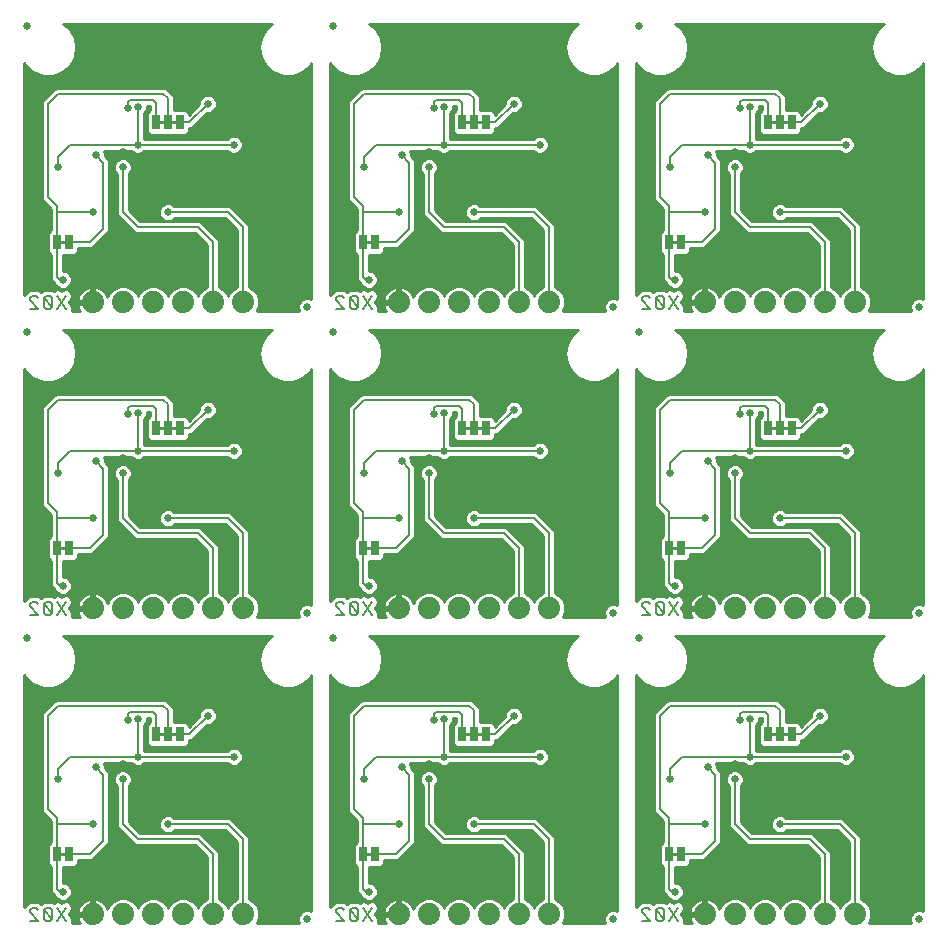
<source format=gbl>
G75*
%MOIN*%
%OFA0B0*%
%FSLAX25Y25*%
%IPPOS*%
%LPD*%
%AMOC8*
5,1,8,0,0,1.08239X$1,22.5*
%
%ADD10C,0.00800*%
%ADD11R,0.02500X0.05000*%
%ADD12C,0.01000*%
%ADD13C,0.07400*%
%ADD14C,0.02500*%
%ADD15C,0.02600*%
%ADD16C,0.00600*%
D10*
X0032496Y0031400D02*
X0035298Y0031400D01*
X0032496Y0034202D01*
X0032496Y0034903D01*
X0033196Y0035604D01*
X0034597Y0035604D01*
X0035298Y0034903D01*
X0037100Y0034903D02*
X0037100Y0032101D01*
X0037800Y0031400D01*
X0039201Y0031400D01*
X0039902Y0032101D01*
X0037100Y0034903D01*
X0037800Y0035604D01*
X0039201Y0035604D01*
X0039902Y0034903D01*
X0039902Y0032101D01*
X0041704Y0031400D02*
X0044506Y0035604D01*
X0041704Y0035604D02*
X0044506Y0031400D01*
X0134496Y0031400D02*
X0137298Y0031400D01*
X0134496Y0034202D01*
X0134496Y0034903D01*
X0135196Y0035604D01*
X0136597Y0035604D01*
X0137298Y0034903D01*
X0139100Y0034903D02*
X0141902Y0032101D01*
X0141201Y0031400D01*
X0139800Y0031400D01*
X0139100Y0032101D01*
X0139100Y0034903D01*
X0139800Y0035604D01*
X0141201Y0035604D01*
X0141902Y0034903D01*
X0141902Y0032101D01*
X0143704Y0031400D02*
X0146506Y0035604D01*
X0143704Y0035604D02*
X0146506Y0031400D01*
X0236496Y0031400D02*
X0239298Y0031400D01*
X0236496Y0034202D01*
X0236496Y0034903D01*
X0237196Y0035604D01*
X0238597Y0035604D01*
X0239298Y0034903D01*
X0241100Y0034903D02*
X0243902Y0032101D01*
X0243201Y0031400D01*
X0241800Y0031400D01*
X0241100Y0032101D01*
X0241100Y0034903D01*
X0241800Y0035604D01*
X0243201Y0035604D01*
X0243902Y0034903D01*
X0243902Y0032101D01*
X0245704Y0031400D02*
X0248506Y0035604D01*
X0245704Y0035604D02*
X0248506Y0031400D01*
X0248506Y0133400D02*
X0245704Y0137604D01*
X0243902Y0136903D02*
X0243201Y0137604D01*
X0241800Y0137604D01*
X0241100Y0136903D01*
X0243902Y0134101D01*
X0243201Y0133400D01*
X0241800Y0133400D01*
X0241100Y0134101D01*
X0241100Y0136903D01*
X0239298Y0136903D02*
X0238597Y0137604D01*
X0237196Y0137604D01*
X0236496Y0136903D01*
X0236496Y0136202D01*
X0239298Y0133400D01*
X0236496Y0133400D01*
X0243902Y0134101D02*
X0243902Y0136903D01*
X0245704Y0133400D02*
X0248506Y0137604D01*
X0248506Y0235400D02*
X0245704Y0239604D01*
X0243902Y0238903D02*
X0243902Y0236101D01*
X0241100Y0238903D01*
X0241100Y0236101D01*
X0241800Y0235400D01*
X0243201Y0235400D01*
X0243902Y0236101D01*
X0245704Y0235400D02*
X0248506Y0239604D01*
X0243902Y0238903D02*
X0243201Y0239604D01*
X0241800Y0239604D01*
X0241100Y0238903D01*
X0239298Y0238903D02*
X0238597Y0239604D01*
X0237196Y0239604D01*
X0236496Y0238903D01*
X0236496Y0238202D01*
X0239298Y0235400D01*
X0236496Y0235400D01*
X0146506Y0235400D02*
X0143704Y0239604D01*
X0141902Y0238903D02*
X0141201Y0239604D01*
X0139800Y0239604D01*
X0139100Y0238903D01*
X0141902Y0236101D01*
X0141201Y0235400D01*
X0139800Y0235400D01*
X0139100Y0236101D01*
X0139100Y0238903D01*
X0137298Y0238903D02*
X0136597Y0239604D01*
X0135196Y0239604D01*
X0134496Y0238903D01*
X0134496Y0238202D01*
X0137298Y0235400D01*
X0134496Y0235400D01*
X0141902Y0236101D02*
X0141902Y0238903D01*
X0143704Y0235400D02*
X0146506Y0239604D01*
X0044506Y0239604D02*
X0041704Y0235400D01*
X0039902Y0236101D02*
X0037100Y0238903D01*
X0037100Y0236101D01*
X0037800Y0235400D01*
X0039201Y0235400D01*
X0039902Y0236101D01*
X0039902Y0238903D01*
X0039201Y0239604D01*
X0037800Y0239604D01*
X0037100Y0238903D01*
X0035298Y0238903D02*
X0034597Y0239604D01*
X0033196Y0239604D01*
X0032496Y0238903D01*
X0032496Y0238202D01*
X0035298Y0235400D01*
X0032496Y0235400D01*
X0041704Y0239604D02*
X0044506Y0235400D01*
X0044506Y0137604D02*
X0041704Y0133400D01*
X0039902Y0134101D02*
X0037100Y0136903D01*
X0037100Y0134101D01*
X0037800Y0133400D01*
X0039201Y0133400D01*
X0039902Y0134101D01*
X0039902Y0136903D01*
X0039201Y0137604D01*
X0037800Y0137604D01*
X0037100Y0136903D01*
X0035298Y0136903D02*
X0034597Y0137604D01*
X0033196Y0137604D01*
X0032496Y0136903D01*
X0032496Y0136202D01*
X0035298Y0133400D01*
X0032496Y0133400D01*
X0041704Y0137604D02*
X0044506Y0133400D01*
X0134496Y0133400D02*
X0137298Y0133400D01*
X0134496Y0136202D01*
X0134496Y0136903D01*
X0135196Y0137604D01*
X0136597Y0137604D01*
X0137298Y0136903D01*
X0139100Y0136903D02*
X0141902Y0134101D01*
X0141201Y0133400D01*
X0139800Y0133400D01*
X0139100Y0134101D01*
X0139100Y0136903D01*
X0139800Y0137604D01*
X0141201Y0137604D01*
X0141902Y0136903D01*
X0141902Y0134101D01*
X0143704Y0133400D02*
X0146506Y0137604D01*
X0143704Y0137604D02*
X0146506Y0133400D01*
D11*
X0147500Y0155500D03*
X0143500Y0155500D03*
X0176500Y0195500D03*
X0180500Y0195500D03*
X0184500Y0195500D03*
X0147500Y0257500D03*
X0143500Y0257500D03*
X0176500Y0297500D03*
X0180500Y0297500D03*
X0184500Y0297500D03*
X0245500Y0257500D03*
X0249500Y0257500D03*
X0278500Y0297500D03*
X0282500Y0297500D03*
X0286500Y0297500D03*
X0286500Y0195500D03*
X0282500Y0195500D03*
X0278500Y0195500D03*
X0249500Y0155500D03*
X0245500Y0155500D03*
X0278500Y0093500D03*
X0282500Y0093500D03*
X0286500Y0093500D03*
X0249500Y0053500D03*
X0245500Y0053500D03*
X0184500Y0093500D03*
X0180500Y0093500D03*
X0176500Y0093500D03*
X0147500Y0053500D03*
X0143500Y0053500D03*
X0082500Y0093500D03*
X0078500Y0093500D03*
X0074500Y0093500D03*
X0045500Y0053500D03*
X0041500Y0053500D03*
X0041500Y0155500D03*
X0045500Y0155500D03*
X0074500Y0195500D03*
X0078500Y0195500D03*
X0082500Y0195500D03*
X0045500Y0257500D03*
X0041500Y0257500D03*
X0074500Y0297500D03*
X0078500Y0297500D03*
X0082500Y0297500D03*
D12*
X0078500Y0297500D01*
X0074500Y0297500D01*
X0071550Y0297100D02*
X0070500Y0297100D01*
X0070500Y0298098D02*
X0071550Y0298098D01*
X0071550Y0299097D02*
X0070500Y0299097D01*
X0070500Y0300095D02*
X0071550Y0300095D01*
X0071550Y0300704D02*
X0071550Y0294296D01*
X0072546Y0293300D01*
X0076454Y0293300D01*
X0076500Y0293346D01*
X0076546Y0293300D01*
X0080454Y0293300D01*
X0080500Y0293346D01*
X0080546Y0293300D01*
X0084454Y0293300D01*
X0085450Y0294296D01*
X0085450Y0295500D01*
X0086521Y0295500D01*
X0091675Y0300654D01*
X0092443Y0300654D01*
X0093546Y0301110D01*
X0094390Y0301954D01*
X0094846Y0303057D01*
X0094846Y0304250D01*
X0094390Y0305353D01*
X0093546Y0306197D01*
X0092443Y0306654D01*
X0091250Y0306654D01*
X0090147Y0306197D01*
X0089303Y0305353D01*
X0088846Y0304250D01*
X0088846Y0303482D01*
X0085450Y0300085D01*
X0085450Y0300704D01*
X0084454Y0301700D01*
X0080546Y0301700D01*
X0080500Y0301654D01*
X0080500Y0301654D01*
X0080500Y0306328D01*
X0079000Y0307828D01*
X0077828Y0309000D01*
X0041172Y0309000D01*
X0037672Y0305500D01*
X0036500Y0304328D01*
X0036500Y0271672D01*
X0037672Y0270500D01*
X0039500Y0268672D01*
X0039500Y0261654D01*
X0038550Y0260704D01*
X0038550Y0254296D01*
X0039500Y0253346D01*
X0039500Y0245172D01*
X0040664Y0244008D01*
X0040957Y0243301D01*
X0041801Y0242457D01*
X0042903Y0242000D01*
X0044097Y0242000D01*
X0045199Y0242457D01*
X0046043Y0243301D01*
X0046500Y0244403D01*
X0046500Y0245597D01*
X0046043Y0246699D01*
X0045199Y0247543D01*
X0044097Y0248000D01*
X0043500Y0248000D01*
X0043500Y0253346D01*
X0043546Y0253300D01*
X0047454Y0253300D01*
X0048450Y0254296D01*
X0048450Y0255500D01*
X0053328Y0255500D01*
X0059000Y0261172D01*
X0059000Y0284828D01*
X0057500Y0286328D01*
X0057500Y0287097D01*
X0057126Y0288000D01*
X0066257Y0288000D01*
X0066801Y0287457D01*
X0067903Y0287000D01*
X0069097Y0287000D01*
X0070199Y0287457D01*
X0070743Y0288000D01*
X0098257Y0288000D01*
X0098801Y0287457D01*
X0099903Y0287000D01*
X0101097Y0287000D01*
X0102199Y0287457D01*
X0103043Y0288301D01*
X0103500Y0289403D01*
X0103500Y0290597D01*
X0103043Y0291699D01*
X0102199Y0292543D01*
X0101097Y0293000D01*
X0099903Y0293000D01*
X0098801Y0292543D01*
X0098257Y0292000D01*
X0070743Y0292000D01*
X0070500Y0292243D01*
X0070500Y0300257D01*
X0071043Y0300801D01*
X0071500Y0301903D01*
X0071500Y0303000D01*
X0072500Y0303000D01*
X0072500Y0301654D01*
X0071550Y0300704D01*
X0071165Y0301094D02*
X0071939Y0301094D01*
X0071500Y0302092D02*
X0072500Y0302092D01*
X0071550Y0296101D02*
X0070500Y0296101D01*
X0070500Y0295103D02*
X0071550Y0295103D01*
X0071742Y0294104D02*
X0070500Y0294104D01*
X0070500Y0293105D02*
X0126400Y0293105D01*
X0126400Y0292107D02*
X0102636Y0292107D01*
X0103288Y0291108D02*
X0126400Y0291108D01*
X0126400Y0290110D02*
X0103500Y0290110D01*
X0103379Y0289111D02*
X0126400Y0289111D01*
X0126400Y0288113D02*
X0102856Y0288113D01*
X0101373Y0287114D02*
X0126400Y0287114D01*
X0126400Y0286116D02*
X0057712Y0286116D01*
X0057493Y0287114D02*
X0067627Y0287114D01*
X0069373Y0287114D02*
X0099627Y0287114D01*
X0098364Y0292107D02*
X0070636Y0292107D01*
X0065199Y0285043D02*
X0064097Y0285500D01*
X0062903Y0285500D01*
X0061801Y0285043D01*
X0060957Y0284199D01*
X0060500Y0283097D01*
X0060500Y0281903D01*
X0060957Y0280801D01*
X0061500Y0280257D01*
X0061500Y0266672D01*
X0062672Y0265500D01*
X0067672Y0260500D01*
X0087672Y0260500D01*
X0091500Y0256672D01*
X0091500Y0242516D01*
X0090441Y0242078D01*
X0088922Y0240559D01*
X0088500Y0239540D01*
X0088078Y0240559D01*
X0086559Y0242078D01*
X0084574Y0242900D01*
X0082426Y0242900D01*
X0080441Y0242078D01*
X0078922Y0240559D01*
X0078500Y0239540D01*
X0078078Y0240559D01*
X0076559Y0242078D01*
X0074574Y0242900D01*
X0072426Y0242900D01*
X0070441Y0242078D01*
X0068922Y0240559D01*
X0068500Y0239540D01*
X0068078Y0240559D01*
X0066559Y0242078D01*
X0064574Y0242900D01*
X0062426Y0242900D01*
X0060441Y0242078D01*
X0058922Y0240559D01*
X0058391Y0239276D01*
X0058319Y0239496D01*
X0057947Y0240225D01*
X0057466Y0240888D01*
X0056888Y0241466D01*
X0056225Y0241947D01*
X0055496Y0242319D01*
X0054718Y0242572D01*
X0054000Y0242686D01*
X0054000Y0238000D01*
X0053000Y0238000D01*
X0053000Y0242686D01*
X0052282Y0242572D01*
X0051504Y0242319D01*
X0050775Y0241947D01*
X0050112Y0241466D01*
X0049534Y0240888D01*
X0049053Y0240225D01*
X0048681Y0239496D01*
X0048428Y0238718D01*
X0048314Y0238000D01*
X0053000Y0238000D01*
X0053000Y0237000D01*
X0048314Y0237000D01*
X0048428Y0236282D01*
X0048681Y0235504D01*
X0049053Y0234775D01*
X0049179Y0234600D01*
X0046487Y0234600D01*
X0046736Y0235841D01*
X0045629Y0237502D01*
X0046736Y0239162D01*
X0046395Y0240868D01*
X0044947Y0241833D01*
X0043241Y0241492D01*
X0043105Y0241288D01*
X0042968Y0241492D01*
X0041262Y0241833D01*
X0040470Y0241305D01*
X0040071Y0241704D01*
X0038670Y0241704D01*
X0038332Y0241704D01*
X0038332Y0241704D01*
X0036930Y0241704D01*
X0036930Y0241704D01*
X0036916Y0241690D01*
X0036199Y0240972D01*
X0035481Y0241690D01*
X0035467Y0241704D01*
X0034066Y0241704D01*
X0033728Y0241704D01*
X0033728Y0241704D01*
X0032326Y0241704D01*
X0031836Y0241213D01*
X0031096Y0240473D01*
X0030600Y0239977D01*
X0030600Y0317383D01*
X0031188Y0316365D01*
X0031188Y0316365D01*
X0033727Y0314234D01*
X0033727Y0314234D01*
X0036843Y0313100D01*
X0040157Y0313100D01*
X0043272Y0314234D01*
X0043273Y0314234D01*
X0045812Y0316365D01*
X0047469Y0319235D01*
X0047469Y0319235D01*
X0048045Y0322500D01*
X0047469Y0325765D01*
X0045812Y0328635D01*
X0045812Y0328635D01*
X0043709Y0330400D01*
X0113291Y0330400D01*
X0111188Y0328635D01*
X0109531Y0325765D01*
X0108955Y0322500D01*
X0108955Y0322500D01*
X0109531Y0319235D01*
X0111188Y0316365D01*
X0111188Y0316365D01*
X0113727Y0314234D01*
X0113727Y0314234D01*
X0116843Y0313100D01*
X0120157Y0313100D01*
X0123272Y0314234D01*
X0123273Y0314234D01*
X0125812Y0316365D01*
X0126400Y0317383D01*
X0126400Y0238613D01*
X0125587Y0238950D01*
X0124413Y0238950D01*
X0123329Y0238501D01*
X0122499Y0237671D01*
X0122050Y0236587D01*
X0122050Y0235413D01*
X0122387Y0234600D01*
X0108144Y0234600D01*
X0108900Y0236426D01*
X0108900Y0238574D01*
X0108078Y0240559D01*
X0106559Y0242078D01*
X0105500Y0242516D01*
X0105500Y0263328D01*
X0104328Y0264500D01*
X0099328Y0269500D01*
X0080743Y0269500D01*
X0080199Y0270043D01*
X0079097Y0270500D01*
X0077903Y0270500D01*
X0076801Y0270043D01*
X0075957Y0269199D01*
X0075500Y0268097D01*
X0075500Y0266903D01*
X0075957Y0265801D01*
X0076801Y0264957D01*
X0077903Y0264500D01*
X0079097Y0264500D01*
X0080199Y0264957D01*
X0080743Y0265500D01*
X0097672Y0265500D01*
X0101500Y0261672D01*
X0101500Y0242516D01*
X0100441Y0242078D01*
X0098922Y0240559D01*
X0098500Y0239540D01*
X0098078Y0240559D01*
X0096559Y0242078D01*
X0095500Y0242516D01*
X0095500Y0258328D01*
X0090500Y0263328D01*
X0089328Y0264500D01*
X0069328Y0264500D01*
X0065500Y0268328D01*
X0065500Y0280257D01*
X0066043Y0280801D01*
X0066500Y0281903D01*
X0066500Y0283097D01*
X0066043Y0284199D01*
X0065199Y0285043D01*
X0065020Y0285117D02*
X0126400Y0285117D01*
X0126400Y0284119D02*
X0066077Y0284119D01*
X0066490Y0283120D02*
X0126400Y0283120D01*
X0126400Y0282122D02*
X0066500Y0282122D01*
X0066177Y0281123D02*
X0126400Y0281123D01*
X0126400Y0280125D02*
X0065500Y0280125D01*
X0065500Y0279126D02*
X0126400Y0279126D01*
X0126400Y0278128D02*
X0065500Y0278128D01*
X0065500Y0277129D02*
X0126400Y0277129D01*
X0126400Y0276131D02*
X0065500Y0276131D01*
X0065500Y0275132D02*
X0126400Y0275132D01*
X0126400Y0274134D02*
X0065500Y0274134D01*
X0065500Y0273135D02*
X0126400Y0273135D01*
X0126400Y0272137D02*
X0065500Y0272137D01*
X0065500Y0271138D02*
X0126400Y0271138D01*
X0126400Y0270140D02*
X0079966Y0270140D01*
X0077034Y0270140D02*
X0065500Y0270140D01*
X0065500Y0269141D02*
X0075933Y0269141D01*
X0075519Y0268143D02*
X0065686Y0268143D01*
X0066684Y0267144D02*
X0075500Y0267144D01*
X0075814Y0266146D02*
X0067683Y0266146D01*
X0068681Y0265147D02*
X0076610Y0265147D01*
X0080390Y0265147D02*
X0098024Y0265147D01*
X0099023Y0264149D02*
X0089680Y0264149D01*
X0090678Y0263150D02*
X0100021Y0263150D01*
X0101020Y0262152D02*
X0091677Y0262152D01*
X0092675Y0261153D02*
X0101500Y0261153D01*
X0101500Y0260155D02*
X0093674Y0260155D01*
X0094672Y0259156D02*
X0101500Y0259156D01*
X0101500Y0258158D02*
X0095500Y0258158D01*
X0095500Y0257159D02*
X0101500Y0257159D01*
X0101500Y0256161D02*
X0095500Y0256161D01*
X0095500Y0255162D02*
X0101500Y0255162D01*
X0101500Y0254164D02*
X0095500Y0254164D01*
X0095500Y0253165D02*
X0101500Y0253165D01*
X0101500Y0252167D02*
X0095500Y0252167D01*
X0095500Y0251168D02*
X0101500Y0251168D01*
X0101500Y0250170D02*
X0095500Y0250170D01*
X0095500Y0249171D02*
X0101500Y0249171D01*
X0101500Y0248172D02*
X0095500Y0248172D01*
X0095500Y0247174D02*
X0101500Y0247174D01*
X0101500Y0246175D02*
X0095500Y0246175D01*
X0095500Y0245177D02*
X0101500Y0245177D01*
X0101500Y0244178D02*
X0095500Y0244178D01*
X0095500Y0243180D02*
X0101500Y0243180D01*
X0100691Y0242181D02*
X0096309Y0242181D01*
X0097454Y0241183D02*
X0099546Y0241183D01*
X0098767Y0240184D02*
X0098233Y0240184D01*
X0091500Y0243180D02*
X0045923Y0243180D01*
X0046407Y0244178D02*
X0091500Y0244178D01*
X0091500Y0245177D02*
X0046500Y0245177D01*
X0046260Y0246175D02*
X0091500Y0246175D01*
X0091500Y0247174D02*
X0045569Y0247174D01*
X0043500Y0248172D02*
X0091500Y0248172D01*
X0091500Y0249171D02*
X0043500Y0249171D01*
X0043500Y0250170D02*
X0091500Y0250170D01*
X0091500Y0251168D02*
X0043500Y0251168D01*
X0043500Y0252167D02*
X0091500Y0252167D01*
X0091500Y0253165D02*
X0043500Y0253165D01*
X0043500Y0253346D02*
X0043500Y0253346D01*
X0045000Y0257500D02*
X0042000Y0257500D01*
X0038550Y0257159D02*
X0030600Y0257159D01*
X0030600Y0256161D02*
X0038550Y0256161D01*
X0038550Y0255162D02*
X0030600Y0255162D01*
X0030600Y0254164D02*
X0038682Y0254164D01*
X0039500Y0253165D02*
X0030600Y0253165D01*
X0030600Y0252167D02*
X0039500Y0252167D01*
X0039500Y0251168D02*
X0030600Y0251168D01*
X0030600Y0250170D02*
X0039500Y0250170D01*
X0039500Y0249171D02*
X0030600Y0249171D01*
X0030600Y0248172D02*
X0039500Y0248172D01*
X0039500Y0247174D02*
X0030600Y0247174D01*
X0030600Y0246175D02*
X0039500Y0246175D01*
X0039500Y0245177D02*
X0030600Y0245177D01*
X0030600Y0244178D02*
X0040493Y0244178D01*
X0041077Y0243180D02*
X0030600Y0243180D01*
X0030600Y0242181D02*
X0042465Y0242181D01*
X0044535Y0242181D02*
X0051234Y0242181D01*
X0049829Y0241183D02*
X0045923Y0241183D01*
X0046531Y0240184D02*
X0049032Y0240184D01*
X0048580Y0239186D02*
X0046731Y0239186D01*
X0046086Y0238187D02*
X0048344Y0238187D01*
X0048458Y0236190D02*
X0046503Y0236190D01*
X0046606Y0235192D02*
X0048840Y0235192D01*
X0045837Y0237189D02*
X0053000Y0237189D01*
X0053000Y0238187D02*
X0054000Y0238187D01*
X0054000Y0239186D02*
X0053000Y0239186D01*
X0053000Y0240184D02*
X0054000Y0240184D01*
X0054000Y0241183D02*
X0053000Y0241183D01*
X0053000Y0242181D02*
X0054000Y0242181D01*
X0055766Y0242181D02*
X0060691Y0242181D01*
X0059546Y0241183D02*
X0057171Y0241183D01*
X0057968Y0240184D02*
X0058767Y0240184D01*
X0066309Y0242181D02*
X0070691Y0242181D01*
X0069546Y0241183D02*
X0067454Y0241183D01*
X0068233Y0240184D02*
X0068767Y0240184D01*
X0076309Y0242181D02*
X0080691Y0242181D01*
X0079546Y0241183D02*
X0077454Y0241183D01*
X0078233Y0240184D02*
X0078767Y0240184D01*
X0086309Y0242181D02*
X0090691Y0242181D01*
X0089546Y0241183D02*
X0087454Y0241183D01*
X0088233Y0240184D02*
X0088767Y0240184D01*
X0091500Y0254164D02*
X0048318Y0254164D01*
X0048450Y0255162D02*
X0091500Y0255162D01*
X0091500Y0256161D02*
X0053989Y0256161D01*
X0054988Y0257159D02*
X0091012Y0257159D01*
X0090014Y0258158D02*
X0055986Y0258158D01*
X0056985Y0259156D02*
X0089015Y0259156D01*
X0088017Y0260155D02*
X0057983Y0260155D01*
X0058982Y0261153D02*
X0067018Y0261153D01*
X0066020Y0262152D02*
X0059000Y0262152D01*
X0059000Y0263150D02*
X0065021Y0263150D01*
X0064023Y0264149D02*
X0059000Y0264149D01*
X0059000Y0265147D02*
X0063024Y0265147D01*
X0062026Y0266146D02*
X0059000Y0266146D01*
X0059000Y0267144D02*
X0061500Y0267144D01*
X0061500Y0268143D02*
X0059000Y0268143D01*
X0059000Y0269141D02*
X0061500Y0269141D01*
X0061500Y0270140D02*
X0059000Y0270140D01*
X0059000Y0271138D02*
X0061500Y0271138D01*
X0061500Y0272137D02*
X0059000Y0272137D01*
X0059000Y0273135D02*
X0061500Y0273135D01*
X0061500Y0274134D02*
X0059000Y0274134D01*
X0059000Y0275132D02*
X0061500Y0275132D01*
X0061500Y0276131D02*
X0059000Y0276131D01*
X0059000Y0277129D02*
X0061500Y0277129D01*
X0061500Y0278128D02*
X0059000Y0278128D01*
X0059000Y0279126D02*
X0061500Y0279126D01*
X0061500Y0280125D02*
X0059000Y0280125D01*
X0059000Y0281123D02*
X0060823Y0281123D01*
X0060500Y0282122D02*
X0059000Y0282122D01*
X0059000Y0283120D02*
X0060510Y0283120D01*
X0060923Y0284119D02*
X0059000Y0284119D01*
X0058711Y0285117D02*
X0061980Y0285117D01*
X0080500Y0302092D02*
X0087457Y0302092D01*
X0088455Y0303091D02*
X0080500Y0303091D01*
X0080500Y0304089D02*
X0088846Y0304089D01*
X0089193Y0305088D02*
X0080500Y0305088D01*
X0080500Y0306086D02*
X0090036Y0306086D01*
X0093656Y0306086D02*
X0126400Y0306086D01*
X0126400Y0305088D02*
X0094500Y0305088D01*
X0094846Y0304089D02*
X0126400Y0304089D01*
X0126400Y0303091D02*
X0094846Y0303091D01*
X0094447Y0302092D02*
X0126400Y0302092D01*
X0126400Y0301094D02*
X0093506Y0301094D01*
X0091116Y0300095D02*
X0126400Y0300095D01*
X0126400Y0299097D02*
X0090118Y0299097D01*
X0089119Y0298098D02*
X0126400Y0298098D01*
X0126400Y0297100D02*
X0088121Y0297100D01*
X0087122Y0296101D02*
X0126400Y0296101D01*
X0126400Y0295103D02*
X0085450Y0295103D01*
X0085258Y0294104D02*
X0126400Y0294104D01*
X0132600Y0294104D02*
X0138500Y0294104D01*
X0138500Y0293105D02*
X0132600Y0293105D01*
X0132600Y0292107D02*
X0138500Y0292107D01*
X0138500Y0291108D02*
X0132600Y0291108D01*
X0132600Y0290110D02*
X0138500Y0290110D01*
X0138500Y0289111D02*
X0132600Y0289111D01*
X0132600Y0288113D02*
X0138500Y0288113D01*
X0138500Y0287114D02*
X0132600Y0287114D01*
X0132600Y0286116D02*
X0138500Y0286116D01*
X0138500Y0285117D02*
X0132600Y0285117D01*
X0132600Y0284119D02*
X0138500Y0284119D01*
X0138500Y0283120D02*
X0132600Y0283120D01*
X0132600Y0282122D02*
X0138500Y0282122D01*
X0138500Y0281123D02*
X0132600Y0281123D01*
X0132600Y0280125D02*
X0138500Y0280125D01*
X0138500Y0279126D02*
X0132600Y0279126D01*
X0132600Y0278128D02*
X0138500Y0278128D01*
X0138500Y0277129D02*
X0132600Y0277129D01*
X0132600Y0276131D02*
X0138500Y0276131D01*
X0138500Y0275132D02*
X0132600Y0275132D01*
X0132600Y0274134D02*
X0138500Y0274134D01*
X0138500Y0273135D02*
X0132600Y0273135D01*
X0132600Y0272137D02*
X0138500Y0272137D01*
X0138500Y0271672D02*
X0139672Y0270500D01*
X0141500Y0268672D01*
X0141500Y0261654D01*
X0140550Y0260704D01*
X0140550Y0254296D01*
X0141500Y0253346D01*
X0141500Y0245172D01*
X0142664Y0244008D01*
X0142957Y0243301D01*
X0143801Y0242457D01*
X0144903Y0242000D01*
X0146097Y0242000D01*
X0147199Y0242457D01*
X0148043Y0243301D01*
X0148500Y0244403D01*
X0148500Y0245597D01*
X0148043Y0246699D01*
X0147199Y0247543D01*
X0146097Y0248000D01*
X0145500Y0248000D01*
X0145500Y0253346D01*
X0145546Y0253300D01*
X0149454Y0253300D01*
X0150450Y0254296D01*
X0150450Y0255500D01*
X0155328Y0255500D01*
X0161000Y0261172D01*
X0161000Y0284828D01*
X0159500Y0286328D01*
X0159500Y0287097D01*
X0159126Y0288000D01*
X0168257Y0288000D01*
X0168801Y0287457D01*
X0169903Y0287000D01*
X0171097Y0287000D01*
X0172199Y0287457D01*
X0172743Y0288000D01*
X0200257Y0288000D01*
X0200801Y0287457D01*
X0201903Y0287000D01*
X0203097Y0287000D01*
X0204199Y0287457D01*
X0205043Y0288301D01*
X0205500Y0289403D01*
X0205500Y0290597D01*
X0205043Y0291699D01*
X0204199Y0292543D01*
X0203097Y0293000D01*
X0201903Y0293000D01*
X0200801Y0292543D01*
X0200257Y0292000D01*
X0172743Y0292000D01*
X0172500Y0292243D01*
X0172500Y0300257D01*
X0173043Y0300801D01*
X0173500Y0301903D01*
X0173500Y0303000D01*
X0174500Y0303000D01*
X0174500Y0301654D01*
X0173550Y0300704D01*
X0173550Y0294296D01*
X0174546Y0293300D01*
X0178454Y0293300D01*
X0178500Y0293346D01*
X0178546Y0293300D01*
X0182454Y0293300D01*
X0182500Y0293346D01*
X0182546Y0293300D01*
X0186454Y0293300D01*
X0187450Y0294296D01*
X0187450Y0295500D01*
X0188521Y0295500D01*
X0193675Y0300654D01*
X0194443Y0300654D01*
X0195546Y0301110D01*
X0196390Y0301954D01*
X0196846Y0303057D01*
X0196846Y0304250D01*
X0196390Y0305353D01*
X0195546Y0306197D01*
X0194443Y0306654D01*
X0193250Y0306654D01*
X0192147Y0306197D01*
X0191303Y0305353D01*
X0190846Y0304250D01*
X0190846Y0303482D01*
X0187450Y0300085D01*
X0187450Y0300704D01*
X0186454Y0301700D01*
X0182546Y0301700D01*
X0182500Y0301654D01*
X0182500Y0301654D01*
X0182500Y0306328D01*
X0181000Y0307828D01*
X0179828Y0309000D01*
X0143172Y0309000D01*
X0139672Y0305500D01*
X0138500Y0304328D01*
X0138500Y0271672D01*
X0139033Y0271138D02*
X0132600Y0271138D01*
X0132600Y0270140D02*
X0140032Y0270140D01*
X0141030Y0269141D02*
X0132600Y0269141D01*
X0132600Y0268143D02*
X0141500Y0268143D01*
X0141500Y0267144D02*
X0132600Y0267144D01*
X0132600Y0266146D02*
X0141500Y0266146D01*
X0141500Y0265147D02*
X0132600Y0265147D01*
X0132600Y0264149D02*
X0141500Y0264149D01*
X0141500Y0263150D02*
X0132600Y0263150D01*
X0132600Y0262152D02*
X0141500Y0262152D01*
X0140999Y0261153D02*
X0132600Y0261153D01*
X0132600Y0260155D02*
X0140550Y0260155D01*
X0140550Y0259156D02*
X0132600Y0259156D01*
X0132600Y0258158D02*
X0140550Y0258158D01*
X0140550Y0257159D02*
X0132600Y0257159D01*
X0132600Y0256161D02*
X0140550Y0256161D01*
X0140550Y0255162D02*
X0132600Y0255162D01*
X0132600Y0254164D02*
X0140682Y0254164D01*
X0141500Y0253165D02*
X0132600Y0253165D01*
X0132600Y0252167D02*
X0141500Y0252167D01*
X0141500Y0251168D02*
X0132600Y0251168D01*
X0132600Y0250170D02*
X0141500Y0250170D01*
X0141500Y0249171D02*
X0132600Y0249171D01*
X0132600Y0248172D02*
X0141500Y0248172D01*
X0141500Y0247174D02*
X0132600Y0247174D01*
X0132600Y0246175D02*
X0141500Y0246175D01*
X0141500Y0245177D02*
X0132600Y0245177D01*
X0132600Y0244178D02*
X0142493Y0244178D01*
X0143077Y0243180D02*
X0132600Y0243180D01*
X0132600Y0242181D02*
X0144465Y0242181D01*
X0144968Y0241492D02*
X0143262Y0241833D01*
X0142470Y0241305D01*
X0142071Y0241704D01*
X0140670Y0241704D01*
X0140492Y0241704D01*
X0140332Y0241704D01*
X0140332Y0241704D01*
X0138930Y0241704D01*
X0138930Y0241704D01*
X0138916Y0241690D01*
X0138199Y0240972D01*
X0137481Y0241690D01*
X0137467Y0241704D01*
X0136066Y0241704D01*
X0135728Y0241704D01*
X0135728Y0241704D01*
X0134326Y0241704D01*
X0133096Y0240473D01*
X0132600Y0239977D01*
X0132600Y0317383D01*
X0133188Y0316365D01*
X0133188Y0316365D01*
X0135727Y0314234D01*
X0135727Y0314234D01*
X0138843Y0313100D01*
X0142157Y0313100D01*
X0145272Y0314234D01*
X0145273Y0314234D01*
X0147812Y0316365D01*
X0149469Y0319235D01*
X0149469Y0319235D01*
X0150045Y0322500D01*
X0149469Y0325765D01*
X0147812Y0328635D01*
X0147812Y0328635D01*
X0145709Y0330400D01*
X0215291Y0330400D01*
X0213188Y0328635D01*
X0211531Y0325765D01*
X0210955Y0322500D01*
X0210955Y0322500D01*
X0211531Y0319235D01*
X0213188Y0316365D01*
X0213188Y0316365D01*
X0215727Y0314234D01*
X0215727Y0314234D01*
X0218843Y0313100D01*
X0222157Y0313100D01*
X0225272Y0314234D01*
X0225273Y0314234D01*
X0227812Y0316365D01*
X0228400Y0317383D01*
X0228400Y0238613D01*
X0227587Y0238950D01*
X0226413Y0238950D01*
X0225329Y0238501D01*
X0224499Y0237671D01*
X0224050Y0236587D01*
X0224050Y0235413D01*
X0224387Y0234600D01*
X0210144Y0234600D01*
X0210900Y0236426D01*
X0210900Y0238574D01*
X0210078Y0240559D01*
X0208559Y0242078D01*
X0207500Y0242516D01*
X0207500Y0263328D01*
X0206328Y0264500D01*
X0201328Y0269500D01*
X0182743Y0269500D01*
X0182199Y0270043D01*
X0181097Y0270500D01*
X0179903Y0270500D01*
X0178801Y0270043D01*
X0177957Y0269199D01*
X0177500Y0268097D01*
X0177500Y0266903D01*
X0177957Y0265801D01*
X0178801Y0264957D01*
X0179903Y0264500D01*
X0181097Y0264500D01*
X0182199Y0264957D01*
X0182743Y0265500D01*
X0199672Y0265500D01*
X0203500Y0261672D01*
X0203500Y0242516D01*
X0202441Y0242078D01*
X0200922Y0240559D01*
X0200500Y0239540D01*
X0200078Y0240559D01*
X0198559Y0242078D01*
X0197500Y0242516D01*
X0197500Y0258328D01*
X0192500Y0263328D01*
X0191328Y0264500D01*
X0171328Y0264500D01*
X0167500Y0268328D01*
X0167500Y0280257D01*
X0168043Y0280801D01*
X0168500Y0281903D01*
X0168500Y0283097D01*
X0168043Y0284199D01*
X0167199Y0285043D01*
X0166097Y0285500D01*
X0164903Y0285500D01*
X0163801Y0285043D01*
X0162957Y0284199D01*
X0162500Y0283097D01*
X0162500Y0281903D01*
X0162957Y0280801D01*
X0163500Y0280257D01*
X0163500Y0266672D01*
X0164672Y0265500D01*
X0169672Y0260500D01*
X0189672Y0260500D01*
X0193500Y0256672D01*
X0193500Y0242516D01*
X0192441Y0242078D01*
X0190922Y0240559D01*
X0190500Y0239540D01*
X0190078Y0240559D01*
X0188559Y0242078D01*
X0186574Y0242900D01*
X0184426Y0242900D01*
X0182441Y0242078D01*
X0180922Y0240559D01*
X0180500Y0239540D01*
X0180078Y0240559D01*
X0178559Y0242078D01*
X0176574Y0242900D01*
X0174426Y0242900D01*
X0172441Y0242078D01*
X0170922Y0240559D01*
X0170500Y0239540D01*
X0170078Y0240559D01*
X0168559Y0242078D01*
X0166574Y0242900D01*
X0164426Y0242900D01*
X0162441Y0242078D01*
X0160922Y0240559D01*
X0160391Y0239276D01*
X0160319Y0239496D01*
X0159947Y0240225D01*
X0159466Y0240888D01*
X0158888Y0241466D01*
X0158225Y0241947D01*
X0157496Y0242319D01*
X0156718Y0242572D01*
X0156000Y0242686D01*
X0156000Y0238000D01*
X0155000Y0238000D01*
X0155000Y0242686D01*
X0154282Y0242572D01*
X0153504Y0242319D01*
X0152775Y0241947D01*
X0152112Y0241466D01*
X0151534Y0240888D01*
X0151053Y0240225D01*
X0150681Y0239496D01*
X0150428Y0238718D01*
X0150314Y0238000D01*
X0155000Y0238000D01*
X0155000Y0237000D01*
X0150314Y0237000D01*
X0150428Y0236282D01*
X0150681Y0235504D01*
X0151053Y0234775D01*
X0151179Y0234600D01*
X0148487Y0234600D01*
X0148736Y0235841D01*
X0147629Y0237502D01*
X0148736Y0239162D01*
X0148395Y0240868D01*
X0146947Y0241833D01*
X0145241Y0241492D01*
X0145105Y0241288D01*
X0144968Y0241492D01*
X0146535Y0242181D02*
X0153234Y0242181D01*
X0151829Y0241183D02*
X0147923Y0241183D01*
X0148531Y0240184D02*
X0151032Y0240184D01*
X0150580Y0239186D02*
X0148731Y0239186D01*
X0148086Y0238187D02*
X0150344Y0238187D01*
X0150458Y0236190D02*
X0148503Y0236190D01*
X0148606Y0235192D02*
X0150840Y0235192D01*
X0147837Y0237189D02*
X0155000Y0237189D01*
X0155000Y0238187D02*
X0156000Y0238187D01*
X0156000Y0239186D02*
X0155000Y0239186D01*
X0155000Y0240184D02*
X0156000Y0240184D01*
X0156000Y0241183D02*
X0155000Y0241183D01*
X0155000Y0242181D02*
X0156000Y0242181D01*
X0157766Y0242181D02*
X0162691Y0242181D01*
X0161546Y0241183D02*
X0159171Y0241183D01*
X0159968Y0240184D02*
X0160767Y0240184D01*
X0168309Y0242181D02*
X0172691Y0242181D01*
X0171546Y0241183D02*
X0169454Y0241183D01*
X0170233Y0240184D02*
X0170767Y0240184D01*
X0178309Y0242181D02*
X0182691Y0242181D01*
X0181546Y0241183D02*
X0179454Y0241183D01*
X0180233Y0240184D02*
X0180767Y0240184D01*
X0188309Y0242181D02*
X0192691Y0242181D01*
X0193500Y0243180D02*
X0147923Y0243180D01*
X0148407Y0244178D02*
X0193500Y0244178D01*
X0193500Y0245177D02*
X0148500Y0245177D01*
X0148260Y0246175D02*
X0193500Y0246175D01*
X0193500Y0247174D02*
X0147569Y0247174D01*
X0145500Y0248172D02*
X0193500Y0248172D01*
X0193500Y0249171D02*
X0145500Y0249171D01*
X0145500Y0250170D02*
X0193500Y0250170D01*
X0193500Y0251168D02*
X0145500Y0251168D01*
X0145500Y0252167D02*
X0193500Y0252167D01*
X0193500Y0253165D02*
X0145500Y0253165D01*
X0145500Y0253346D02*
X0145500Y0253346D01*
X0147000Y0257500D02*
X0144000Y0257500D01*
X0150450Y0255162D02*
X0193500Y0255162D01*
X0193500Y0254164D02*
X0150318Y0254164D01*
X0155989Y0256161D02*
X0193500Y0256161D01*
X0193012Y0257159D02*
X0156988Y0257159D01*
X0157986Y0258158D02*
X0192014Y0258158D01*
X0191015Y0259156D02*
X0158985Y0259156D01*
X0159983Y0260155D02*
X0190017Y0260155D01*
X0192678Y0263150D02*
X0202021Y0263150D01*
X0201023Y0264149D02*
X0191680Y0264149D01*
X0193677Y0262152D02*
X0203020Y0262152D01*
X0203500Y0261153D02*
X0194675Y0261153D01*
X0195674Y0260155D02*
X0203500Y0260155D01*
X0203500Y0259156D02*
X0196672Y0259156D01*
X0197500Y0258158D02*
X0203500Y0258158D01*
X0203500Y0257159D02*
X0197500Y0257159D01*
X0197500Y0256161D02*
X0203500Y0256161D01*
X0203500Y0255162D02*
X0197500Y0255162D01*
X0197500Y0254164D02*
X0203500Y0254164D01*
X0203500Y0253165D02*
X0197500Y0253165D01*
X0197500Y0252167D02*
X0203500Y0252167D01*
X0203500Y0251168D02*
X0197500Y0251168D01*
X0197500Y0250170D02*
X0203500Y0250170D01*
X0203500Y0249171D02*
X0197500Y0249171D01*
X0197500Y0248172D02*
X0203500Y0248172D01*
X0203500Y0247174D02*
X0197500Y0247174D01*
X0197500Y0246175D02*
X0203500Y0246175D01*
X0203500Y0245177D02*
X0197500Y0245177D01*
X0197500Y0244178D02*
X0203500Y0244178D01*
X0203500Y0243180D02*
X0197500Y0243180D01*
X0198309Y0242181D02*
X0202691Y0242181D01*
X0201546Y0241183D02*
X0199454Y0241183D01*
X0200233Y0240184D02*
X0200767Y0240184D01*
X0207500Y0243180D02*
X0228400Y0243180D01*
X0228400Y0244178D02*
X0207500Y0244178D01*
X0207500Y0245177D02*
X0228400Y0245177D01*
X0228400Y0246175D02*
X0207500Y0246175D01*
X0207500Y0247174D02*
X0228400Y0247174D01*
X0228400Y0248172D02*
X0207500Y0248172D01*
X0207500Y0249171D02*
X0228400Y0249171D01*
X0228400Y0250170D02*
X0207500Y0250170D01*
X0207500Y0251168D02*
X0228400Y0251168D01*
X0228400Y0252167D02*
X0207500Y0252167D01*
X0207500Y0253165D02*
X0228400Y0253165D01*
X0228400Y0254164D02*
X0207500Y0254164D01*
X0207500Y0255162D02*
X0228400Y0255162D01*
X0228400Y0256161D02*
X0207500Y0256161D01*
X0207500Y0257159D02*
X0228400Y0257159D01*
X0228400Y0258158D02*
X0207500Y0258158D01*
X0207500Y0259156D02*
X0228400Y0259156D01*
X0228400Y0260155D02*
X0207500Y0260155D01*
X0207500Y0261153D02*
X0228400Y0261153D01*
X0228400Y0262152D02*
X0207500Y0262152D01*
X0207500Y0263150D02*
X0228400Y0263150D01*
X0228400Y0264149D02*
X0206680Y0264149D01*
X0205681Y0265147D02*
X0228400Y0265147D01*
X0228400Y0266146D02*
X0204683Y0266146D01*
X0203684Y0267144D02*
X0228400Y0267144D01*
X0228400Y0268143D02*
X0202686Y0268143D01*
X0201687Y0269141D02*
X0228400Y0269141D01*
X0228400Y0270140D02*
X0181966Y0270140D01*
X0179034Y0270140D02*
X0167500Y0270140D01*
X0167500Y0271138D02*
X0228400Y0271138D01*
X0228400Y0272137D02*
X0167500Y0272137D01*
X0167500Y0273135D02*
X0228400Y0273135D01*
X0228400Y0274134D02*
X0167500Y0274134D01*
X0167500Y0275132D02*
X0228400Y0275132D01*
X0228400Y0276131D02*
X0167500Y0276131D01*
X0167500Y0277129D02*
X0228400Y0277129D01*
X0228400Y0278128D02*
X0167500Y0278128D01*
X0167500Y0279126D02*
X0228400Y0279126D01*
X0228400Y0280125D02*
X0167500Y0280125D01*
X0168177Y0281123D02*
X0228400Y0281123D01*
X0228400Y0282122D02*
X0168500Y0282122D01*
X0168490Y0283120D02*
X0228400Y0283120D01*
X0228400Y0284119D02*
X0168077Y0284119D01*
X0167020Y0285117D02*
X0228400Y0285117D01*
X0228400Y0286116D02*
X0159712Y0286116D01*
X0159493Y0287114D02*
X0169627Y0287114D01*
X0171373Y0287114D02*
X0201627Y0287114D01*
X0203373Y0287114D02*
X0228400Y0287114D01*
X0228400Y0288113D02*
X0204856Y0288113D01*
X0205379Y0289111D02*
X0228400Y0289111D01*
X0228400Y0290110D02*
X0205500Y0290110D01*
X0205288Y0291108D02*
X0228400Y0291108D01*
X0228400Y0292107D02*
X0204636Y0292107D01*
X0200364Y0292107D02*
X0172636Y0292107D01*
X0172500Y0293105D02*
X0228400Y0293105D01*
X0228400Y0294104D02*
X0187258Y0294104D01*
X0187450Y0295103D02*
X0228400Y0295103D01*
X0228400Y0296101D02*
X0189122Y0296101D01*
X0190121Y0297100D02*
X0228400Y0297100D01*
X0228400Y0298098D02*
X0191119Y0298098D01*
X0192118Y0299097D02*
X0228400Y0299097D01*
X0228400Y0300095D02*
X0193116Y0300095D01*
X0195506Y0301094D02*
X0228400Y0301094D01*
X0228400Y0302092D02*
X0196447Y0302092D01*
X0196846Y0303091D02*
X0228400Y0303091D01*
X0228400Y0304089D02*
X0196846Y0304089D01*
X0196500Y0305088D02*
X0228400Y0305088D01*
X0228400Y0306086D02*
X0195656Y0306086D01*
X0192036Y0306086D02*
X0182500Y0306086D01*
X0182500Y0305088D02*
X0191193Y0305088D01*
X0190846Y0304089D02*
X0182500Y0304089D01*
X0182500Y0303091D02*
X0190455Y0303091D01*
X0189457Y0302092D02*
X0182500Y0302092D01*
X0187061Y0301094D02*
X0188458Y0301094D01*
X0187460Y0300095D02*
X0187450Y0300095D01*
X0184500Y0297500D02*
X0180500Y0297500D01*
X0176500Y0297500D01*
X0173550Y0297100D02*
X0172500Y0297100D01*
X0172500Y0298098D02*
X0173550Y0298098D01*
X0173550Y0299097D02*
X0172500Y0299097D01*
X0172500Y0300095D02*
X0173550Y0300095D01*
X0173165Y0301094D02*
X0173939Y0301094D01*
X0173500Y0302092D02*
X0174500Y0302092D01*
X0173550Y0296101D02*
X0172500Y0296101D01*
X0172500Y0295103D02*
X0173550Y0295103D01*
X0173742Y0294104D02*
X0172500Y0294104D01*
X0163980Y0285117D02*
X0160711Y0285117D01*
X0161000Y0284119D02*
X0162923Y0284119D01*
X0162510Y0283120D02*
X0161000Y0283120D01*
X0161000Y0282122D02*
X0162500Y0282122D01*
X0162823Y0281123D02*
X0161000Y0281123D01*
X0161000Y0280125D02*
X0163500Y0280125D01*
X0163500Y0279126D02*
X0161000Y0279126D01*
X0161000Y0278128D02*
X0163500Y0278128D01*
X0163500Y0277129D02*
X0161000Y0277129D01*
X0161000Y0276131D02*
X0163500Y0276131D01*
X0163500Y0275132D02*
X0161000Y0275132D01*
X0161000Y0274134D02*
X0163500Y0274134D01*
X0163500Y0273135D02*
X0161000Y0273135D01*
X0161000Y0272137D02*
X0163500Y0272137D01*
X0163500Y0271138D02*
X0161000Y0271138D01*
X0161000Y0270140D02*
X0163500Y0270140D01*
X0163500Y0269141D02*
X0161000Y0269141D01*
X0161000Y0268143D02*
X0163500Y0268143D01*
X0163500Y0267144D02*
X0161000Y0267144D01*
X0161000Y0266146D02*
X0164026Y0266146D01*
X0165024Y0265147D02*
X0161000Y0265147D01*
X0161000Y0264149D02*
X0166023Y0264149D01*
X0167021Y0263150D02*
X0161000Y0263150D01*
X0161000Y0262152D02*
X0168020Y0262152D01*
X0169018Y0261153D02*
X0160982Y0261153D01*
X0167686Y0268143D02*
X0177519Y0268143D01*
X0177500Y0267144D02*
X0168684Y0267144D01*
X0169683Y0266146D02*
X0177814Y0266146D01*
X0178610Y0265147D02*
X0170681Y0265147D01*
X0167500Y0269141D02*
X0177933Y0269141D01*
X0182390Y0265147D02*
X0200024Y0265147D01*
X0208309Y0242181D02*
X0228400Y0242181D01*
X0228400Y0241183D02*
X0209454Y0241183D01*
X0210233Y0240184D02*
X0228400Y0240184D01*
X0228400Y0239186D02*
X0210647Y0239186D01*
X0210900Y0238187D02*
X0225015Y0238187D01*
X0224299Y0237189D02*
X0210900Y0237189D01*
X0210802Y0236190D02*
X0224050Y0236190D01*
X0224142Y0235192D02*
X0210389Y0235192D01*
X0215291Y0228400D02*
X0213188Y0226635D01*
X0211531Y0223765D01*
X0210955Y0220500D01*
X0210955Y0220500D01*
X0211531Y0217235D01*
X0213188Y0214365D01*
X0213188Y0214365D01*
X0215727Y0212234D01*
X0215727Y0212234D01*
X0218843Y0211100D01*
X0222157Y0211100D01*
X0225272Y0212234D01*
X0225273Y0212234D01*
X0227812Y0214365D01*
X0228400Y0215383D01*
X0228400Y0136613D01*
X0227587Y0136950D01*
X0226413Y0136950D01*
X0225329Y0136501D01*
X0224499Y0135671D01*
X0224050Y0134587D01*
X0224050Y0133413D01*
X0224387Y0132600D01*
X0210144Y0132600D01*
X0210900Y0134426D01*
X0210900Y0136574D01*
X0210078Y0138559D01*
X0208559Y0140078D01*
X0207500Y0140516D01*
X0207500Y0161328D01*
X0206328Y0162500D01*
X0201328Y0167500D01*
X0182743Y0167500D01*
X0182199Y0168043D01*
X0181097Y0168500D01*
X0179903Y0168500D01*
X0178801Y0168043D01*
X0177957Y0167199D01*
X0177500Y0166097D01*
X0177500Y0164903D01*
X0177957Y0163801D01*
X0178801Y0162957D01*
X0179903Y0162500D01*
X0181097Y0162500D01*
X0182199Y0162957D01*
X0182743Y0163500D01*
X0199672Y0163500D01*
X0203500Y0159672D01*
X0203500Y0140516D01*
X0202441Y0140078D01*
X0200922Y0138559D01*
X0200500Y0137540D01*
X0200078Y0138559D01*
X0198559Y0140078D01*
X0197500Y0140516D01*
X0197500Y0156328D01*
X0192500Y0161328D01*
X0191328Y0162500D01*
X0171328Y0162500D01*
X0167500Y0166328D01*
X0167500Y0178257D01*
X0168043Y0178801D01*
X0168500Y0179903D01*
X0168500Y0181097D01*
X0168043Y0182199D01*
X0167199Y0183043D01*
X0166097Y0183500D01*
X0164903Y0183500D01*
X0163801Y0183043D01*
X0162957Y0182199D01*
X0162500Y0181097D01*
X0162500Y0179903D01*
X0162957Y0178801D01*
X0163500Y0178257D01*
X0163500Y0164672D01*
X0164672Y0163500D01*
X0169672Y0158500D01*
X0189672Y0158500D01*
X0193500Y0154672D01*
X0193500Y0140516D01*
X0192441Y0140078D01*
X0190922Y0138559D01*
X0190500Y0137540D01*
X0190078Y0138559D01*
X0188559Y0140078D01*
X0186574Y0140900D01*
X0184426Y0140900D01*
X0182441Y0140078D01*
X0180922Y0138559D01*
X0180500Y0137540D01*
X0180078Y0138559D01*
X0178559Y0140078D01*
X0176574Y0140900D01*
X0174426Y0140900D01*
X0172441Y0140078D01*
X0170922Y0138559D01*
X0170500Y0137540D01*
X0170078Y0138559D01*
X0168559Y0140078D01*
X0166574Y0140900D01*
X0164426Y0140900D01*
X0162441Y0140078D01*
X0160922Y0138559D01*
X0160391Y0137276D01*
X0160319Y0137496D01*
X0159947Y0138225D01*
X0159466Y0138888D01*
X0158888Y0139466D01*
X0158225Y0139947D01*
X0157496Y0140319D01*
X0156718Y0140572D01*
X0156000Y0140686D01*
X0156000Y0136000D01*
X0155000Y0136000D01*
X0155000Y0140686D01*
X0154282Y0140572D01*
X0153504Y0140319D01*
X0152775Y0139947D01*
X0152112Y0139466D01*
X0151534Y0138888D01*
X0151053Y0138225D01*
X0150681Y0137496D01*
X0150428Y0136718D01*
X0150314Y0136000D01*
X0155000Y0136000D01*
X0155000Y0135000D01*
X0150314Y0135000D01*
X0150428Y0134282D01*
X0150681Y0133504D01*
X0151053Y0132775D01*
X0151179Y0132600D01*
X0148487Y0132600D01*
X0148736Y0133841D01*
X0147629Y0135502D01*
X0148736Y0137162D01*
X0148395Y0138868D01*
X0146947Y0139833D01*
X0145241Y0139492D01*
X0145105Y0139288D01*
X0144968Y0139492D01*
X0143262Y0139833D01*
X0142470Y0139305D01*
X0142071Y0139704D01*
X0140670Y0139704D01*
X0140332Y0139704D01*
X0140332Y0139704D01*
X0138930Y0139704D01*
X0138930Y0139704D01*
X0138916Y0139690D01*
X0138199Y0138972D01*
X0137481Y0139690D01*
X0137467Y0139704D01*
X0136066Y0139704D01*
X0135728Y0139704D01*
X0135728Y0139704D01*
X0134326Y0139704D01*
X0133096Y0138473D01*
X0132600Y0137977D01*
X0132600Y0215383D01*
X0133188Y0214365D01*
X0133188Y0214365D01*
X0135727Y0212234D01*
X0135727Y0212234D01*
X0138843Y0211100D01*
X0142157Y0211100D01*
X0145272Y0212234D01*
X0145273Y0212234D01*
X0147812Y0214365D01*
X0149469Y0217235D01*
X0149469Y0217235D01*
X0150045Y0220500D01*
X0149469Y0223765D01*
X0147812Y0226635D01*
X0147812Y0226635D01*
X0145709Y0228400D01*
X0215291Y0228400D01*
X0215055Y0228202D02*
X0145945Y0228202D01*
X0147135Y0227204D02*
X0213865Y0227204D01*
X0213188Y0226635D02*
X0213188Y0226635D01*
X0213188Y0226635D01*
X0212940Y0226205D02*
X0148060Y0226205D01*
X0148637Y0225207D02*
X0212363Y0225207D01*
X0211787Y0224208D02*
X0149213Y0224208D01*
X0149469Y0223765D02*
X0149469Y0223765D01*
X0149567Y0223210D02*
X0211433Y0223210D01*
X0211531Y0223765D02*
X0211531Y0223765D01*
X0211257Y0222211D02*
X0149743Y0222211D01*
X0149919Y0221213D02*
X0211081Y0221213D01*
X0211005Y0220214D02*
X0149995Y0220214D01*
X0150045Y0220500D02*
X0150045Y0220500D01*
X0149819Y0219216D02*
X0211181Y0219216D01*
X0211358Y0218217D02*
X0149642Y0218217D01*
X0149460Y0217219D02*
X0211540Y0217219D01*
X0211531Y0217235D02*
X0211531Y0217235D01*
X0212117Y0216220D02*
X0148883Y0216220D01*
X0148307Y0215222D02*
X0212693Y0215222D01*
X0213357Y0214223D02*
X0147643Y0214223D01*
X0147812Y0214365D02*
X0147812Y0214365D01*
X0147812Y0214365D01*
X0146453Y0213225D02*
X0214547Y0213225D01*
X0215749Y0212226D02*
X0145251Y0212226D01*
X0142508Y0211228D02*
X0218492Y0211228D01*
X0222508Y0211228D02*
X0228400Y0211228D01*
X0228400Y0212226D02*
X0225251Y0212226D01*
X0226453Y0213225D02*
X0228400Y0213225D01*
X0228400Y0214223D02*
X0227643Y0214223D01*
X0227812Y0214365D02*
X0227812Y0214365D01*
X0227812Y0214365D01*
X0228307Y0215222D02*
X0228400Y0215222D01*
X0228400Y0210229D02*
X0132600Y0210229D01*
X0132600Y0209231D02*
X0228400Y0209231D01*
X0228400Y0208232D02*
X0132600Y0208232D01*
X0132600Y0207234D02*
X0228400Y0207234D01*
X0228400Y0206235D02*
X0180593Y0206235D01*
X0181000Y0205828D02*
X0179828Y0207000D01*
X0143172Y0207000D01*
X0139672Y0203500D01*
X0138500Y0202328D01*
X0138500Y0169672D01*
X0139672Y0168500D01*
X0141500Y0166672D01*
X0141500Y0159654D01*
X0140550Y0158704D01*
X0140550Y0152296D01*
X0141500Y0151346D01*
X0141500Y0143172D01*
X0142664Y0142008D01*
X0142957Y0141301D01*
X0143801Y0140457D01*
X0144903Y0140000D01*
X0146097Y0140000D01*
X0147199Y0140457D01*
X0148043Y0141301D01*
X0148500Y0142403D01*
X0148500Y0143597D01*
X0148043Y0144699D01*
X0147199Y0145543D01*
X0146097Y0146000D01*
X0145500Y0146000D01*
X0145500Y0151346D01*
X0145546Y0151300D01*
X0149454Y0151300D01*
X0150450Y0152296D01*
X0150450Y0153500D01*
X0155328Y0153500D01*
X0161000Y0159172D01*
X0161000Y0182828D01*
X0159500Y0184328D01*
X0159500Y0185097D01*
X0159126Y0186000D01*
X0168257Y0186000D01*
X0168801Y0185457D01*
X0169903Y0185000D01*
X0171097Y0185000D01*
X0172199Y0185457D01*
X0172743Y0186000D01*
X0200257Y0186000D01*
X0200801Y0185457D01*
X0201903Y0185000D01*
X0203097Y0185000D01*
X0204199Y0185457D01*
X0205043Y0186301D01*
X0205500Y0187403D01*
X0205500Y0188597D01*
X0205043Y0189699D01*
X0204199Y0190543D01*
X0203097Y0191000D01*
X0201903Y0191000D01*
X0200801Y0190543D01*
X0200257Y0190000D01*
X0172743Y0190000D01*
X0172500Y0190243D01*
X0172500Y0198257D01*
X0173043Y0198801D01*
X0173500Y0199903D01*
X0173500Y0201000D01*
X0174500Y0201000D01*
X0174500Y0199654D01*
X0173550Y0198704D01*
X0173550Y0192296D01*
X0174546Y0191300D01*
X0178454Y0191300D01*
X0178500Y0191346D01*
X0178546Y0191300D01*
X0182454Y0191300D01*
X0182500Y0191346D01*
X0182546Y0191300D01*
X0186454Y0191300D01*
X0187450Y0192296D01*
X0187450Y0193500D01*
X0188521Y0193500D01*
X0193675Y0198654D01*
X0194443Y0198654D01*
X0195546Y0199110D01*
X0196390Y0199954D01*
X0196846Y0201057D01*
X0196846Y0202250D01*
X0196390Y0203353D01*
X0195546Y0204197D01*
X0194443Y0204654D01*
X0193250Y0204654D01*
X0192147Y0204197D01*
X0191303Y0203353D01*
X0190846Y0202250D01*
X0190846Y0201482D01*
X0187450Y0198085D01*
X0187450Y0198704D01*
X0186454Y0199700D01*
X0182546Y0199700D01*
X0182500Y0199654D01*
X0182500Y0199654D01*
X0182500Y0204328D01*
X0181000Y0205828D01*
X0181592Y0205237D02*
X0228400Y0205237D01*
X0228400Y0204238D02*
X0195446Y0204238D01*
X0196437Y0203239D02*
X0228400Y0203239D01*
X0228400Y0202241D02*
X0196846Y0202241D01*
X0196846Y0201242D02*
X0228400Y0201242D01*
X0228400Y0200244D02*
X0196510Y0200244D01*
X0195681Y0199245D02*
X0228400Y0199245D01*
X0228400Y0198247D02*
X0193268Y0198247D01*
X0192270Y0197248D02*
X0228400Y0197248D01*
X0228400Y0196250D02*
X0191271Y0196250D01*
X0190273Y0195251D02*
X0228400Y0195251D01*
X0228400Y0194253D02*
X0189274Y0194253D01*
X0187450Y0193254D02*
X0228400Y0193254D01*
X0228400Y0192256D02*
X0187410Y0192256D01*
X0184500Y0195500D02*
X0180500Y0195500D01*
X0176500Y0195500D01*
X0173550Y0195251D02*
X0172500Y0195251D01*
X0172500Y0194253D02*
X0173550Y0194253D01*
X0173550Y0193254D02*
X0172500Y0193254D01*
X0172500Y0192256D02*
X0173590Y0192256D01*
X0172500Y0191257D02*
X0228400Y0191257D01*
X0228400Y0190259D02*
X0204484Y0190259D01*
X0205225Y0189260D02*
X0228400Y0189260D01*
X0228400Y0188262D02*
X0205500Y0188262D01*
X0205442Y0187263D02*
X0228400Y0187263D01*
X0228400Y0186265D02*
X0205007Y0186265D01*
X0203740Y0185266D02*
X0228400Y0185266D01*
X0228400Y0184268D02*
X0159561Y0184268D01*
X0159430Y0185266D02*
X0169260Y0185266D01*
X0171740Y0185266D02*
X0201260Y0185266D01*
X0200516Y0190259D02*
X0172500Y0190259D01*
X0172500Y0196250D02*
X0173550Y0196250D01*
X0173550Y0197248D02*
X0172500Y0197248D01*
X0172500Y0198247D02*
X0173550Y0198247D01*
X0173228Y0199245D02*
X0174091Y0199245D01*
X0174500Y0200244D02*
X0173500Y0200244D01*
X0182500Y0200244D02*
X0189608Y0200244D01*
X0188610Y0199245D02*
X0186909Y0199245D01*
X0187450Y0198247D02*
X0187611Y0198247D01*
X0190607Y0201242D02*
X0182500Y0201242D01*
X0182500Y0202241D02*
X0190846Y0202241D01*
X0191256Y0203239D02*
X0182500Y0203239D01*
X0182500Y0204238D02*
X0192247Y0204238D01*
X0167972Y0182271D02*
X0228400Y0182271D01*
X0228400Y0183269D02*
X0166654Y0183269D01*
X0164346Y0183269D02*
X0160559Y0183269D01*
X0161000Y0182271D02*
X0163028Y0182271D01*
X0162573Y0181272D02*
X0161000Y0181272D01*
X0161000Y0180274D02*
X0162500Y0180274D01*
X0162760Y0179275D02*
X0161000Y0179275D01*
X0161000Y0178277D02*
X0163481Y0178277D01*
X0163500Y0177278D02*
X0161000Y0177278D01*
X0161000Y0176280D02*
X0163500Y0176280D01*
X0163500Y0175281D02*
X0161000Y0175281D01*
X0161000Y0174283D02*
X0163500Y0174283D01*
X0163500Y0173284D02*
X0161000Y0173284D01*
X0161000Y0172286D02*
X0163500Y0172286D01*
X0163500Y0171287D02*
X0161000Y0171287D01*
X0161000Y0170289D02*
X0163500Y0170289D01*
X0163500Y0169290D02*
X0161000Y0169290D01*
X0161000Y0168292D02*
X0163500Y0168292D01*
X0163500Y0167293D02*
X0161000Y0167293D01*
X0161000Y0166295D02*
X0163500Y0166295D01*
X0163500Y0165296D02*
X0161000Y0165296D01*
X0161000Y0164298D02*
X0163874Y0164298D01*
X0164873Y0163299D02*
X0161000Y0163299D01*
X0161000Y0162301D02*
X0165871Y0162301D01*
X0166870Y0161302D02*
X0161000Y0161302D01*
X0161000Y0160303D02*
X0167868Y0160303D01*
X0168867Y0159305D02*
X0161000Y0159305D01*
X0160135Y0158306D02*
X0189865Y0158306D01*
X0190864Y0157308D02*
X0159136Y0157308D01*
X0158138Y0156309D02*
X0191862Y0156309D01*
X0192861Y0155311D02*
X0157139Y0155311D01*
X0156141Y0154312D02*
X0193500Y0154312D01*
X0193500Y0153314D02*
X0150450Y0153314D01*
X0150450Y0152315D02*
X0193500Y0152315D01*
X0193500Y0151317D02*
X0149471Y0151317D01*
X0145529Y0151317D02*
X0145500Y0151317D01*
X0145500Y0151346D02*
X0145500Y0151346D01*
X0145500Y0150318D02*
X0193500Y0150318D01*
X0193500Y0149320D02*
X0145500Y0149320D01*
X0145500Y0148321D02*
X0193500Y0148321D01*
X0193500Y0147323D02*
X0145500Y0147323D01*
X0145500Y0146324D02*
X0193500Y0146324D01*
X0193500Y0145326D02*
X0147417Y0145326D01*
X0148197Y0144327D02*
X0193500Y0144327D01*
X0193500Y0143329D02*
X0148500Y0143329D01*
X0148470Y0142330D02*
X0193500Y0142330D01*
X0193500Y0141332D02*
X0148056Y0141332D01*
X0146901Y0140333D02*
X0153548Y0140333D01*
X0155000Y0140333D02*
X0156000Y0140333D01*
X0156000Y0139335D02*
X0155000Y0139335D01*
X0155000Y0138336D02*
X0156000Y0138336D01*
X0156000Y0137338D02*
X0155000Y0137338D01*
X0155000Y0136339D02*
X0156000Y0136339D01*
X0155000Y0135341D02*
X0147736Y0135341D01*
X0148187Y0136339D02*
X0150368Y0136339D01*
X0150630Y0137338D02*
X0148701Y0137338D01*
X0148501Y0138336D02*
X0151133Y0138336D01*
X0151981Y0139335D02*
X0147695Y0139335D01*
X0145136Y0139335D02*
X0145073Y0139335D01*
X0144099Y0140333D02*
X0132600Y0140333D01*
X0132600Y0139335D02*
X0133958Y0139335D01*
X0133096Y0138473D02*
X0133096Y0138473D01*
X0132959Y0138336D02*
X0132600Y0138336D01*
X0132600Y0141332D02*
X0142944Y0141332D01*
X0142341Y0142330D02*
X0132600Y0142330D01*
X0132600Y0143329D02*
X0141500Y0143329D01*
X0141500Y0144327D02*
X0132600Y0144327D01*
X0132600Y0145326D02*
X0141500Y0145326D01*
X0141500Y0146324D02*
X0132600Y0146324D01*
X0132600Y0147323D02*
X0141500Y0147323D01*
X0141500Y0148321D02*
X0132600Y0148321D01*
X0132600Y0149320D02*
X0141500Y0149320D01*
X0141500Y0150318D02*
X0132600Y0150318D01*
X0132600Y0151317D02*
X0141500Y0151317D01*
X0140550Y0152315D02*
X0132600Y0152315D01*
X0132600Y0153314D02*
X0140550Y0153314D01*
X0140550Y0154312D02*
X0132600Y0154312D01*
X0132600Y0155311D02*
X0140550Y0155311D01*
X0140550Y0156309D02*
X0132600Y0156309D01*
X0132600Y0157308D02*
X0140550Y0157308D01*
X0140550Y0158306D02*
X0132600Y0158306D01*
X0132600Y0159305D02*
X0141151Y0159305D01*
X0141500Y0160303D02*
X0132600Y0160303D01*
X0132600Y0161302D02*
X0141500Y0161302D01*
X0141500Y0162301D02*
X0132600Y0162301D01*
X0132600Y0163299D02*
X0141500Y0163299D01*
X0141500Y0164298D02*
X0132600Y0164298D01*
X0132600Y0165296D02*
X0141500Y0165296D01*
X0141500Y0166295D02*
X0132600Y0166295D01*
X0132600Y0167293D02*
X0140878Y0167293D01*
X0139880Y0168292D02*
X0132600Y0168292D01*
X0132600Y0169290D02*
X0138881Y0169290D01*
X0138500Y0170289D02*
X0132600Y0170289D01*
X0132600Y0171287D02*
X0138500Y0171287D01*
X0138500Y0172286D02*
X0132600Y0172286D01*
X0132600Y0173284D02*
X0138500Y0173284D01*
X0138500Y0174283D02*
X0132600Y0174283D01*
X0132600Y0175281D02*
X0138500Y0175281D01*
X0138500Y0176280D02*
X0132600Y0176280D01*
X0132600Y0177278D02*
X0138500Y0177278D01*
X0138500Y0178277D02*
X0132600Y0178277D01*
X0132600Y0179275D02*
X0138500Y0179275D01*
X0138500Y0180274D02*
X0132600Y0180274D01*
X0132600Y0181272D02*
X0138500Y0181272D01*
X0138500Y0182271D02*
X0132600Y0182271D01*
X0132600Y0183269D02*
X0138500Y0183269D01*
X0138500Y0184268D02*
X0132600Y0184268D01*
X0132600Y0185266D02*
X0138500Y0185266D01*
X0138500Y0186265D02*
X0132600Y0186265D01*
X0132600Y0187263D02*
X0138500Y0187263D01*
X0138500Y0188262D02*
X0132600Y0188262D01*
X0132600Y0189260D02*
X0138500Y0189260D01*
X0138500Y0190259D02*
X0132600Y0190259D01*
X0132600Y0191257D02*
X0138500Y0191257D01*
X0138500Y0192256D02*
X0132600Y0192256D01*
X0132600Y0193254D02*
X0138500Y0193254D01*
X0138500Y0194253D02*
X0132600Y0194253D01*
X0132600Y0195251D02*
X0138500Y0195251D01*
X0138500Y0196250D02*
X0132600Y0196250D01*
X0132600Y0197248D02*
X0138500Y0197248D01*
X0138500Y0198247D02*
X0132600Y0198247D01*
X0132600Y0199245D02*
X0138500Y0199245D01*
X0138500Y0200244D02*
X0132600Y0200244D01*
X0132600Y0201242D02*
X0138500Y0201242D01*
X0138500Y0202241D02*
X0132600Y0202241D01*
X0132600Y0203239D02*
X0139411Y0203239D01*
X0140410Y0204238D02*
X0132600Y0204238D01*
X0132600Y0205237D02*
X0141408Y0205237D01*
X0142407Y0206235D02*
X0132600Y0206235D01*
X0132600Y0211228D02*
X0138492Y0211228D01*
X0135749Y0212226D02*
X0132600Y0212226D01*
X0132600Y0213225D02*
X0134547Y0213225D01*
X0133357Y0214223D02*
X0132600Y0214223D01*
X0132600Y0215222D02*
X0132693Y0215222D01*
X0126400Y0215222D02*
X0126307Y0215222D01*
X0126400Y0215383D02*
X0125812Y0214365D01*
X0125812Y0214365D01*
X0125812Y0214365D01*
X0123273Y0212234D01*
X0123272Y0212234D01*
X0120157Y0211100D01*
X0116843Y0211100D01*
X0113727Y0212234D01*
X0113727Y0212234D01*
X0111188Y0214365D01*
X0111188Y0214365D01*
X0109531Y0217235D01*
X0109531Y0217235D01*
X0108955Y0220500D01*
X0108955Y0220500D01*
X0109531Y0223765D01*
X0109531Y0223765D01*
X0111188Y0226635D01*
X0111188Y0226635D01*
X0111188Y0226635D01*
X0113291Y0228400D01*
X0043709Y0228400D01*
X0045812Y0226635D01*
X0045812Y0226635D01*
X0047469Y0223765D01*
X0047469Y0223765D01*
X0048045Y0220500D01*
X0048045Y0220500D01*
X0047469Y0217235D01*
X0047469Y0217235D01*
X0045812Y0214365D01*
X0045812Y0214365D01*
X0045812Y0214365D01*
X0043273Y0212234D01*
X0043272Y0212234D01*
X0040157Y0211100D01*
X0036843Y0211100D01*
X0033727Y0212234D01*
X0031188Y0214365D01*
X0031188Y0214365D01*
X0030600Y0215383D01*
X0030600Y0137977D01*
X0031096Y0138473D01*
X0031096Y0138473D01*
X0032326Y0139704D01*
X0033728Y0139704D01*
X0033728Y0139704D01*
X0033906Y0139704D01*
X0034066Y0139704D01*
X0034066Y0139704D01*
X0035467Y0139704D01*
X0035467Y0139704D01*
X0035481Y0139690D01*
X0036199Y0138972D01*
X0036916Y0139690D01*
X0036930Y0139704D01*
X0036930Y0139704D01*
X0038332Y0139704D01*
X0038332Y0139704D01*
X0038670Y0139704D01*
X0038670Y0139704D01*
X0040071Y0139704D01*
X0040470Y0139305D01*
X0041262Y0139833D01*
X0042968Y0139492D01*
X0043105Y0139288D01*
X0043241Y0139492D01*
X0044947Y0139833D01*
X0046395Y0138868D01*
X0046736Y0137162D01*
X0045629Y0135502D01*
X0046736Y0133841D01*
X0046487Y0132600D01*
X0049179Y0132600D01*
X0049053Y0132775D01*
X0048681Y0133504D01*
X0048428Y0134282D01*
X0048314Y0135000D01*
X0053000Y0135000D01*
X0053000Y0136000D01*
X0053000Y0140686D01*
X0052282Y0140572D01*
X0051504Y0140319D01*
X0050775Y0139947D01*
X0050112Y0139466D01*
X0049534Y0138888D01*
X0049053Y0138225D01*
X0048681Y0137496D01*
X0048428Y0136718D01*
X0048314Y0136000D01*
X0053000Y0136000D01*
X0054000Y0136000D01*
X0054000Y0140686D01*
X0054718Y0140572D01*
X0055496Y0140319D01*
X0056225Y0139947D01*
X0056888Y0139466D01*
X0057466Y0138888D01*
X0057947Y0138225D01*
X0058319Y0137496D01*
X0058391Y0137276D01*
X0058922Y0138559D01*
X0060441Y0140078D01*
X0062426Y0140900D01*
X0064574Y0140900D01*
X0066559Y0140078D01*
X0068078Y0138559D01*
X0068500Y0137540D01*
X0068922Y0138559D01*
X0070441Y0140078D01*
X0072426Y0140900D01*
X0074574Y0140900D01*
X0076559Y0140078D01*
X0078078Y0138559D01*
X0078500Y0137540D01*
X0078922Y0138559D01*
X0080441Y0140078D01*
X0082426Y0140900D01*
X0084574Y0140900D01*
X0086559Y0140078D01*
X0088078Y0138559D01*
X0088500Y0137540D01*
X0088922Y0138559D01*
X0090441Y0140078D01*
X0091500Y0140516D01*
X0091500Y0154672D01*
X0087672Y0158500D01*
X0067672Y0158500D01*
X0062672Y0163500D01*
X0061500Y0164672D01*
X0061500Y0178257D01*
X0060957Y0178801D01*
X0060500Y0179903D01*
X0060500Y0181097D01*
X0060957Y0182199D01*
X0061801Y0183043D01*
X0062903Y0183500D01*
X0064097Y0183500D01*
X0065199Y0183043D01*
X0066043Y0182199D01*
X0066500Y0181097D01*
X0066500Y0179903D01*
X0066043Y0178801D01*
X0065500Y0178257D01*
X0065500Y0166328D01*
X0069328Y0162500D01*
X0089328Y0162500D01*
X0090500Y0161328D01*
X0095500Y0156328D01*
X0095500Y0140516D01*
X0096559Y0140078D01*
X0098078Y0138559D01*
X0098500Y0137540D01*
X0098922Y0138559D01*
X0100441Y0140078D01*
X0101500Y0140516D01*
X0101500Y0159672D01*
X0097672Y0163500D01*
X0080743Y0163500D01*
X0080199Y0162957D01*
X0079097Y0162500D01*
X0077903Y0162500D01*
X0076801Y0162957D01*
X0075957Y0163801D01*
X0075500Y0164903D01*
X0075500Y0166097D01*
X0075957Y0167199D01*
X0076801Y0168043D01*
X0077903Y0168500D01*
X0079097Y0168500D01*
X0080199Y0168043D01*
X0080743Y0167500D01*
X0099328Y0167500D01*
X0104328Y0162500D01*
X0105500Y0161328D01*
X0105500Y0140516D01*
X0106559Y0140078D01*
X0108078Y0138559D01*
X0108900Y0136574D01*
X0108900Y0134426D01*
X0108144Y0132600D01*
X0122387Y0132600D01*
X0122050Y0133413D01*
X0122050Y0134587D01*
X0122499Y0135671D01*
X0123329Y0136501D01*
X0124413Y0136950D01*
X0125587Y0136950D01*
X0126400Y0136613D01*
X0126400Y0215383D01*
X0126400Y0214223D02*
X0125643Y0214223D01*
X0126400Y0213225D02*
X0124453Y0213225D01*
X0123251Y0212226D02*
X0126400Y0212226D01*
X0126400Y0211228D02*
X0120508Y0211228D01*
X0116492Y0211228D02*
X0040508Y0211228D01*
X0043251Y0212226D02*
X0113749Y0212226D01*
X0112547Y0213225D02*
X0044453Y0213225D01*
X0045643Y0214223D02*
X0111357Y0214223D01*
X0110693Y0215222D02*
X0046307Y0215222D01*
X0046883Y0216220D02*
X0110117Y0216220D01*
X0109540Y0217219D02*
X0047460Y0217219D01*
X0047642Y0218217D02*
X0109358Y0218217D01*
X0109181Y0219216D02*
X0047819Y0219216D01*
X0047995Y0220214D02*
X0109005Y0220214D01*
X0109081Y0221213D02*
X0047919Y0221213D01*
X0047743Y0222211D02*
X0109257Y0222211D01*
X0109433Y0223210D02*
X0047567Y0223210D01*
X0047213Y0224208D02*
X0109787Y0224208D01*
X0110363Y0225207D02*
X0046637Y0225207D01*
X0046060Y0226205D02*
X0110940Y0226205D01*
X0111865Y0227204D02*
X0045135Y0227204D01*
X0043945Y0228202D02*
X0113055Y0228202D01*
X0108389Y0235192D02*
X0122142Y0235192D01*
X0122050Y0236190D02*
X0108802Y0236190D01*
X0108900Y0237189D02*
X0122299Y0237189D01*
X0123015Y0238187D02*
X0108900Y0238187D01*
X0108647Y0239186D02*
X0126400Y0239186D01*
X0126400Y0240184D02*
X0108233Y0240184D01*
X0107454Y0241183D02*
X0126400Y0241183D01*
X0126400Y0242181D02*
X0106309Y0242181D01*
X0105500Y0243180D02*
X0126400Y0243180D01*
X0126400Y0244178D02*
X0105500Y0244178D01*
X0105500Y0245177D02*
X0126400Y0245177D01*
X0126400Y0246175D02*
X0105500Y0246175D01*
X0105500Y0247174D02*
X0126400Y0247174D01*
X0126400Y0248172D02*
X0105500Y0248172D01*
X0105500Y0249171D02*
X0126400Y0249171D01*
X0126400Y0250170D02*
X0105500Y0250170D01*
X0105500Y0251168D02*
X0126400Y0251168D01*
X0126400Y0252167D02*
X0105500Y0252167D01*
X0105500Y0253165D02*
X0126400Y0253165D01*
X0126400Y0254164D02*
X0105500Y0254164D01*
X0105500Y0255162D02*
X0126400Y0255162D01*
X0126400Y0256161D02*
X0105500Y0256161D01*
X0105500Y0257159D02*
X0126400Y0257159D01*
X0126400Y0258158D02*
X0105500Y0258158D01*
X0105500Y0259156D02*
X0126400Y0259156D01*
X0126400Y0260155D02*
X0105500Y0260155D01*
X0105500Y0261153D02*
X0126400Y0261153D01*
X0126400Y0262152D02*
X0105500Y0262152D01*
X0105500Y0263150D02*
X0126400Y0263150D01*
X0126400Y0264149D02*
X0104680Y0264149D01*
X0103681Y0265147D02*
X0126400Y0265147D01*
X0126400Y0266146D02*
X0102683Y0266146D01*
X0101684Y0267144D02*
X0126400Y0267144D01*
X0126400Y0268143D02*
X0100686Y0268143D01*
X0099687Y0269141D02*
X0126400Y0269141D01*
X0132600Y0295103D02*
X0138500Y0295103D01*
X0138500Y0296101D02*
X0132600Y0296101D01*
X0132600Y0297100D02*
X0138500Y0297100D01*
X0138500Y0298098D02*
X0132600Y0298098D01*
X0132600Y0299097D02*
X0138500Y0299097D01*
X0138500Y0300095D02*
X0132600Y0300095D01*
X0132600Y0301094D02*
X0138500Y0301094D01*
X0138500Y0302092D02*
X0132600Y0302092D01*
X0132600Y0303091D02*
X0138500Y0303091D01*
X0138500Y0304089D02*
X0132600Y0304089D01*
X0132600Y0305088D02*
X0139259Y0305088D01*
X0140258Y0306086D02*
X0132600Y0306086D01*
X0132600Y0307085D02*
X0141256Y0307085D01*
X0142255Y0308083D02*
X0132600Y0308083D01*
X0132600Y0309082D02*
X0228400Y0309082D01*
X0228400Y0310080D02*
X0132600Y0310080D01*
X0132600Y0311079D02*
X0228400Y0311079D01*
X0228400Y0312077D02*
X0132600Y0312077D01*
X0132600Y0313076D02*
X0228400Y0313076D01*
X0228400Y0314074D02*
X0224834Y0314074D01*
X0226272Y0315073D02*
X0228400Y0315073D01*
X0228400Y0316071D02*
X0227462Y0316071D01*
X0227812Y0316365D02*
X0227812Y0316365D01*
X0227812Y0316365D01*
X0228219Y0317070D02*
X0228400Y0317070D01*
X0234600Y0317070D02*
X0234781Y0317070D01*
X0234600Y0317383D02*
X0235188Y0316365D01*
X0235188Y0316365D01*
X0237727Y0314234D01*
X0237727Y0314234D01*
X0240843Y0313100D01*
X0244157Y0313100D01*
X0247272Y0314234D01*
X0247273Y0314234D01*
X0249812Y0316365D01*
X0251469Y0319235D01*
X0251469Y0319235D01*
X0252045Y0322500D01*
X0251469Y0325765D01*
X0249812Y0328635D01*
X0249812Y0328635D01*
X0247709Y0330400D01*
X0317291Y0330400D01*
X0315188Y0328635D01*
X0313531Y0325765D01*
X0312955Y0322500D01*
X0312955Y0322500D01*
X0313531Y0319235D01*
X0315188Y0316365D01*
X0315188Y0316365D01*
X0317727Y0314234D01*
X0317727Y0314234D01*
X0320843Y0313100D01*
X0324157Y0313100D01*
X0327272Y0314234D01*
X0327273Y0314234D01*
X0329812Y0316365D01*
X0330400Y0317383D01*
X0330400Y0238613D01*
X0329587Y0238950D01*
X0328413Y0238950D01*
X0327329Y0238501D01*
X0326499Y0237671D01*
X0326050Y0236587D01*
X0326050Y0235413D01*
X0326387Y0234600D01*
X0312144Y0234600D01*
X0312900Y0236426D01*
X0312900Y0238574D01*
X0312078Y0240559D01*
X0310559Y0242078D01*
X0309500Y0242516D01*
X0309500Y0263328D01*
X0308328Y0264500D01*
X0303328Y0269500D01*
X0284743Y0269500D01*
X0284199Y0270043D01*
X0283097Y0270500D01*
X0281903Y0270500D01*
X0280801Y0270043D01*
X0279957Y0269199D01*
X0279500Y0268097D01*
X0279500Y0266903D01*
X0279957Y0265801D01*
X0280801Y0264957D01*
X0281903Y0264500D01*
X0283097Y0264500D01*
X0284199Y0264957D01*
X0284743Y0265500D01*
X0301672Y0265500D01*
X0305500Y0261672D01*
X0305500Y0242516D01*
X0304441Y0242078D01*
X0302922Y0240559D01*
X0302500Y0239540D01*
X0302078Y0240559D01*
X0300559Y0242078D01*
X0299500Y0242516D01*
X0299500Y0258328D01*
X0294500Y0263328D01*
X0293328Y0264500D01*
X0273328Y0264500D01*
X0269500Y0268328D01*
X0269500Y0280257D01*
X0270043Y0280801D01*
X0270500Y0281903D01*
X0270500Y0283097D01*
X0270043Y0284199D01*
X0269199Y0285043D01*
X0268097Y0285500D01*
X0266903Y0285500D01*
X0265801Y0285043D01*
X0264957Y0284199D01*
X0264500Y0283097D01*
X0264500Y0281903D01*
X0264957Y0280801D01*
X0265500Y0280257D01*
X0265500Y0266672D01*
X0266672Y0265500D01*
X0271672Y0260500D01*
X0291672Y0260500D01*
X0295500Y0256672D01*
X0295500Y0242516D01*
X0294441Y0242078D01*
X0292922Y0240559D01*
X0292500Y0239540D01*
X0292078Y0240559D01*
X0290559Y0242078D01*
X0288574Y0242900D01*
X0286426Y0242900D01*
X0284441Y0242078D01*
X0282922Y0240559D01*
X0282500Y0239540D01*
X0282078Y0240559D01*
X0280559Y0242078D01*
X0278574Y0242900D01*
X0276426Y0242900D01*
X0274441Y0242078D01*
X0272922Y0240559D01*
X0272500Y0239540D01*
X0272078Y0240559D01*
X0270559Y0242078D01*
X0268574Y0242900D01*
X0266426Y0242900D01*
X0264441Y0242078D01*
X0262922Y0240559D01*
X0262391Y0239276D01*
X0262319Y0239496D01*
X0261947Y0240225D01*
X0261466Y0240888D01*
X0260888Y0241466D01*
X0260225Y0241947D01*
X0259496Y0242319D01*
X0258718Y0242572D01*
X0258000Y0242686D01*
X0258000Y0238000D01*
X0257000Y0238000D01*
X0257000Y0242686D01*
X0256282Y0242572D01*
X0255504Y0242319D01*
X0254775Y0241947D01*
X0254112Y0241466D01*
X0253534Y0240888D01*
X0253053Y0240225D01*
X0252681Y0239496D01*
X0252428Y0238718D01*
X0252314Y0238000D01*
X0257000Y0238000D01*
X0257000Y0237000D01*
X0252314Y0237000D01*
X0252428Y0236282D01*
X0252681Y0235504D01*
X0253053Y0234775D01*
X0253179Y0234600D01*
X0250487Y0234600D01*
X0250736Y0235841D01*
X0249629Y0237502D01*
X0250736Y0239162D01*
X0250395Y0240868D01*
X0248947Y0241833D01*
X0247241Y0241492D01*
X0247105Y0241288D01*
X0246968Y0241492D01*
X0245262Y0241833D01*
X0244470Y0241305D01*
X0244071Y0241704D01*
X0242670Y0241704D01*
X0242332Y0241704D01*
X0242332Y0241704D01*
X0240930Y0241704D01*
X0240930Y0241704D01*
X0240916Y0241690D01*
X0240199Y0240972D01*
X0239481Y0241690D01*
X0239467Y0241704D01*
X0238066Y0241704D01*
X0237906Y0241704D01*
X0237728Y0241704D01*
X0237728Y0241704D01*
X0236326Y0241704D01*
X0235096Y0240473D01*
X0234600Y0239977D01*
X0234600Y0317383D01*
X0234600Y0316071D02*
X0235538Y0316071D01*
X0234600Y0315073D02*
X0236728Y0315073D01*
X0238166Y0314074D02*
X0234600Y0314074D01*
X0234600Y0313076D02*
X0330400Y0313076D01*
X0330400Y0314074D02*
X0326834Y0314074D01*
X0328272Y0315073D02*
X0330400Y0315073D01*
X0330400Y0316071D02*
X0329462Y0316071D01*
X0329812Y0316365D02*
X0329812Y0316365D01*
X0329812Y0316365D01*
X0330219Y0317070D02*
X0330400Y0317070D01*
X0330400Y0312077D02*
X0234600Y0312077D01*
X0234600Y0311079D02*
X0330400Y0311079D01*
X0330400Y0310080D02*
X0234600Y0310080D01*
X0234600Y0309082D02*
X0330400Y0309082D01*
X0330400Y0308083D02*
X0282745Y0308083D01*
X0283000Y0307828D02*
X0281828Y0309000D01*
X0245172Y0309000D01*
X0241672Y0305500D01*
X0240500Y0304328D01*
X0240500Y0271672D01*
X0241672Y0270500D01*
X0243500Y0268672D01*
X0243500Y0261654D01*
X0242550Y0260704D01*
X0242550Y0254296D01*
X0243500Y0253346D01*
X0243500Y0245172D01*
X0244664Y0244008D01*
X0244957Y0243301D01*
X0245801Y0242457D01*
X0246903Y0242000D01*
X0248097Y0242000D01*
X0249199Y0242457D01*
X0250043Y0243301D01*
X0250500Y0244403D01*
X0250500Y0245597D01*
X0250043Y0246699D01*
X0249199Y0247543D01*
X0248097Y0248000D01*
X0247500Y0248000D01*
X0247500Y0253346D01*
X0247546Y0253300D01*
X0251454Y0253300D01*
X0252450Y0254296D01*
X0252450Y0255500D01*
X0257328Y0255500D01*
X0263000Y0261172D01*
X0263000Y0284828D01*
X0261500Y0286328D01*
X0261500Y0287097D01*
X0261126Y0288000D01*
X0270257Y0288000D01*
X0270801Y0287457D01*
X0271903Y0287000D01*
X0273097Y0287000D01*
X0274199Y0287457D01*
X0274743Y0288000D01*
X0302257Y0288000D01*
X0302801Y0287457D01*
X0303903Y0287000D01*
X0305097Y0287000D01*
X0306199Y0287457D01*
X0307043Y0288301D01*
X0307500Y0289403D01*
X0307500Y0290597D01*
X0307043Y0291699D01*
X0306199Y0292543D01*
X0305097Y0293000D01*
X0303903Y0293000D01*
X0302801Y0292543D01*
X0302257Y0292000D01*
X0274743Y0292000D01*
X0274500Y0292243D01*
X0274500Y0300257D01*
X0275043Y0300801D01*
X0275500Y0301903D01*
X0275500Y0303000D01*
X0276500Y0303000D01*
X0276500Y0301654D01*
X0275550Y0300704D01*
X0275550Y0294296D01*
X0276546Y0293300D01*
X0280454Y0293300D01*
X0280500Y0293346D01*
X0280546Y0293300D01*
X0284454Y0293300D01*
X0284500Y0293346D01*
X0284546Y0293300D01*
X0288454Y0293300D01*
X0289450Y0294296D01*
X0289450Y0295500D01*
X0290521Y0295500D01*
X0295675Y0300654D01*
X0296443Y0300654D01*
X0297546Y0301110D01*
X0298390Y0301954D01*
X0298846Y0303057D01*
X0298846Y0304250D01*
X0298390Y0305353D01*
X0297546Y0306197D01*
X0296443Y0306654D01*
X0295250Y0306654D01*
X0294147Y0306197D01*
X0293303Y0305353D01*
X0292846Y0304250D01*
X0292846Y0303482D01*
X0289450Y0300085D01*
X0289450Y0300704D01*
X0288454Y0301700D01*
X0284546Y0301700D01*
X0284500Y0301654D01*
X0284500Y0301654D01*
X0284500Y0306328D01*
X0283000Y0307828D01*
X0283744Y0307085D02*
X0330400Y0307085D01*
X0330400Y0306086D02*
X0297656Y0306086D01*
X0298500Y0305088D02*
X0330400Y0305088D01*
X0330400Y0304089D02*
X0298846Y0304089D01*
X0298846Y0303091D02*
X0330400Y0303091D01*
X0330400Y0302092D02*
X0298447Y0302092D01*
X0297506Y0301094D02*
X0330400Y0301094D01*
X0330400Y0300095D02*
X0295116Y0300095D01*
X0294118Y0299097D02*
X0330400Y0299097D01*
X0330400Y0298098D02*
X0293119Y0298098D01*
X0292121Y0297100D02*
X0330400Y0297100D01*
X0330400Y0296101D02*
X0291122Y0296101D01*
X0289450Y0295103D02*
X0330400Y0295103D01*
X0330400Y0294104D02*
X0289258Y0294104D01*
X0286500Y0297500D02*
X0282500Y0297500D01*
X0278500Y0297500D01*
X0275550Y0297100D02*
X0274500Y0297100D01*
X0274500Y0298098D02*
X0275550Y0298098D01*
X0275550Y0299097D02*
X0274500Y0299097D01*
X0274500Y0300095D02*
X0275550Y0300095D01*
X0275165Y0301094D02*
X0275939Y0301094D01*
X0275500Y0302092D02*
X0276500Y0302092D01*
X0275550Y0296101D02*
X0274500Y0296101D01*
X0274500Y0295103D02*
X0275550Y0295103D01*
X0275742Y0294104D02*
X0274500Y0294104D01*
X0274500Y0293105D02*
X0330400Y0293105D01*
X0330400Y0292107D02*
X0306636Y0292107D01*
X0307288Y0291108D02*
X0330400Y0291108D01*
X0330400Y0290110D02*
X0307500Y0290110D01*
X0307379Y0289111D02*
X0330400Y0289111D01*
X0330400Y0288113D02*
X0306856Y0288113D01*
X0305373Y0287114D02*
X0330400Y0287114D01*
X0330400Y0286116D02*
X0261712Y0286116D01*
X0261493Y0287114D02*
X0271627Y0287114D01*
X0273373Y0287114D02*
X0303627Y0287114D01*
X0302364Y0292107D02*
X0274636Y0292107D01*
X0269020Y0285117D02*
X0330400Y0285117D01*
X0330400Y0284119D02*
X0270077Y0284119D01*
X0270490Y0283120D02*
X0330400Y0283120D01*
X0330400Y0282122D02*
X0270500Y0282122D01*
X0270177Y0281123D02*
X0330400Y0281123D01*
X0330400Y0280125D02*
X0269500Y0280125D01*
X0269500Y0279126D02*
X0330400Y0279126D01*
X0330400Y0278128D02*
X0269500Y0278128D01*
X0269500Y0277129D02*
X0330400Y0277129D01*
X0330400Y0276131D02*
X0269500Y0276131D01*
X0269500Y0275132D02*
X0330400Y0275132D01*
X0330400Y0274134D02*
X0269500Y0274134D01*
X0269500Y0273135D02*
X0330400Y0273135D01*
X0330400Y0272137D02*
X0269500Y0272137D01*
X0269500Y0271138D02*
X0330400Y0271138D01*
X0330400Y0270140D02*
X0283966Y0270140D01*
X0281034Y0270140D02*
X0269500Y0270140D01*
X0269500Y0269141D02*
X0279933Y0269141D01*
X0279519Y0268143D02*
X0269686Y0268143D01*
X0270684Y0267144D02*
X0279500Y0267144D01*
X0279814Y0266146D02*
X0271683Y0266146D01*
X0272681Y0265147D02*
X0280610Y0265147D01*
X0284390Y0265147D02*
X0302024Y0265147D01*
X0303023Y0264149D02*
X0293680Y0264149D01*
X0294678Y0263150D02*
X0304021Y0263150D01*
X0305020Y0262152D02*
X0295677Y0262152D01*
X0296675Y0261153D02*
X0305500Y0261153D01*
X0305500Y0260155D02*
X0297674Y0260155D01*
X0298672Y0259156D02*
X0305500Y0259156D01*
X0305500Y0258158D02*
X0299500Y0258158D01*
X0299500Y0257159D02*
X0305500Y0257159D01*
X0305500Y0256161D02*
X0299500Y0256161D01*
X0299500Y0255162D02*
X0305500Y0255162D01*
X0305500Y0254164D02*
X0299500Y0254164D01*
X0299500Y0253165D02*
X0305500Y0253165D01*
X0305500Y0252167D02*
X0299500Y0252167D01*
X0299500Y0251168D02*
X0305500Y0251168D01*
X0305500Y0250170D02*
X0299500Y0250170D01*
X0299500Y0249171D02*
X0305500Y0249171D01*
X0305500Y0248172D02*
X0299500Y0248172D01*
X0299500Y0247174D02*
X0305500Y0247174D01*
X0305500Y0246175D02*
X0299500Y0246175D01*
X0299500Y0245177D02*
X0305500Y0245177D01*
X0305500Y0244178D02*
X0299500Y0244178D01*
X0299500Y0243180D02*
X0305500Y0243180D01*
X0304691Y0242181D02*
X0300309Y0242181D01*
X0301454Y0241183D02*
X0303546Y0241183D01*
X0302767Y0240184D02*
X0302233Y0240184D01*
X0295500Y0243180D02*
X0249923Y0243180D01*
X0250407Y0244178D02*
X0295500Y0244178D01*
X0295500Y0245177D02*
X0250500Y0245177D01*
X0250260Y0246175D02*
X0295500Y0246175D01*
X0295500Y0247174D02*
X0249569Y0247174D01*
X0247500Y0248172D02*
X0295500Y0248172D01*
X0295500Y0249171D02*
X0247500Y0249171D01*
X0247500Y0250170D02*
X0295500Y0250170D01*
X0295500Y0251168D02*
X0247500Y0251168D01*
X0247500Y0252167D02*
X0295500Y0252167D01*
X0295500Y0253165D02*
X0247500Y0253165D01*
X0243500Y0253165D02*
X0234600Y0253165D01*
X0234600Y0252167D02*
X0243500Y0252167D01*
X0243500Y0251168D02*
X0234600Y0251168D01*
X0234600Y0250170D02*
X0243500Y0250170D01*
X0243500Y0249171D02*
X0234600Y0249171D01*
X0234600Y0248172D02*
X0243500Y0248172D01*
X0243500Y0247174D02*
X0234600Y0247174D01*
X0234600Y0246175D02*
X0243500Y0246175D01*
X0243500Y0245177D02*
X0234600Y0245177D01*
X0234600Y0244178D02*
X0244493Y0244178D01*
X0245077Y0243180D02*
X0234600Y0243180D01*
X0234600Y0242181D02*
X0246465Y0242181D01*
X0248535Y0242181D02*
X0255234Y0242181D01*
X0253829Y0241183D02*
X0249923Y0241183D01*
X0250531Y0240184D02*
X0253032Y0240184D01*
X0252580Y0239186D02*
X0250731Y0239186D01*
X0250086Y0238187D02*
X0252344Y0238187D01*
X0252458Y0236190D02*
X0250503Y0236190D01*
X0250606Y0235192D02*
X0252840Y0235192D01*
X0249837Y0237189D02*
X0257000Y0237189D01*
X0257000Y0238187D02*
X0258000Y0238187D01*
X0258000Y0239186D02*
X0257000Y0239186D01*
X0257000Y0240184D02*
X0258000Y0240184D01*
X0258000Y0241183D02*
X0257000Y0241183D01*
X0257000Y0242181D02*
X0258000Y0242181D01*
X0259766Y0242181D02*
X0264691Y0242181D01*
X0263546Y0241183D02*
X0261171Y0241183D01*
X0261968Y0240184D02*
X0262767Y0240184D01*
X0270309Y0242181D02*
X0274691Y0242181D01*
X0273546Y0241183D02*
X0271454Y0241183D01*
X0272233Y0240184D02*
X0272767Y0240184D01*
X0280309Y0242181D02*
X0284691Y0242181D01*
X0283546Y0241183D02*
X0281454Y0241183D01*
X0282233Y0240184D02*
X0282767Y0240184D01*
X0290309Y0242181D02*
X0294691Y0242181D01*
X0293546Y0241183D02*
X0291454Y0241183D01*
X0292233Y0240184D02*
X0292767Y0240184D01*
X0295500Y0254164D02*
X0252318Y0254164D01*
X0252450Y0255162D02*
X0295500Y0255162D01*
X0295500Y0256161D02*
X0257989Y0256161D01*
X0258988Y0257159D02*
X0295012Y0257159D01*
X0294014Y0258158D02*
X0259986Y0258158D01*
X0260985Y0259156D02*
X0293015Y0259156D01*
X0292017Y0260155D02*
X0261983Y0260155D01*
X0262982Y0261153D02*
X0271018Y0261153D01*
X0270020Y0262152D02*
X0263000Y0262152D01*
X0263000Y0263150D02*
X0269021Y0263150D01*
X0268023Y0264149D02*
X0263000Y0264149D01*
X0263000Y0265147D02*
X0267024Y0265147D01*
X0266026Y0266146D02*
X0263000Y0266146D01*
X0263000Y0267144D02*
X0265500Y0267144D01*
X0265500Y0268143D02*
X0263000Y0268143D01*
X0263000Y0269141D02*
X0265500Y0269141D01*
X0265500Y0270140D02*
X0263000Y0270140D01*
X0263000Y0271138D02*
X0265500Y0271138D01*
X0265500Y0272137D02*
X0263000Y0272137D01*
X0263000Y0273135D02*
X0265500Y0273135D01*
X0265500Y0274134D02*
X0263000Y0274134D01*
X0263000Y0275132D02*
X0265500Y0275132D01*
X0265500Y0276131D02*
X0263000Y0276131D01*
X0263000Y0277129D02*
X0265500Y0277129D01*
X0265500Y0278128D02*
X0263000Y0278128D01*
X0263000Y0279126D02*
X0265500Y0279126D01*
X0265500Y0280125D02*
X0263000Y0280125D01*
X0263000Y0281123D02*
X0264823Y0281123D01*
X0264500Y0282122D02*
X0263000Y0282122D01*
X0263000Y0283120D02*
X0264510Y0283120D01*
X0264923Y0284119D02*
X0263000Y0284119D01*
X0262711Y0285117D02*
X0265980Y0285117D01*
X0284500Y0302092D02*
X0291457Y0302092D01*
X0292455Y0303091D02*
X0284500Y0303091D01*
X0284500Y0304089D02*
X0292846Y0304089D01*
X0293193Y0305088D02*
X0284500Y0305088D01*
X0284500Y0306086D02*
X0294036Y0306086D01*
X0290458Y0301094D02*
X0289061Y0301094D01*
X0289450Y0300095D02*
X0289460Y0300095D01*
X0313628Y0319067D02*
X0251372Y0319067D01*
X0251616Y0320065D02*
X0313384Y0320065D01*
X0313531Y0319235D02*
X0313531Y0319235D01*
X0314204Y0318068D02*
X0250796Y0318068D01*
X0250219Y0317070D02*
X0314781Y0317070D01*
X0315538Y0316071D02*
X0249462Y0316071D01*
X0249812Y0316365D02*
X0249812Y0316365D01*
X0249812Y0316365D01*
X0248272Y0315073D02*
X0316728Y0315073D01*
X0318166Y0314074D02*
X0246834Y0314074D01*
X0251792Y0321064D02*
X0313208Y0321064D01*
X0313032Y0322062D02*
X0251968Y0322062D01*
X0252045Y0322500D02*
X0252045Y0322500D01*
X0251946Y0323061D02*
X0313054Y0323061D01*
X0313230Y0324059D02*
X0251770Y0324059D01*
X0251594Y0325058D02*
X0313406Y0325058D01*
X0313531Y0325765D02*
X0313531Y0325765D01*
X0313699Y0326056D02*
X0251301Y0326056D01*
X0251469Y0325765D02*
X0251469Y0325765D01*
X0250724Y0327055D02*
X0314276Y0327055D01*
X0314852Y0328053D02*
X0250148Y0328053D01*
X0249316Y0329052D02*
X0315684Y0329052D01*
X0315188Y0328635D02*
X0315188Y0328635D01*
X0315188Y0328635D01*
X0316874Y0330050D02*
X0248126Y0330050D01*
X0244255Y0308083D02*
X0234600Y0308083D01*
X0234600Y0307085D02*
X0243256Y0307085D01*
X0242258Y0306086D02*
X0234600Y0306086D01*
X0234600Y0305088D02*
X0241259Y0305088D01*
X0240500Y0304089D02*
X0234600Y0304089D01*
X0234600Y0303091D02*
X0240500Y0303091D01*
X0240500Y0302092D02*
X0234600Y0302092D01*
X0234600Y0301094D02*
X0240500Y0301094D01*
X0240500Y0300095D02*
X0234600Y0300095D01*
X0234600Y0299097D02*
X0240500Y0299097D01*
X0240500Y0298098D02*
X0234600Y0298098D01*
X0234600Y0297100D02*
X0240500Y0297100D01*
X0240500Y0296101D02*
X0234600Y0296101D01*
X0234600Y0295103D02*
X0240500Y0295103D01*
X0240500Y0294104D02*
X0234600Y0294104D01*
X0234600Y0293105D02*
X0240500Y0293105D01*
X0240500Y0292107D02*
X0234600Y0292107D01*
X0234600Y0291108D02*
X0240500Y0291108D01*
X0240500Y0290110D02*
X0234600Y0290110D01*
X0234600Y0289111D02*
X0240500Y0289111D01*
X0240500Y0288113D02*
X0234600Y0288113D01*
X0234600Y0287114D02*
X0240500Y0287114D01*
X0240500Y0286116D02*
X0234600Y0286116D01*
X0234600Y0285117D02*
X0240500Y0285117D01*
X0240500Y0284119D02*
X0234600Y0284119D01*
X0234600Y0283120D02*
X0240500Y0283120D01*
X0240500Y0282122D02*
X0234600Y0282122D01*
X0234600Y0281123D02*
X0240500Y0281123D01*
X0240500Y0280125D02*
X0234600Y0280125D01*
X0234600Y0279126D02*
X0240500Y0279126D01*
X0240500Y0278128D02*
X0234600Y0278128D01*
X0234600Y0277129D02*
X0240500Y0277129D01*
X0240500Y0276131D02*
X0234600Y0276131D01*
X0234600Y0275132D02*
X0240500Y0275132D01*
X0240500Y0274134D02*
X0234600Y0274134D01*
X0234600Y0273135D02*
X0240500Y0273135D01*
X0240500Y0272137D02*
X0234600Y0272137D01*
X0234600Y0271138D02*
X0241033Y0271138D01*
X0241672Y0270500D02*
X0241672Y0270500D01*
X0242032Y0270140D02*
X0234600Y0270140D01*
X0234600Y0269141D02*
X0243030Y0269141D01*
X0243500Y0268143D02*
X0234600Y0268143D01*
X0234600Y0267144D02*
X0243500Y0267144D01*
X0243500Y0266146D02*
X0234600Y0266146D01*
X0234600Y0265147D02*
X0243500Y0265147D01*
X0243500Y0264149D02*
X0234600Y0264149D01*
X0234600Y0263150D02*
X0243500Y0263150D01*
X0243500Y0262152D02*
X0234600Y0262152D01*
X0234600Y0261153D02*
X0242999Y0261153D01*
X0242550Y0260155D02*
X0234600Y0260155D01*
X0234600Y0259156D02*
X0242550Y0259156D01*
X0242550Y0258158D02*
X0234600Y0258158D01*
X0234600Y0257159D02*
X0242550Y0257159D01*
X0242550Y0256161D02*
X0234600Y0256161D01*
X0234600Y0255162D02*
X0242550Y0255162D01*
X0242682Y0254164D02*
X0234600Y0254164D01*
X0246000Y0257500D02*
X0249000Y0257500D01*
X0242670Y0241704D02*
X0242670Y0241704D01*
X0240410Y0241183D02*
X0239988Y0241183D01*
X0239467Y0241704D02*
X0239467Y0241704D01*
X0238066Y0241704D02*
X0238066Y0241704D01*
X0235806Y0241183D02*
X0234600Y0241183D01*
X0235096Y0240473D02*
X0235096Y0240473D01*
X0234807Y0240184D02*
X0234600Y0240184D01*
X0247709Y0228400D02*
X0317291Y0228400D01*
X0315188Y0226635D01*
X0313531Y0223765D01*
X0312955Y0220500D01*
X0312955Y0220500D01*
X0313531Y0217235D01*
X0315188Y0214365D01*
X0315188Y0214365D01*
X0317727Y0212234D01*
X0317727Y0212234D01*
X0320843Y0211100D01*
X0324157Y0211100D01*
X0327272Y0212234D01*
X0329812Y0214365D01*
X0330400Y0215383D01*
X0330400Y0136613D01*
X0329587Y0136950D01*
X0328413Y0136950D01*
X0327329Y0136501D01*
X0326499Y0135671D01*
X0326050Y0134587D01*
X0326050Y0133413D01*
X0326387Y0132600D01*
X0312144Y0132600D01*
X0312900Y0134426D01*
X0312900Y0136574D01*
X0312078Y0138559D01*
X0310559Y0140078D01*
X0309500Y0140516D01*
X0309500Y0161328D01*
X0308328Y0162500D01*
X0303328Y0167500D01*
X0284743Y0167500D01*
X0284199Y0168043D01*
X0283097Y0168500D01*
X0281903Y0168500D01*
X0280801Y0168043D01*
X0279957Y0167199D01*
X0279500Y0166097D01*
X0279500Y0164903D01*
X0279957Y0163801D01*
X0280801Y0162957D01*
X0281903Y0162500D01*
X0283097Y0162500D01*
X0284199Y0162957D01*
X0284743Y0163500D01*
X0301672Y0163500D01*
X0305500Y0159672D01*
X0305500Y0140516D01*
X0304441Y0140078D01*
X0302922Y0138559D01*
X0302500Y0137540D01*
X0302078Y0138559D01*
X0300559Y0140078D01*
X0299500Y0140516D01*
X0299500Y0156328D01*
X0294500Y0161328D01*
X0293328Y0162500D01*
X0273328Y0162500D01*
X0269500Y0166328D01*
X0269500Y0178257D01*
X0270043Y0178801D01*
X0270500Y0179903D01*
X0270500Y0181097D01*
X0270043Y0182199D01*
X0269199Y0183043D01*
X0268097Y0183500D01*
X0266903Y0183500D01*
X0265801Y0183043D01*
X0264957Y0182199D01*
X0264500Y0181097D01*
X0264500Y0179903D01*
X0264957Y0178801D01*
X0265500Y0178257D01*
X0265500Y0164672D01*
X0266672Y0163500D01*
X0271672Y0158500D01*
X0291672Y0158500D01*
X0295500Y0154672D01*
X0295500Y0140516D01*
X0294441Y0140078D01*
X0292922Y0138559D01*
X0292500Y0137540D01*
X0292078Y0138559D01*
X0290559Y0140078D01*
X0288574Y0140900D01*
X0286426Y0140900D01*
X0284441Y0140078D01*
X0282922Y0138559D01*
X0282500Y0137540D01*
X0282078Y0138559D01*
X0280559Y0140078D01*
X0278574Y0140900D01*
X0276426Y0140900D01*
X0274441Y0140078D01*
X0272922Y0138559D01*
X0272500Y0137540D01*
X0272078Y0138559D01*
X0270559Y0140078D01*
X0268574Y0140900D01*
X0266426Y0140900D01*
X0264441Y0140078D01*
X0262922Y0138559D01*
X0262391Y0137276D01*
X0262319Y0137496D01*
X0261947Y0138225D01*
X0261466Y0138888D01*
X0260888Y0139466D01*
X0260225Y0139947D01*
X0259496Y0140319D01*
X0258718Y0140572D01*
X0258000Y0140686D01*
X0258000Y0136000D01*
X0257000Y0136000D01*
X0257000Y0140686D01*
X0256282Y0140572D01*
X0255504Y0140319D01*
X0254775Y0139947D01*
X0254112Y0139466D01*
X0253534Y0138888D01*
X0253053Y0138225D01*
X0252681Y0137496D01*
X0252428Y0136718D01*
X0252314Y0136000D01*
X0257000Y0136000D01*
X0257000Y0135000D01*
X0252314Y0135000D01*
X0252428Y0134282D01*
X0252681Y0133504D01*
X0253053Y0132775D01*
X0253179Y0132600D01*
X0250487Y0132600D01*
X0250736Y0133841D01*
X0249629Y0135502D01*
X0250736Y0137162D01*
X0250395Y0138868D01*
X0248947Y0139833D01*
X0247241Y0139492D01*
X0247105Y0139288D01*
X0246968Y0139492D01*
X0245262Y0139833D01*
X0244470Y0139305D01*
X0244071Y0139704D01*
X0242670Y0139704D01*
X0242492Y0139704D01*
X0242332Y0139704D01*
X0242332Y0139704D01*
X0240930Y0139704D01*
X0240930Y0139704D01*
X0240916Y0139690D01*
X0240199Y0138972D01*
X0239481Y0139690D01*
X0239467Y0139704D01*
X0238066Y0139704D01*
X0237906Y0139704D01*
X0237728Y0139704D01*
X0237728Y0139704D01*
X0236326Y0139704D01*
X0235096Y0138473D01*
X0234600Y0137977D01*
X0234600Y0215383D01*
X0235188Y0214365D01*
X0235188Y0214365D01*
X0237727Y0212234D01*
X0237727Y0212234D01*
X0240843Y0211100D01*
X0244157Y0211100D01*
X0247272Y0212234D01*
X0247273Y0212234D01*
X0249812Y0214365D01*
X0251469Y0217235D01*
X0251469Y0217235D01*
X0252045Y0220500D01*
X0251469Y0223765D01*
X0249812Y0226635D01*
X0249812Y0226635D01*
X0247709Y0228400D01*
X0247945Y0228202D02*
X0317055Y0228202D01*
X0315865Y0227204D02*
X0249135Y0227204D01*
X0250060Y0226205D02*
X0314940Y0226205D01*
X0315188Y0226635D02*
X0315188Y0226635D01*
X0315188Y0226635D01*
X0314363Y0225207D02*
X0250637Y0225207D01*
X0251213Y0224208D02*
X0313787Y0224208D01*
X0313531Y0223765D02*
X0313531Y0223765D01*
X0313433Y0223210D02*
X0251567Y0223210D01*
X0251469Y0223765D02*
X0251469Y0223765D01*
X0251743Y0222211D02*
X0313257Y0222211D01*
X0313081Y0221213D02*
X0251919Y0221213D01*
X0252045Y0220500D02*
X0252045Y0220500D01*
X0251995Y0220214D02*
X0313005Y0220214D01*
X0313181Y0219216D02*
X0251819Y0219216D01*
X0251642Y0218217D02*
X0313358Y0218217D01*
X0313531Y0217235D02*
X0313531Y0217235D01*
X0313540Y0217219D02*
X0251460Y0217219D01*
X0250883Y0216220D02*
X0314117Y0216220D01*
X0314693Y0215222D02*
X0250307Y0215222D01*
X0249812Y0214365D02*
X0249812Y0214365D01*
X0249812Y0214365D01*
X0249643Y0214223D02*
X0315357Y0214223D01*
X0316547Y0213225D02*
X0248453Y0213225D01*
X0247251Y0212226D02*
X0317749Y0212226D01*
X0320492Y0211228D02*
X0244508Y0211228D01*
X0240492Y0211228D02*
X0234600Y0211228D01*
X0234600Y0212226D02*
X0237749Y0212226D01*
X0236547Y0213225D02*
X0234600Y0213225D01*
X0234600Y0214223D02*
X0235357Y0214223D01*
X0234693Y0215222D02*
X0234600Y0215222D01*
X0234600Y0210229D02*
X0330400Y0210229D01*
X0330400Y0209231D02*
X0234600Y0209231D01*
X0234600Y0208232D02*
X0330400Y0208232D01*
X0330400Y0207234D02*
X0234600Y0207234D01*
X0234600Y0206235D02*
X0244407Y0206235D01*
X0245172Y0207000D02*
X0241672Y0203500D01*
X0240500Y0202328D01*
X0240500Y0169672D01*
X0241672Y0168500D01*
X0243500Y0166672D01*
X0243500Y0159654D01*
X0242550Y0158704D01*
X0242550Y0152296D01*
X0243500Y0151346D01*
X0243500Y0143172D01*
X0244664Y0142008D01*
X0244957Y0141301D01*
X0245801Y0140457D01*
X0246903Y0140000D01*
X0248097Y0140000D01*
X0249199Y0140457D01*
X0250043Y0141301D01*
X0250500Y0142403D01*
X0250500Y0143597D01*
X0250043Y0144699D01*
X0249199Y0145543D01*
X0248097Y0146000D01*
X0247500Y0146000D01*
X0247500Y0151346D01*
X0247546Y0151300D01*
X0251454Y0151300D01*
X0252450Y0152296D01*
X0252450Y0153500D01*
X0257328Y0153500D01*
X0263000Y0159172D01*
X0263000Y0182828D01*
X0261500Y0184328D01*
X0261500Y0185097D01*
X0261126Y0186000D01*
X0270257Y0186000D01*
X0270801Y0185457D01*
X0271903Y0185000D01*
X0273097Y0185000D01*
X0274199Y0185457D01*
X0274743Y0186000D01*
X0302257Y0186000D01*
X0302801Y0185457D01*
X0303903Y0185000D01*
X0305097Y0185000D01*
X0306199Y0185457D01*
X0307043Y0186301D01*
X0307500Y0187403D01*
X0307500Y0188597D01*
X0307043Y0189699D01*
X0306199Y0190543D01*
X0305097Y0191000D01*
X0303903Y0191000D01*
X0302801Y0190543D01*
X0302257Y0190000D01*
X0274743Y0190000D01*
X0274500Y0190243D01*
X0274500Y0198257D01*
X0275043Y0198801D01*
X0275500Y0199903D01*
X0275500Y0201000D01*
X0276500Y0201000D01*
X0276500Y0199654D01*
X0275550Y0198704D01*
X0275550Y0192296D01*
X0276546Y0191300D01*
X0280454Y0191300D01*
X0280500Y0191346D01*
X0280546Y0191300D01*
X0284454Y0191300D01*
X0284500Y0191346D01*
X0284546Y0191300D01*
X0288454Y0191300D01*
X0289450Y0192296D01*
X0289450Y0193500D01*
X0290521Y0193500D01*
X0295675Y0198654D01*
X0296443Y0198654D01*
X0297546Y0199110D01*
X0298390Y0199954D01*
X0298846Y0201057D01*
X0298846Y0202250D01*
X0298390Y0203353D01*
X0297546Y0204197D01*
X0296443Y0204654D01*
X0295250Y0204654D01*
X0294147Y0204197D01*
X0293303Y0203353D01*
X0292846Y0202250D01*
X0292846Y0201482D01*
X0289450Y0198085D01*
X0289450Y0198704D01*
X0288454Y0199700D01*
X0284546Y0199700D01*
X0284500Y0199654D01*
X0284500Y0199654D01*
X0284500Y0204328D01*
X0283000Y0205828D01*
X0281828Y0207000D01*
X0245172Y0207000D01*
X0243408Y0205237D02*
X0234600Y0205237D01*
X0234600Y0204238D02*
X0242410Y0204238D01*
X0241411Y0203239D02*
X0234600Y0203239D01*
X0234600Y0202241D02*
X0240500Y0202241D01*
X0240500Y0201242D02*
X0234600Y0201242D01*
X0234600Y0200244D02*
X0240500Y0200244D01*
X0240500Y0199245D02*
X0234600Y0199245D01*
X0234600Y0198247D02*
X0240500Y0198247D01*
X0240500Y0197248D02*
X0234600Y0197248D01*
X0234600Y0196250D02*
X0240500Y0196250D01*
X0240500Y0195251D02*
X0234600Y0195251D01*
X0234600Y0194253D02*
X0240500Y0194253D01*
X0240500Y0193254D02*
X0234600Y0193254D01*
X0234600Y0192256D02*
X0240500Y0192256D01*
X0240500Y0191257D02*
X0234600Y0191257D01*
X0234600Y0190259D02*
X0240500Y0190259D01*
X0240500Y0189260D02*
X0234600Y0189260D01*
X0234600Y0188262D02*
X0240500Y0188262D01*
X0240500Y0187263D02*
X0234600Y0187263D01*
X0234600Y0186265D02*
X0240500Y0186265D01*
X0240500Y0185266D02*
X0234600Y0185266D01*
X0234600Y0184268D02*
X0240500Y0184268D01*
X0240500Y0183269D02*
X0234600Y0183269D01*
X0234600Y0182271D02*
X0240500Y0182271D01*
X0240500Y0181272D02*
X0234600Y0181272D01*
X0234600Y0180274D02*
X0240500Y0180274D01*
X0240500Y0179275D02*
X0234600Y0179275D01*
X0234600Y0178277D02*
X0240500Y0178277D01*
X0240500Y0177278D02*
X0234600Y0177278D01*
X0234600Y0176280D02*
X0240500Y0176280D01*
X0240500Y0175281D02*
X0234600Y0175281D01*
X0234600Y0174283D02*
X0240500Y0174283D01*
X0240500Y0173284D02*
X0234600Y0173284D01*
X0234600Y0172286D02*
X0240500Y0172286D01*
X0240500Y0171287D02*
X0234600Y0171287D01*
X0234600Y0170289D02*
X0240500Y0170289D01*
X0240881Y0169290D02*
X0234600Y0169290D01*
X0234600Y0168292D02*
X0241880Y0168292D01*
X0242878Y0167293D02*
X0234600Y0167293D01*
X0234600Y0166295D02*
X0243500Y0166295D01*
X0243500Y0165296D02*
X0234600Y0165296D01*
X0234600Y0164298D02*
X0243500Y0164298D01*
X0243500Y0163299D02*
X0234600Y0163299D01*
X0234600Y0162301D02*
X0243500Y0162301D01*
X0243500Y0161302D02*
X0234600Y0161302D01*
X0234600Y0160303D02*
X0243500Y0160303D01*
X0243151Y0159305D02*
X0234600Y0159305D01*
X0234600Y0158306D02*
X0242550Y0158306D01*
X0242550Y0157308D02*
X0234600Y0157308D01*
X0234600Y0156309D02*
X0242550Y0156309D01*
X0242550Y0155311D02*
X0234600Y0155311D01*
X0234600Y0154312D02*
X0242550Y0154312D01*
X0242550Y0153314D02*
X0234600Y0153314D01*
X0234600Y0152315D02*
X0242550Y0152315D01*
X0243500Y0151317D02*
X0234600Y0151317D01*
X0234600Y0150318D02*
X0243500Y0150318D01*
X0243500Y0149320D02*
X0234600Y0149320D01*
X0234600Y0148321D02*
X0243500Y0148321D01*
X0243500Y0147323D02*
X0234600Y0147323D01*
X0234600Y0146324D02*
X0243500Y0146324D01*
X0243500Y0145326D02*
X0234600Y0145326D01*
X0234600Y0144327D02*
X0243500Y0144327D01*
X0243500Y0143329D02*
X0234600Y0143329D01*
X0234600Y0142330D02*
X0244341Y0142330D01*
X0244944Y0141332D02*
X0234600Y0141332D01*
X0234600Y0140333D02*
X0246099Y0140333D01*
X0247073Y0139335D02*
X0247136Y0139335D01*
X0248901Y0140333D02*
X0255548Y0140333D01*
X0257000Y0140333D02*
X0258000Y0140333D01*
X0258000Y0139335D02*
X0257000Y0139335D01*
X0257000Y0138336D02*
X0258000Y0138336D01*
X0258000Y0137338D02*
X0257000Y0137338D01*
X0257000Y0136339D02*
X0258000Y0136339D01*
X0257000Y0135341D02*
X0249736Y0135341D01*
X0250187Y0136339D02*
X0252368Y0136339D01*
X0252630Y0137338D02*
X0250701Y0137338D01*
X0250501Y0138336D02*
X0253133Y0138336D01*
X0253981Y0139335D02*
X0249695Y0139335D01*
X0250056Y0141332D02*
X0295500Y0141332D01*
X0295500Y0142330D02*
X0250470Y0142330D01*
X0250500Y0143329D02*
X0295500Y0143329D01*
X0295500Y0144327D02*
X0250197Y0144327D01*
X0249417Y0145326D02*
X0295500Y0145326D01*
X0295500Y0146324D02*
X0247500Y0146324D01*
X0247500Y0147323D02*
X0295500Y0147323D01*
X0295500Y0148321D02*
X0247500Y0148321D01*
X0247500Y0149320D02*
X0295500Y0149320D01*
X0295500Y0150318D02*
X0247500Y0150318D01*
X0247500Y0151317D02*
X0247529Y0151317D01*
X0247500Y0151346D02*
X0247500Y0151346D01*
X0251471Y0151317D02*
X0295500Y0151317D01*
X0295500Y0152315D02*
X0252450Y0152315D01*
X0252450Y0153314D02*
X0295500Y0153314D01*
X0295500Y0154312D02*
X0258141Y0154312D01*
X0259139Y0155311D02*
X0294861Y0155311D01*
X0293862Y0156309D02*
X0260138Y0156309D01*
X0261136Y0157308D02*
X0292864Y0157308D01*
X0291865Y0158306D02*
X0262135Y0158306D01*
X0263000Y0159305D02*
X0270867Y0159305D01*
X0269868Y0160303D02*
X0263000Y0160303D01*
X0263000Y0161302D02*
X0268870Y0161302D01*
X0267871Y0162301D02*
X0263000Y0162301D01*
X0263000Y0163299D02*
X0266873Y0163299D01*
X0265874Y0164298D02*
X0263000Y0164298D01*
X0263000Y0165296D02*
X0265500Y0165296D01*
X0265500Y0166295D02*
X0263000Y0166295D01*
X0263000Y0167293D02*
X0265500Y0167293D01*
X0265500Y0168292D02*
X0263000Y0168292D01*
X0263000Y0169290D02*
X0265500Y0169290D01*
X0265500Y0170289D02*
X0263000Y0170289D01*
X0263000Y0171287D02*
X0265500Y0171287D01*
X0265500Y0172286D02*
X0263000Y0172286D01*
X0263000Y0173284D02*
X0265500Y0173284D01*
X0265500Y0174283D02*
X0263000Y0174283D01*
X0263000Y0175281D02*
X0265500Y0175281D01*
X0265500Y0176280D02*
X0263000Y0176280D01*
X0263000Y0177278D02*
X0265500Y0177278D01*
X0265481Y0178277D02*
X0263000Y0178277D01*
X0263000Y0179275D02*
X0264760Y0179275D01*
X0264500Y0180274D02*
X0263000Y0180274D01*
X0263000Y0181272D02*
X0264573Y0181272D01*
X0265028Y0182271D02*
X0263000Y0182271D01*
X0262559Y0183269D02*
X0266346Y0183269D01*
X0268654Y0183269D02*
X0330400Y0183269D01*
X0330400Y0182271D02*
X0269972Y0182271D01*
X0270427Y0181272D02*
X0330400Y0181272D01*
X0330400Y0180274D02*
X0270500Y0180274D01*
X0270240Y0179275D02*
X0330400Y0179275D01*
X0330400Y0178277D02*
X0269519Y0178277D01*
X0269500Y0177278D02*
X0330400Y0177278D01*
X0330400Y0176280D02*
X0269500Y0176280D01*
X0269500Y0175281D02*
X0330400Y0175281D01*
X0330400Y0174283D02*
X0269500Y0174283D01*
X0269500Y0173284D02*
X0330400Y0173284D01*
X0330400Y0172286D02*
X0269500Y0172286D01*
X0269500Y0171287D02*
X0330400Y0171287D01*
X0330400Y0170289D02*
X0269500Y0170289D01*
X0269500Y0169290D02*
X0330400Y0169290D01*
X0330400Y0168292D02*
X0283600Y0168292D01*
X0281400Y0168292D02*
X0269500Y0168292D01*
X0269500Y0167293D02*
X0280050Y0167293D01*
X0279582Y0166295D02*
X0269534Y0166295D01*
X0270532Y0165296D02*
X0279500Y0165296D01*
X0279751Y0164298D02*
X0271531Y0164298D01*
X0272529Y0163299D02*
X0280458Y0163299D01*
X0284542Y0163299D02*
X0301873Y0163299D01*
X0302871Y0162301D02*
X0293528Y0162301D01*
X0294526Y0161302D02*
X0303870Y0161302D01*
X0304868Y0160303D02*
X0295525Y0160303D01*
X0296523Y0159305D02*
X0305500Y0159305D01*
X0305500Y0158306D02*
X0297522Y0158306D01*
X0298520Y0157308D02*
X0305500Y0157308D01*
X0305500Y0156309D02*
X0299500Y0156309D01*
X0299500Y0155311D02*
X0305500Y0155311D01*
X0305500Y0154312D02*
X0299500Y0154312D01*
X0299500Y0153314D02*
X0305500Y0153314D01*
X0305500Y0152315D02*
X0299500Y0152315D01*
X0299500Y0151317D02*
X0305500Y0151317D01*
X0305500Y0150318D02*
X0299500Y0150318D01*
X0299500Y0149320D02*
X0305500Y0149320D01*
X0305500Y0148321D02*
X0299500Y0148321D01*
X0299500Y0147323D02*
X0305500Y0147323D01*
X0305500Y0146324D02*
X0299500Y0146324D01*
X0299500Y0145326D02*
X0305500Y0145326D01*
X0305500Y0144327D02*
X0299500Y0144327D01*
X0299500Y0143329D02*
X0305500Y0143329D01*
X0305500Y0142330D02*
X0299500Y0142330D01*
X0299500Y0141332D02*
X0305500Y0141332D01*
X0305058Y0140333D02*
X0299942Y0140333D01*
X0301302Y0139335D02*
X0303698Y0139335D01*
X0302830Y0138336D02*
X0302170Y0138336D01*
X0295058Y0140333D02*
X0289942Y0140333D01*
X0291302Y0139335D02*
X0293698Y0139335D01*
X0292830Y0138336D02*
X0292170Y0138336D01*
X0285058Y0140333D02*
X0279942Y0140333D01*
X0281302Y0139335D02*
X0283698Y0139335D01*
X0282830Y0138336D02*
X0282170Y0138336D01*
X0275058Y0140333D02*
X0269942Y0140333D01*
X0271302Y0139335D02*
X0273698Y0139335D01*
X0272830Y0138336D02*
X0272170Y0138336D01*
X0265058Y0140333D02*
X0259452Y0140333D01*
X0261019Y0139335D02*
X0263698Y0139335D01*
X0262830Y0138336D02*
X0261867Y0138336D01*
X0262370Y0137338D02*
X0262416Y0137338D01*
X0252763Y0133344D02*
X0250636Y0133344D01*
X0250402Y0134342D02*
X0252419Y0134342D01*
X0247709Y0126400D02*
X0317291Y0126400D01*
X0315188Y0124635D01*
X0313531Y0121765D01*
X0312955Y0118500D01*
X0312955Y0118500D01*
X0313531Y0115235D01*
X0315188Y0112365D01*
X0315188Y0112365D01*
X0317727Y0110234D01*
X0317727Y0110234D01*
X0320843Y0109100D01*
X0324157Y0109100D01*
X0327272Y0110234D01*
X0327273Y0110234D01*
X0329812Y0112365D01*
X0330400Y0113383D01*
X0330400Y0034613D01*
X0329587Y0034950D01*
X0328413Y0034950D01*
X0327329Y0034501D01*
X0326499Y0033671D01*
X0326050Y0032587D01*
X0326050Y0031413D01*
X0326387Y0030600D01*
X0312144Y0030600D01*
X0312900Y0032426D01*
X0312900Y0034574D01*
X0312078Y0036559D01*
X0310559Y0038078D01*
X0309500Y0038516D01*
X0309500Y0059328D01*
X0308328Y0060500D01*
X0303328Y0065500D01*
X0284743Y0065500D01*
X0284199Y0066043D01*
X0283097Y0066500D01*
X0281903Y0066500D01*
X0280801Y0066043D01*
X0279957Y0065199D01*
X0279500Y0064097D01*
X0279500Y0062903D01*
X0279957Y0061801D01*
X0280801Y0060957D01*
X0281903Y0060500D01*
X0283097Y0060500D01*
X0284199Y0060957D01*
X0284743Y0061500D01*
X0301672Y0061500D01*
X0305500Y0057672D01*
X0305500Y0038516D01*
X0304441Y0038078D01*
X0302922Y0036559D01*
X0302500Y0035540D01*
X0302078Y0036559D01*
X0300559Y0038078D01*
X0299500Y0038516D01*
X0299500Y0054328D01*
X0294500Y0059328D01*
X0293328Y0060500D01*
X0273328Y0060500D01*
X0269500Y0064328D01*
X0269500Y0076257D01*
X0270043Y0076801D01*
X0270500Y0077903D01*
X0270500Y0079097D01*
X0270043Y0080199D01*
X0269199Y0081043D01*
X0268097Y0081500D01*
X0266903Y0081500D01*
X0265801Y0081043D01*
X0264957Y0080199D01*
X0264500Y0079097D01*
X0264500Y0077903D01*
X0264957Y0076801D01*
X0265500Y0076257D01*
X0265500Y0062672D01*
X0266672Y0061500D01*
X0271672Y0056500D01*
X0291672Y0056500D01*
X0295500Y0052672D01*
X0295500Y0038516D01*
X0294441Y0038078D01*
X0292922Y0036559D01*
X0292500Y0035540D01*
X0292078Y0036559D01*
X0290559Y0038078D01*
X0288574Y0038900D01*
X0286426Y0038900D01*
X0284441Y0038078D01*
X0282922Y0036559D01*
X0282500Y0035540D01*
X0282078Y0036559D01*
X0280559Y0038078D01*
X0278574Y0038900D01*
X0276426Y0038900D01*
X0274441Y0038078D01*
X0272922Y0036559D01*
X0272500Y0035540D01*
X0272078Y0036559D01*
X0270559Y0038078D01*
X0268574Y0038900D01*
X0266426Y0038900D01*
X0264441Y0038078D01*
X0262922Y0036559D01*
X0262391Y0035276D01*
X0262319Y0035496D01*
X0261947Y0036225D01*
X0261466Y0036888D01*
X0260888Y0037466D01*
X0260225Y0037947D01*
X0259496Y0038319D01*
X0258718Y0038572D01*
X0258000Y0038686D01*
X0258000Y0034000D01*
X0257000Y0034000D01*
X0257000Y0038686D01*
X0256282Y0038572D01*
X0255504Y0038319D01*
X0254775Y0037947D01*
X0254112Y0037466D01*
X0253534Y0036888D01*
X0253053Y0036225D01*
X0252681Y0035496D01*
X0252428Y0034718D01*
X0252314Y0034000D01*
X0257000Y0034000D01*
X0257000Y0033000D01*
X0252314Y0033000D01*
X0252428Y0032282D01*
X0252681Y0031504D01*
X0253053Y0030775D01*
X0253179Y0030600D01*
X0250487Y0030600D01*
X0250736Y0031841D01*
X0249629Y0033502D01*
X0250736Y0035162D01*
X0250395Y0036868D01*
X0248947Y0037833D01*
X0247241Y0037492D01*
X0247105Y0037288D01*
X0246968Y0037492D01*
X0245262Y0037833D01*
X0244470Y0037305D01*
X0244071Y0037704D01*
X0242670Y0037704D01*
X0242492Y0037704D01*
X0242332Y0037704D01*
X0242332Y0037704D01*
X0240930Y0037704D01*
X0240930Y0037704D01*
X0240916Y0037690D01*
X0240199Y0036972D01*
X0239481Y0037690D01*
X0239467Y0037704D01*
X0238066Y0037704D01*
X0237728Y0037704D01*
X0237728Y0037704D01*
X0236326Y0037704D01*
X0235096Y0036473D01*
X0234600Y0035977D01*
X0234600Y0113383D01*
X0235188Y0112365D01*
X0237727Y0110234D01*
X0237727Y0110234D01*
X0240843Y0109100D01*
X0244157Y0109100D01*
X0247272Y0110234D01*
X0247273Y0110234D01*
X0249812Y0112365D01*
X0251469Y0115235D01*
X0251469Y0115235D01*
X0252045Y0118500D01*
X0251469Y0121765D01*
X0249812Y0124635D01*
X0249812Y0124635D01*
X0247709Y0126400D01*
X0247764Y0126354D02*
X0317236Y0126354D01*
X0316046Y0125356D02*
X0248954Y0125356D01*
X0249973Y0124357D02*
X0315027Y0124357D01*
X0315188Y0124635D02*
X0315188Y0124635D01*
X0315188Y0124635D01*
X0314451Y0123359D02*
X0250549Y0123359D01*
X0251126Y0122360D02*
X0313874Y0122360D01*
X0313531Y0121765D02*
X0313531Y0121765D01*
X0313460Y0121362D02*
X0251540Y0121362D01*
X0251469Y0121765D02*
X0251469Y0121765D01*
X0251716Y0120363D02*
X0313284Y0120363D01*
X0313107Y0119365D02*
X0251893Y0119365D01*
X0252045Y0118500D02*
X0252045Y0118500D01*
X0252021Y0118366D02*
X0312979Y0118366D01*
X0313155Y0117368D02*
X0251845Y0117368D01*
X0251669Y0116369D02*
X0313331Y0116369D01*
X0313507Y0115370D02*
X0251493Y0115370D01*
X0250971Y0114372D02*
X0314029Y0114372D01*
X0313531Y0115235D02*
X0313531Y0115235D01*
X0314606Y0113373D02*
X0250394Y0113373D01*
X0249818Y0112375D02*
X0315182Y0112375D01*
X0316366Y0111376D02*
X0248634Y0111376D01*
X0249812Y0112365D02*
X0249812Y0112365D01*
X0249812Y0112365D01*
X0247444Y0110378D02*
X0317556Y0110378D01*
X0320075Y0109379D02*
X0244925Y0109379D01*
X0245172Y0105000D02*
X0241672Y0101500D01*
X0240500Y0100328D01*
X0240500Y0067672D01*
X0241672Y0066500D01*
X0243500Y0064672D01*
X0243500Y0057654D01*
X0242550Y0056704D01*
X0242550Y0050296D01*
X0243500Y0049346D01*
X0243500Y0041172D01*
X0244664Y0040008D01*
X0244957Y0039301D01*
X0245801Y0038457D01*
X0246903Y0038000D01*
X0248097Y0038000D01*
X0249199Y0038457D01*
X0250043Y0039301D01*
X0250500Y0040403D01*
X0250500Y0041597D01*
X0250043Y0042699D01*
X0249199Y0043543D01*
X0248097Y0044000D01*
X0247500Y0044000D01*
X0247500Y0049346D01*
X0247546Y0049300D01*
X0251454Y0049300D01*
X0252450Y0050296D01*
X0252450Y0051500D01*
X0257328Y0051500D01*
X0263000Y0057172D01*
X0263000Y0080828D01*
X0261500Y0082328D01*
X0261500Y0083097D01*
X0261126Y0084000D01*
X0270257Y0084000D01*
X0270801Y0083457D01*
X0271903Y0083000D01*
X0273097Y0083000D01*
X0274199Y0083457D01*
X0274743Y0084000D01*
X0302257Y0084000D01*
X0302801Y0083457D01*
X0303903Y0083000D01*
X0305097Y0083000D01*
X0306199Y0083457D01*
X0307043Y0084301D01*
X0307500Y0085403D01*
X0307500Y0086597D01*
X0307043Y0087699D01*
X0306199Y0088543D01*
X0305097Y0089000D01*
X0303903Y0089000D01*
X0302801Y0088543D01*
X0302257Y0088000D01*
X0274743Y0088000D01*
X0274500Y0088243D01*
X0274500Y0096257D01*
X0275043Y0096801D01*
X0275500Y0097903D01*
X0275500Y0099000D01*
X0276500Y0099000D01*
X0276500Y0097654D01*
X0275550Y0096704D01*
X0275550Y0090296D01*
X0276546Y0089300D01*
X0280454Y0089300D01*
X0280500Y0089346D01*
X0280546Y0089300D01*
X0284454Y0089300D01*
X0284500Y0089346D01*
X0284546Y0089300D01*
X0288454Y0089300D01*
X0289450Y0090296D01*
X0289450Y0091500D01*
X0290521Y0091500D01*
X0295675Y0096654D01*
X0296443Y0096654D01*
X0297546Y0097110D01*
X0298390Y0097954D01*
X0298846Y0099057D01*
X0298846Y0100250D01*
X0298390Y0101353D01*
X0297546Y0102197D01*
X0296443Y0102654D01*
X0295250Y0102654D01*
X0294147Y0102197D01*
X0293303Y0101353D01*
X0292846Y0100250D01*
X0292846Y0099482D01*
X0289450Y0096085D01*
X0289450Y0096704D01*
X0288454Y0097700D01*
X0284546Y0097700D01*
X0284500Y0097654D01*
X0284500Y0102328D01*
X0283000Y0103828D01*
X0281828Y0105000D01*
X0245172Y0105000D01*
X0244558Y0104387D02*
X0234600Y0104387D01*
X0234600Y0105385D02*
X0330400Y0105385D01*
X0330400Y0104387D02*
X0282442Y0104387D01*
X0283440Y0103388D02*
X0330400Y0103388D01*
X0330400Y0102390D02*
X0297080Y0102390D01*
X0298351Y0101391D02*
X0330400Y0101391D01*
X0330400Y0100393D02*
X0298787Y0100393D01*
X0298846Y0099394D02*
X0330400Y0099394D01*
X0330400Y0098396D02*
X0298573Y0098396D01*
X0297833Y0097397D02*
X0330400Y0097397D01*
X0330400Y0096399D02*
X0295420Y0096399D01*
X0294422Y0095400D02*
X0330400Y0095400D01*
X0330400Y0094402D02*
X0293423Y0094402D01*
X0292425Y0093403D02*
X0330400Y0093403D01*
X0330400Y0092405D02*
X0291426Y0092405D01*
X0289450Y0091406D02*
X0330400Y0091406D01*
X0330400Y0090408D02*
X0289450Y0090408D01*
X0288563Y0089409D02*
X0330400Y0089409D01*
X0330400Y0088411D02*
X0306332Y0088411D01*
X0307162Y0087412D02*
X0330400Y0087412D01*
X0330400Y0086414D02*
X0307500Y0086414D01*
X0307500Y0085415D02*
X0330400Y0085415D01*
X0330400Y0084417D02*
X0307091Y0084417D01*
X0306106Y0083418D02*
X0330400Y0083418D01*
X0330400Y0082420D02*
X0261500Y0082420D01*
X0261367Y0083418D02*
X0270894Y0083418D01*
X0269820Y0080423D02*
X0330400Y0080423D01*
X0330400Y0081421D02*
X0268287Y0081421D01*
X0266713Y0081421D02*
X0262407Y0081421D01*
X0263000Y0080423D02*
X0265180Y0080423D01*
X0264636Y0079424D02*
X0263000Y0079424D01*
X0263000Y0078426D02*
X0264500Y0078426D01*
X0264697Y0077427D02*
X0263000Y0077427D01*
X0263000Y0076429D02*
X0265329Y0076429D01*
X0265500Y0075430D02*
X0263000Y0075430D01*
X0263000Y0074432D02*
X0265500Y0074432D01*
X0265500Y0073433D02*
X0263000Y0073433D01*
X0263000Y0072434D02*
X0265500Y0072434D01*
X0265500Y0071436D02*
X0263000Y0071436D01*
X0263000Y0070437D02*
X0265500Y0070437D01*
X0265500Y0069439D02*
X0263000Y0069439D01*
X0263000Y0068440D02*
X0265500Y0068440D01*
X0265500Y0067442D02*
X0263000Y0067442D01*
X0263000Y0066443D02*
X0265500Y0066443D01*
X0265500Y0065445D02*
X0263000Y0065445D01*
X0263000Y0064446D02*
X0265500Y0064446D01*
X0265500Y0063448D02*
X0263000Y0063448D01*
X0263000Y0062449D02*
X0265722Y0062449D01*
X0266721Y0061451D02*
X0263000Y0061451D01*
X0263000Y0060452D02*
X0267719Y0060452D01*
X0268718Y0059454D02*
X0263000Y0059454D01*
X0263000Y0058455D02*
X0269716Y0058455D01*
X0270715Y0057457D02*
X0263000Y0057457D01*
X0262287Y0056458D02*
X0291713Y0056458D01*
X0292712Y0055460D02*
X0261288Y0055460D01*
X0260290Y0054461D02*
X0293710Y0054461D01*
X0294709Y0053463D02*
X0259291Y0053463D01*
X0258293Y0052464D02*
X0295500Y0052464D01*
X0295500Y0051466D02*
X0252450Y0051466D01*
X0252450Y0050467D02*
X0295500Y0050467D01*
X0295500Y0049469D02*
X0251623Y0049469D01*
X0247500Y0049346D02*
X0247500Y0049346D01*
X0247500Y0048470D02*
X0295500Y0048470D01*
X0295500Y0047472D02*
X0247500Y0047472D01*
X0247500Y0046473D02*
X0295500Y0046473D01*
X0295500Y0045475D02*
X0247500Y0045475D01*
X0247500Y0044476D02*
X0295500Y0044476D01*
X0295500Y0043478D02*
X0249265Y0043478D01*
X0250134Y0042479D02*
X0295500Y0042479D01*
X0295500Y0041481D02*
X0250500Y0041481D01*
X0250500Y0040482D02*
X0295500Y0040482D01*
X0295500Y0039484D02*
X0250119Y0039484D01*
X0249228Y0038485D02*
X0256015Y0038485D01*
X0257000Y0038485D02*
X0258000Y0038485D01*
X0258985Y0038485D02*
X0265424Y0038485D01*
X0263850Y0037487D02*
X0260860Y0037487D01*
X0261757Y0036488D02*
X0262893Y0036488D01*
X0262479Y0035490D02*
X0262321Y0035490D01*
X0258000Y0035490D02*
X0257000Y0035490D01*
X0257000Y0036488D02*
X0258000Y0036488D01*
X0258000Y0037487D02*
X0257000Y0037487D01*
X0254140Y0037487D02*
X0249467Y0037487D01*
X0250471Y0036488D02*
X0253243Y0036488D01*
X0252679Y0035490D02*
X0250670Y0035490D01*
X0250288Y0034491D02*
X0252392Y0034491D01*
X0252395Y0032494D02*
X0250300Y0032494D01*
X0250667Y0031496D02*
X0252685Y0031496D01*
X0249635Y0033493D02*
X0257000Y0033493D01*
X0257000Y0034491D02*
X0258000Y0034491D01*
X0247237Y0037487D02*
X0246972Y0037487D01*
X0245772Y0038485D02*
X0234600Y0038485D01*
X0234600Y0037487D02*
X0236109Y0037487D01*
X0235111Y0036488D02*
X0234600Y0036488D01*
X0235096Y0036473D02*
X0235096Y0036473D01*
X0234600Y0039484D02*
X0244881Y0039484D01*
X0244189Y0040482D02*
X0234600Y0040482D01*
X0234600Y0041481D02*
X0243500Y0041481D01*
X0243500Y0042479D02*
X0234600Y0042479D01*
X0234600Y0043478D02*
X0243500Y0043478D01*
X0243500Y0044476D02*
X0234600Y0044476D01*
X0234600Y0045475D02*
X0243500Y0045475D01*
X0243500Y0046473D02*
X0234600Y0046473D01*
X0234600Y0047472D02*
X0243500Y0047472D01*
X0243500Y0048470D02*
X0234600Y0048470D01*
X0234600Y0049469D02*
X0243377Y0049469D01*
X0242550Y0050467D02*
X0234600Y0050467D01*
X0234600Y0051466D02*
X0242550Y0051466D01*
X0242550Y0052464D02*
X0234600Y0052464D01*
X0234600Y0053463D02*
X0242550Y0053463D01*
X0242550Y0054461D02*
X0234600Y0054461D01*
X0234600Y0055460D02*
X0242550Y0055460D01*
X0242550Y0056458D02*
X0234600Y0056458D01*
X0234600Y0057457D02*
X0243303Y0057457D01*
X0243500Y0058455D02*
X0234600Y0058455D01*
X0234600Y0059454D02*
X0243500Y0059454D01*
X0243500Y0060452D02*
X0234600Y0060452D01*
X0234600Y0061451D02*
X0243500Y0061451D01*
X0243500Y0062449D02*
X0234600Y0062449D01*
X0234600Y0063448D02*
X0243500Y0063448D01*
X0243500Y0064446D02*
X0234600Y0064446D01*
X0234600Y0065445D02*
X0242727Y0065445D01*
X0241728Y0066443D02*
X0234600Y0066443D01*
X0234600Y0067442D02*
X0240730Y0067442D01*
X0240500Y0068440D02*
X0234600Y0068440D01*
X0234600Y0069439D02*
X0240500Y0069439D01*
X0240500Y0070437D02*
X0234600Y0070437D01*
X0234600Y0071436D02*
X0240500Y0071436D01*
X0240500Y0072434D02*
X0234600Y0072434D01*
X0234600Y0073433D02*
X0240500Y0073433D01*
X0240500Y0074432D02*
X0234600Y0074432D01*
X0234600Y0075430D02*
X0240500Y0075430D01*
X0240500Y0076429D02*
X0234600Y0076429D01*
X0234600Y0077427D02*
X0240500Y0077427D01*
X0240500Y0078426D02*
X0234600Y0078426D01*
X0234600Y0079424D02*
X0240500Y0079424D01*
X0240500Y0080423D02*
X0234600Y0080423D01*
X0234600Y0081421D02*
X0240500Y0081421D01*
X0240500Y0082420D02*
X0234600Y0082420D01*
X0234600Y0083418D02*
X0240500Y0083418D01*
X0240500Y0084417D02*
X0234600Y0084417D01*
X0234600Y0085415D02*
X0240500Y0085415D01*
X0240500Y0086414D02*
X0234600Y0086414D01*
X0234600Y0087412D02*
X0240500Y0087412D01*
X0240500Y0088411D02*
X0234600Y0088411D01*
X0234600Y0089409D02*
X0240500Y0089409D01*
X0240500Y0090408D02*
X0234600Y0090408D01*
X0234600Y0091406D02*
X0240500Y0091406D01*
X0240500Y0092405D02*
X0234600Y0092405D01*
X0234600Y0093403D02*
X0240500Y0093403D01*
X0240500Y0094402D02*
X0234600Y0094402D01*
X0234600Y0095400D02*
X0240500Y0095400D01*
X0240500Y0096399D02*
X0234600Y0096399D01*
X0234600Y0097397D02*
X0240500Y0097397D01*
X0240500Y0098396D02*
X0234600Y0098396D01*
X0234600Y0099394D02*
X0240500Y0099394D01*
X0240564Y0100393D02*
X0234600Y0100393D01*
X0234600Y0101391D02*
X0241563Y0101391D01*
X0242561Y0102390D02*
X0234600Y0102390D01*
X0234600Y0103388D02*
X0243560Y0103388D01*
X0240075Y0109379D02*
X0234600Y0109379D01*
X0234600Y0108381D02*
X0330400Y0108381D01*
X0330400Y0109379D02*
X0324925Y0109379D01*
X0327444Y0110378D02*
X0330400Y0110378D01*
X0330400Y0111376D02*
X0328634Y0111376D01*
X0329812Y0112365D02*
X0329812Y0112365D01*
X0329812Y0112365D01*
X0329818Y0112375D02*
X0330400Y0112375D01*
X0330394Y0113373D02*
X0330400Y0113373D01*
X0330400Y0107382D02*
X0234600Y0107382D01*
X0234600Y0106384D02*
X0330400Y0106384D01*
X0330400Y0079424D02*
X0270364Y0079424D01*
X0270500Y0078426D02*
X0330400Y0078426D01*
X0330400Y0077427D02*
X0270303Y0077427D01*
X0269671Y0076429D02*
X0330400Y0076429D01*
X0330400Y0075430D02*
X0269500Y0075430D01*
X0269500Y0074432D02*
X0330400Y0074432D01*
X0330400Y0073433D02*
X0269500Y0073433D01*
X0269500Y0072434D02*
X0330400Y0072434D01*
X0330400Y0071436D02*
X0269500Y0071436D01*
X0269500Y0070437D02*
X0330400Y0070437D01*
X0330400Y0069439D02*
X0269500Y0069439D01*
X0269500Y0068440D02*
X0330400Y0068440D01*
X0330400Y0067442D02*
X0269500Y0067442D01*
X0269500Y0066443D02*
X0281767Y0066443D01*
X0283233Y0066443D02*
X0330400Y0066443D01*
X0330400Y0065445D02*
X0303383Y0065445D01*
X0304382Y0064446D02*
X0330400Y0064446D01*
X0330400Y0063448D02*
X0305381Y0063448D01*
X0306379Y0062449D02*
X0330400Y0062449D01*
X0330400Y0061451D02*
X0307378Y0061451D01*
X0308376Y0060452D02*
X0330400Y0060452D01*
X0330400Y0059454D02*
X0309375Y0059454D01*
X0309500Y0058455D02*
X0330400Y0058455D01*
X0330400Y0057457D02*
X0309500Y0057457D01*
X0309500Y0056458D02*
X0330400Y0056458D01*
X0330400Y0055460D02*
X0309500Y0055460D01*
X0309500Y0054461D02*
X0330400Y0054461D01*
X0330400Y0053463D02*
X0309500Y0053463D01*
X0309500Y0052464D02*
X0330400Y0052464D01*
X0330400Y0051466D02*
X0309500Y0051466D01*
X0309500Y0050467D02*
X0330400Y0050467D01*
X0330400Y0049469D02*
X0309500Y0049469D01*
X0309500Y0048470D02*
X0330400Y0048470D01*
X0330400Y0047472D02*
X0309500Y0047472D01*
X0309500Y0046473D02*
X0330400Y0046473D01*
X0330400Y0045475D02*
X0309500Y0045475D01*
X0309500Y0044476D02*
X0330400Y0044476D01*
X0330400Y0043478D02*
X0309500Y0043478D01*
X0309500Y0042479D02*
X0330400Y0042479D01*
X0330400Y0041481D02*
X0309500Y0041481D01*
X0309500Y0040482D02*
X0330400Y0040482D01*
X0330400Y0039484D02*
X0309500Y0039484D01*
X0309576Y0038485D02*
X0330400Y0038485D01*
X0330400Y0037487D02*
X0311150Y0037487D01*
X0312107Y0036488D02*
X0330400Y0036488D01*
X0330400Y0035490D02*
X0312521Y0035490D01*
X0312900Y0034491D02*
X0327319Y0034491D01*
X0326425Y0033493D02*
X0312900Y0033493D01*
X0312900Y0032494D02*
X0326050Y0032494D01*
X0326050Y0031496D02*
X0312515Y0031496D01*
X0305424Y0038485D02*
X0299576Y0038485D01*
X0299500Y0039484D02*
X0305500Y0039484D01*
X0305500Y0040482D02*
X0299500Y0040482D01*
X0299500Y0041481D02*
X0305500Y0041481D01*
X0305500Y0042479D02*
X0299500Y0042479D01*
X0299500Y0043478D02*
X0305500Y0043478D01*
X0305500Y0044476D02*
X0299500Y0044476D01*
X0299500Y0045475D02*
X0305500Y0045475D01*
X0305500Y0046473D02*
X0299500Y0046473D01*
X0299500Y0047472D02*
X0305500Y0047472D01*
X0305500Y0048470D02*
X0299500Y0048470D01*
X0299500Y0049469D02*
X0305500Y0049469D01*
X0305500Y0050467D02*
X0299500Y0050467D01*
X0299500Y0051466D02*
X0305500Y0051466D01*
X0305500Y0052464D02*
X0299500Y0052464D01*
X0299500Y0053463D02*
X0305500Y0053463D01*
X0305500Y0054461D02*
X0299367Y0054461D01*
X0298369Y0055460D02*
X0305500Y0055460D01*
X0305500Y0056458D02*
X0297370Y0056458D01*
X0296372Y0057457D02*
X0305500Y0057457D01*
X0304716Y0058455D02*
X0295373Y0058455D01*
X0294375Y0059454D02*
X0303718Y0059454D01*
X0302719Y0060452D02*
X0293376Y0060452D01*
X0301721Y0061451D02*
X0284694Y0061451D01*
X0280306Y0061451D02*
X0272378Y0061451D01*
X0271379Y0062449D02*
X0279688Y0062449D01*
X0279500Y0063448D02*
X0270381Y0063448D01*
X0269500Y0064446D02*
X0279645Y0064446D01*
X0280202Y0065445D02*
X0269500Y0065445D01*
X0274106Y0083418D02*
X0302894Y0083418D01*
X0302668Y0088411D02*
X0274500Y0088411D01*
X0274500Y0089409D02*
X0276437Y0089409D01*
X0275550Y0090408D02*
X0274500Y0090408D01*
X0274500Y0091406D02*
X0275550Y0091406D01*
X0275550Y0092405D02*
X0274500Y0092405D01*
X0274500Y0093403D02*
X0275550Y0093403D01*
X0275550Y0094402D02*
X0274500Y0094402D01*
X0274500Y0095400D02*
X0275550Y0095400D01*
X0275550Y0096399D02*
X0274641Y0096399D01*
X0275290Y0097397D02*
X0276243Y0097397D01*
X0276500Y0098396D02*
X0275500Y0098396D01*
X0278500Y0093500D02*
X0282500Y0093500D01*
X0286500Y0093500D01*
X0289450Y0096399D02*
X0289763Y0096399D01*
X0290762Y0097397D02*
X0288757Y0097397D01*
X0291760Y0098396D02*
X0284500Y0098396D01*
X0284500Y0099394D02*
X0292759Y0099394D01*
X0292905Y0100393D02*
X0284500Y0100393D01*
X0284500Y0101391D02*
X0293342Y0101391D01*
X0294613Y0102390D02*
X0284439Y0102390D01*
X0312452Y0133344D02*
X0326079Y0133344D01*
X0326050Y0134342D02*
X0312865Y0134342D01*
X0312900Y0135341D02*
X0326362Y0135341D01*
X0327167Y0136339D02*
X0312900Y0136339D01*
X0312584Y0137338D02*
X0330400Y0137338D01*
X0330400Y0138336D02*
X0312170Y0138336D01*
X0311302Y0139335D02*
X0330400Y0139335D01*
X0330400Y0140333D02*
X0309942Y0140333D01*
X0309500Y0141332D02*
X0330400Y0141332D01*
X0330400Y0142330D02*
X0309500Y0142330D01*
X0309500Y0143329D02*
X0330400Y0143329D01*
X0330400Y0144327D02*
X0309500Y0144327D01*
X0309500Y0145326D02*
X0330400Y0145326D01*
X0330400Y0146324D02*
X0309500Y0146324D01*
X0309500Y0147323D02*
X0330400Y0147323D01*
X0330400Y0148321D02*
X0309500Y0148321D01*
X0309500Y0149320D02*
X0330400Y0149320D01*
X0330400Y0150318D02*
X0309500Y0150318D01*
X0309500Y0151317D02*
X0330400Y0151317D01*
X0330400Y0152315D02*
X0309500Y0152315D01*
X0309500Y0153314D02*
X0330400Y0153314D01*
X0330400Y0154312D02*
X0309500Y0154312D01*
X0309500Y0155311D02*
X0330400Y0155311D01*
X0330400Y0156309D02*
X0309500Y0156309D01*
X0309500Y0157308D02*
X0330400Y0157308D01*
X0330400Y0158306D02*
X0309500Y0158306D01*
X0309500Y0159305D02*
X0330400Y0159305D01*
X0330400Y0160303D02*
X0309500Y0160303D01*
X0309500Y0161302D02*
X0330400Y0161302D01*
X0330400Y0162301D02*
X0308528Y0162301D01*
X0307529Y0163299D02*
X0330400Y0163299D01*
X0330400Y0164298D02*
X0306531Y0164298D01*
X0305532Y0165296D02*
X0330400Y0165296D01*
X0330400Y0166295D02*
X0304534Y0166295D01*
X0303535Y0167293D02*
X0330400Y0167293D01*
X0330400Y0184268D02*
X0261561Y0184268D01*
X0261430Y0185266D02*
X0271260Y0185266D01*
X0273740Y0185266D02*
X0303260Y0185266D01*
X0305740Y0185266D02*
X0330400Y0185266D01*
X0330400Y0186265D02*
X0307007Y0186265D01*
X0307442Y0187263D02*
X0330400Y0187263D01*
X0330400Y0188262D02*
X0307500Y0188262D01*
X0307225Y0189260D02*
X0330400Y0189260D01*
X0330400Y0190259D02*
X0306484Y0190259D01*
X0302516Y0190259D02*
X0274500Y0190259D01*
X0274500Y0191257D02*
X0330400Y0191257D01*
X0330400Y0192256D02*
X0289410Y0192256D01*
X0289450Y0193254D02*
X0330400Y0193254D01*
X0330400Y0194253D02*
X0291274Y0194253D01*
X0292273Y0195251D02*
X0330400Y0195251D01*
X0330400Y0196250D02*
X0293271Y0196250D01*
X0294270Y0197248D02*
X0330400Y0197248D01*
X0330400Y0198247D02*
X0295268Y0198247D01*
X0297681Y0199245D02*
X0330400Y0199245D01*
X0330400Y0200244D02*
X0298510Y0200244D01*
X0298846Y0201242D02*
X0330400Y0201242D01*
X0330400Y0202241D02*
X0298846Y0202241D01*
X0298437Y0203239D02*
X0330400Y0203239D01*
X0330400Y0204238D02*
X0297446Y0204238D01*
X0294247Y0204238D02*
X0284500Y0204238D01*
X0284500Y0203239D02*
X0293256Y0203239D01*
X0292846Y0202241D02*
X0284500Y0202241D01*
X0284500Y0201242D02*
X0292607Y0201242D01*
X0291608Y0200244D02*
X0284500Y0200244D01*
X0283592Y0205237D02*
X0330400Y0205237D01*
X0330400Y0206235D02*
X0282593Y0206235D01*
X0276500Y0200244D02*
X0275500Y0200244D01*
X0275228Y0199245D02*
X0276091Y0199245D01*
X0275550Y0198247D02*
X0274500Y0198247D01*
X0274500Y0197248D02*
X0275550Y0197248D01*
X0275550Y0196250D02*
X0274500Y0196250D01*
X0274500Y0195251D02*
X0275550Y0195251D01*
X0275550Y0194253D02*
X0274500Y0194253D01*
X0274500Y0193254D02*
X0275550Y0193254D01*
X0275590Y0192256D02*
X0274500Y0192256D01*
X0278500Y0195500D02*
X0282500Y0195500D01*
X0286500Y0195500D01*
X0289450Y0198247D02*
X0289611Y0198247D01*
X0288909Y0199245D02*
X0290610Y0199245D01*
X0324157Y0211100D02*
X0324157Y0211100D01*
X0324508Y0211228D02*
X0330400Y0211228D01*
X0330400Y0212226D02*
X0327251Y0212226D01*
X0328453Y0213225D02*
X0330400Y0213225D01*
X0330400Y0214223D02*
X0329643Y0214223D01*
X0329812Y0214365D02*
X0329812Y0214365D01*
X0330307Y0215222D02*
X0330400Y0215222D01*
X0326142Y0235192D02*
X0312389Y0235192D01*
X0312802Y0236190D02*
X0326050Y0236190D01*
X0326299Y0237189D02*
X0312900Y0237189D01*
X0312900Y0238187D02*
X0327015Y0238187D01*
X0330400Y0239186D02*
X0312647Y0239186D01*
X0312233Y0240184D02*
X0330400Y0240184D01*
X0330400Y0241183D02*
X0311454Y0241183D01*
X0310309Y0242181D02*
X0330400Y0242181D01*
X0330400Y0243180D02*
X0309500Y0243180D01*
X0309500Y0244178D02*
X0330400Y0244178D01*
X0330400Y0245177D02*
X0309500Y0245177D01*
X0309500Y0246175D02*
X0330400Y0246175D01*
X0330400Y0247174D02*
X0309500Y0247174D01*
X0309500Y0248172D02*
X0330400Y0248172D01*
X0330400Y0249171D02*
X0309500Y0249171D01*
X0309500Y0250170D02*
X0330400Y0250170D01*
X0330400Y0251168D02*
X0309500Y0251168D01*
X0309500Y0252167D02*
X0330400Y0252167D01*
X0330400Y0253165D02*
X0309500Y0253165D01*
X0309500Y0254164D02*
X0330400Y0254164D01*
X0330400Y0255162D02*
X0309500Y0255162D01*
X0309500Y0256161D02*
X0330400Y0256161D01*
X0330400Y0257159D02*
X0309500Y0257159D01*
X0309500Y0258158D02*
X0330400Y0258158D01*
X0330400Y0259156D02*
X0309500Y0259156D01*
X0309500Y0260155D02*
X0330400Y0260155D01*
X0330400Y0261153D02*
X0309500Y0261153D01*
X0309500Y0262152D02*
X0330400Y0262152D01*
X0330400Y0263150D02*
X0309500Y0263150D01*
X0308680Y0264149D02*
X0330400Y0264149D01*
X0330400Y0265147D02*
X0307681Y0265147D01*
X0306683Y0266146D02*
X0330400Y0266146D01*
X0330400Y0267144D02*
X0305684Y0267144D01*
X0304686Y0268143D02*
X0330400Y0268143D01*
X0330400Y0269141D02*
X0303687Y0269141D01*
X0228400Y0307085D02*
X0181744Y0307085D01*
X0180745Y0308083D02*
X0228400Y0308083D01*
X0216166Y0314074D02*
X0144834Y0314074D01*
X0146272Y0315073D02*
X0214728Y0315073D01*
X0213538Y0316071D02*
X0147462Y0316071D01*
X0147812Y0316365D02*
X0147812Y0316365D01*
X0147812Y0316365D01*
X0148219Y0317070D02*
X0212781Y0317070D01*
X0212204Y0318068D02*
X0148796Y0318068D01*
X0149372Y0319067D02*
X0211628Y0319067D01*
X0211531Y0319235D02*
X0211531Y0319235D01*
X0211384Y0320065D02*
X0149616Y0320065D01*
X0149792Y0321064D02*
X0211208Y0321064D01*
X0211032Y0322062D02*
X0149968Y0322062D01*
X0150045Y0322500D02*
X0150045Y0322500D01*
X0149946Y0323061D02*
X0211054Y0323061D01*
X0211230Y0324059D02*
X0149770Y0324059D01*
X0149594Y0325058D02*
X0211406Y0325058D01*
X0211531Y0325765D02*
X0211531Y0325765D01*
X0211699Y0326056D02*
X0149301Y0326056D01*
X0149469Y0325765D02*
X0149469Y0325765D01*
X0148724Y0327055D02*
X0212276Y0327055D01*
X0212852Y0328053D02*
X0148148Y0328053D01*
X0147316Y0329052D02*
X0213684Y0329052D01*
X0213188Y0328635D02*
X0213188Y0328635D01*
X0213188Y0328635D01*
X0214874Y0330050D02*
X0146126Y0330050D01*
X0132781Y0317070D02*
X0132600Y0317070D01*
X0132600Y0316071D02*
X0133538Y0316071D01*
X0132600Y0315073D02*
X0134728Y0315073D01*
X0136166Y0314074D02*
X0132600Y0314074D01*
X0126400Y0314074D02*
X0122834Y0314074D01*
X0124272Y0315073D02*
X0126400Y0315073D01*
X0126400Y0316071D02*
X0125462Y0316071D01*
X0125812Y0316365D02*
X0125812Y0316365D01*
X0125812Y0316365D01*
X0126219Y0317070D02*
X0126400Y0317070D01*
X0126400Y0313076D02*
X0030600Y0313076D01*
X0030600Y0314074D02*
X0034166Y0314074D01*
X0032728Y0315073D02*
X0030600Y0315073D01*
X0030600Y0316071D02*
X0031538Y0316071D01*
X0030781Y0317070D02*
X0030600Y0317070D01*
X0030600Y0312077D02*
X0126400Y0312077D01*
X0126400Y0311079D02*
X0030600Y0311079D01*
X0030600Y0310080D02*
X0126400Y0310080D01*
X0126400Y0309082D02*
X0030600Y0309082D01*
X0030600Y0308083D02*
X0040255Y0308083D01*
X0039256Y0307085D02*
X0030600Y0307085D01*
X0030600Y0306086D02*
X0038258Y0306086D01*
X0037259Y0305088D02*
X0030600Y0305088D01*
X0030600Y0304089D02*
X0036500Y0304089D01*
X0036500Y0303091D02*
X0030600Y0303091D01*
X0030600Y0302092D02*
X0036500Y0302092D01*
X0036500Y0301094D02*
X0030600Y0301094D01*
X0030600Y0300095D02*
X0036500Y0300095D01*
X0036500Y0299097D02*
X0030600Y0299097D01*
X0030600Y0298098D02*
X0036500Y0298098D01*
X0036500Y0297100D02*
X0030600Y0297100D01*
X0030600Y0296101D02*
X0036500Y0296101D01*
X0036500Y0295103D02*
X0030600Y0295103D01*
X0030600Y0294104D02*
X0036500Y0294104D01*
X0036500Y0293105D02*
X0030600Y0293105D01*
X0030600Y0292107D02*
X0036500Y0292107D01*
X0036500Y0291108D02*
X0030600Y0291108D01*
X0030600Y0290110D02*
X0036500Y0290110D01*
X0036500Y0289111D02*
X0030600Y0289111D01*
X0030600Y0288113D02*
X0036500Y0288113D01*
X0036500Y0287114D02*
X0030600Y0287114D01*
X0030600Y0286116D02*
X0036500Y0286116D01*
X0036500Y0285117D02*
X0030600Y0285117D01*
X0030600Y0284119D02*
X0036500Y0284119D01*
X0036500Y0283120D02*
X0030600Y0283120D01*
X0030600Y0282122D02*
X0036500Y0282122D01*
X0036500Y0281123D02*
X0030600Y0281123D01*
X0030600Y0280125D02*
X0036500Y0280125D01*
X0036500Y0279126D02*
X0030600Y0279126D01*
X0030600Y0278128D02*
X0036500Y0278128D01*
X0036500Y0277129D02*
X0030600Y0277129D01*
X0030600Y0276131D02*
X0036500Y0276131D01*
X0036500Y0275132D02*
X0030600Y0275132D01*
X0030600Y0274134D02*
X0036500Y0274134D01*
X0036500Y0273135D02*
X0030600Y0273135D01*
X0030600Y0272137D02*
X0036500Y0272137D01*
X0037033Y0271138D02*
X0030600Y0271138D01*
X0030600Y0270140D02*
X0038032Y0270140D01*
X0037672Y0270500D02*
X0037672Y0270500D01*
X0039030Y0269141D02*
X0030600Y0269141D01*
X0030600Y0268143D02*
X0039500Y0268143D01*
X0039500Y0267144D02*
X0030600Y0267144D01*
X0030600Y0266146D02*
X0039500Y0266146D01*
X0039500Y0265147D02*
X0030600Y0265147D01*
X0030600Y0264149D02*
X0039500Y0264149D01*
X0039500Y0263150D02*
X0030600Y0263150D01*
X0030600Y0262152D02*
X0039500Y0262152D01*
X0038999Y0261153D02*
X0030600Y0261153D01*
X0030600Y0260155D02*
X0038550Y0260155D01*
X0038550Y0259156D02*
X0030600Y0259156D01*
X0030600Y0258158D02*
X0038550Y0258158D01*
X0038670Y0241704D02*
X0038670Y0241704D01*
X0036410Y0241183D02*
X0035988Y0241183D01*
X0035467Y0241704D02*
X0035467Y0241704D01*
X0035467Y0241704D01*
X0034066Y0241704D02*
X0034066Y0241704D01*
X0032326Y0241704D02*
X0032326Y0241704D01*
X0032326Y0241704D01*
X0031806Y0241183D02*
X0030600Y0241183D01*
X0031096Y0240473D02*
X0031096Y0240473D01*
X0030807Y0240184D02*
X0030600Y0240184D01*
X0030600Y0215222D02*
X0030693Y0215222D01*
X0030600Y0214223D02*
X0031357Y0214223D01*
X0030600Y0213225D02*
X0032547Y0213225D01*
X0033749Y0212226D02*
X0030600Y0212226D01*
X0030600Y0211228D02*
X0036492Y0211228D01*
X0041172Y0207000D02*
X0037672Y0203500D01*
X0036500Y0202328D01*
X0036500Y0169672D01*
X0037672Y0168500D01*
X0039500Y0166672D01*
X0039500Y0159654D01*
X0038550Y0158704D01*
X0038550Y0152296D01*
X0039500Y0151346D01*
X0039500Y0143172D01*
X0040664Y0142008D01*
X0040957Y0141301D01*
X0041801Y0140457D01*
X0042903Y0140000D01*
X0044097Y0140000D01*
X0045199Y0140457D01*
X0046043Y0141301D01*
X0046500Y0142403D01*
X0046500Y0143597D01*
X0046043Y0144699D01*
X0045199Y0145543D01*
X0044097Y0146000D01*
X0043500Y0146000D01*
X0043500Y0151346D01*
X0043546Y0151300D01*
X0047454Y0151300D01*
X0048450Y0152296D01*
X0048450Y0153500D01*
X0053328Y0153500D01*
X0059000Y0159172D01*
X0059000Y0182828D01*
X0057500Y0184328D01*
X0057500Y0185097D01*
X0057126Y0186000D01*
X0066257Y0186000D01*
X0066801Y0185457D01*
X0067903Y0185000D01*
X0069097Y0185000D01*
X0070199Y0185457D01*
X0070743Y0186000D01*
X0098257Y0186000D01*
X0098801Y0185457D01*
X0099903Y0185000D01*
X0101097Y0185000D01*
X0102199Y0185457D01*
X0103043Y0186301D01*
X0103500Y0187403D01*
X0103500Y0188597D01*
X0103043Y0189699D01*
X0102199Y0190543D01*
X0101097Y0191000D01*
X0099903Y0191000D01*
X0098801Y0190543D01*
X0098257Y0190000D01*
X0070743Y0190000D01*
X0070500Y0190243D01*
X0070500Y0198257D01*
X0071043Y0198801D01*
X0071500Y0199903D01*
X0071500Y0201000D01*
X0072500Y0201000D01*
X0072500Y0199654D01*
X0071550Y0198704D01*
X0071550Y0192296D01*
X0072546Y0191300D01*
X0076454Y0191300D01*
X0076500Y0191346D01*
X0076546Y0191300D01*
X0080454Y0191300D01*
X0080500Y0191346D01*
X0080546Y0191300D01*
X0084454Y0191300D01*
X0085450Y0192296D01*
X0085450Y0193500D01*
X0086521Y0193500D01*
X0091675Y0198654D01*
X0092443Y0198654D01*
X0093546Y0199110D01*
X0094390Y0199954D01*
X0094846Y0201057D01*
X0094846Y0202250D01*
X0094390Y0203353D01*
X0093546Y0204197D01*
X0092443Y0204654D01*
X0091250Y0204654D01*
X0090147Y0204197D01*
X0089303Y0203353D01*
X0088846Y0202250D01*
X0088846Y0201482D01*
X0085450Y0198085D01*
X0085450Y0198704D01*
X0084454Y0199700D01*
X0080546Y0199700D01*
X0080500Y0199654D01*
X0080500Y0199654D01*
X0080500Y0204328D01*
X0079000Y0205828D01*
X0077828Y0207000D01*
X0041172Y0207000D01*
X0040407Y0206235D02*
X0030600Y0206235D01*
X0030600Y0205237D02*
X0039408Y0205237D01*
X0038410Y0204238D02*
X0030600Y0204238D01*
X0030600Y0203239D02*
X0037411Y0203239D01*
X0036500Y0202241D02*
X0030600Y0202241D01*
X0030600Y0201242D02*
X0036500Y0201242D01*
X0036500Y0200244D02*
X0030600Y0200244D01*
X0030600Y0199245D02*
X0036500Y0199245D01*
X0036500Y0198247D02*
X0030600Y0198247D01*
X0030600Y0197248D02*
X0036500Y0197248D01*
X0036500Y0196250D02*
X0030600Y0196250D01*
X0030600Y0195251D02*
X0036500Y0195251D01*
X0036500Y0194253D02*
X0030600Y0194253D01*
X0030600Y0193254D02*
X0036500Y0193254D01*
X0036500Y0192256D02*
X0030600Y0192256D01*
X0030600Y0191257D02*
X0036500Y0191257D01*
X0036500Y0190259D02*
X0030600Y0190259D01*
X0030600Y0189260D02*
X0036500Y0189260D01*
X0036500Y0188262D02*
X0030600Y0188262D01*
X0030600Y0187263D02*
X0036500Y0187263D01*
X0036500Y0186265D02*
X0030600Y0186265D01*
X0030600Y0185266D02*
X0036500Y0185266D01*
X0036500Y0184268D02*
X0030600Y0184268D01*
X0030600Y0183269D02*
X0036500Y0183269D01*
X0036500Y0182271D02*
X0030600Y0182271D01*
X0030600Y0181272D02*
X0036500Y0181272D01*
X0036500Y0180274D02*
X0030600Y0180274D01*
X0030600Y0179275D02*
X0036500Y0179275D01*
X0036500Y0178277D02*
X0030600Y0178277D01*
X0030600Y0177278D02*
X0036500Y0177278D01*
X0036500Y0176280D02*
X0030600Y0176280D01*
X0030600Y0175281D02*
X0036500Y0175281D01*
X0036500Y0174283D02*
X0030600Y0174283D01*
X0030600Y0173284D02*
X0036500Y0173284D01*
X0036500Y0172286D02*
X0030600Y0172286D01*
X0030600Y0171287D02*
X0036500Y0171287D01*
X0036500Y0170289D02*
X0030600Y0170289D01*
X0030600Y0169290D02*
X0036881Y0169290D01*
X0037880Y0168292D02*
X0030600Y0168292D01*
X0030600Y0167293D02*
X0038878Y0167293D01*
X0039500Y0166295D02*
X0030600Y0166295D01*
X0030600Y0165296D02*
X0039500Y0165296D01*
X0039500Y0164298D02*
X0030600Y0164298D01*
X0030600Y0163299D02*
X0039500Y0163299D01*
X0039500Y0162301D02*
X0030600Y0162301D01*
X0030600Y0161302D02*
X0039500Y0161302D01*
X0039500Y0160303D02*
X0030600Y0160303D01*
X0030600Y0159305D02*
X0039151Y0159305D01*
X0038550Y0158306D02*
X0030600Y0158306D01*
X0030600Y0157308D02*
X0038550Y0157308D01*
X0038550Y0156309D02*
X0030600Y0156309D01*
X0030600Y0155311D02*
X0038550Y0155311D01*
X0038550Y0154312D02*
X0030600Y0154312D01*
X0030600Y0153314D02*
X0038550Y0153314D01*
X0038550Y0152315D02*
X0030600Y0152315D01*
X0030600Y0151317D02*
X0039500Y0151317D01*
X0039500Y0150318D02*
X0030600Y0150318D01*
X0030600Y0149320D02*
X0039500Y0149320D01*
X0039500Y0148321D02*
X0030600Y0148321D01*
X0030600Y0147323D02*
X0039500Y0147323D01*
X0039500Y0146324D02*
X0030600Y0146324D01*
X0030600Y0145326D02*
X0039500Y0145326D01*
X0039500Y0144327D02*
X0030600Y0144327D01*
X0030600Y0143329D02*
X0039500Y0143329D01*
X0040341Y0142330D02*
X0030600Y0142330D01*
X0030600Y0141332D02*
X0040944Y0141332D01*
X0042099Y0140333D02*
X0030600Y0140333D01*
X0030600Y0139335D02*
X0031958Y0139335D01*
X0030959Y0138336D02*
X0030600Y0138336D01*
X0035836Y0139335D02*
X0036562Y0139335D01*
X0040440Y0139335D02*
X0040514Y0139335D01*
X0043073Y0139335D02*
X0043136Y0139335D01*
X0044901Y0140333D02*
X0051548Y0140333D01*
X0053000Y0140333D02*
X0054000Y0140333D01*
X0054000Y0139335D02*
X0053000Y0139335D01*
X0053000Y0138336D02*
X0054000Y0138336D01*
X0054000Y0137338D02*
X0053000Y0137338D01*
X0053000Y0136339D02*
X0054000Y0136339D01*
X0053000Y0135341D02*
X0045736Y0135341D01*
X0046187Y0136339D02*
X0048368Y0136339D01*
X0048630Y0137338D02*
X0046701Y0137338D01*
X0046501Y0138336D02*
X0049133Y0138336D01*
X0049981Y0139335D02*
X0045695Y0139335D01*
X0046056Y0141332D02*
X0091500Y0141332D01*
X0091500Y0142330D02*
X0046470Y0142330D01*
X0046500Y0143329D02*
X0091500Y0143329D01*
X0091500Y0144327D02*
X0046197Y0144327D01*
X0045417Y0145326D02*
X0091500Y0145326D01*
X0091500Y0146324D02*
X0043500Y0146324D01*
X0043500Y0147323D02*
X0091500Y0147323D01*
X0091500Y0148321D02*
X0043500Y0148321D01*
X0043500Y0149320D02*
X0091500Y0149320D01*
X0091500Y0150318D02*
X0043500Y0150318D01*
X0043500Y0151317D02*
X0043529Y0151317D01*
X0043500Y0151346D02*
X0043500Y0151346D01*
X0047471Y0151317D02*
X0091500Y0151317D01*
X0091500Y0152315D02*
X0048450Y0152315D01*
X0048450Y0153314D02*
X0091500Y0153314D01*
X0091500Y0154312D02*
X0054141Y0154312D01*
X0055139Y0155311D02*
X0090861Y0155311D01*
X0089862Y0156309D02*
X0056138Y0156309D01*
X0057136Y0157308D02*
X0088864Y0157308D01*
X0087865Y0158306D02*
X0058135Y0158306D01*
X0059000Y0159305D02*
X0066867Y0159305D01*
X0065868Y0160303D02*
X0059000Y0160303D01*
X0059000Y0161302D02*
X0064870Y0161302D01*
X0063871Y0162301D02*
X0059000Y0162301D01*
X0059000Y0163299D02*
X0062873Y0163299D01*
X0061874Y0164298D02*
X0059000Y0164298D01*
X0059000Y0165296D02*
X0061500Y0165296D01*
X0061500Y0166295D02*
X0059000Y0166295D01*
X0059000Y0167293D02*
X0061500Y0167293D01*
X0061500Y0168292D02*
X0059000Y0168292D01*
X0059000Y0169290D02*
X0061500Y0169290D01*
X0061500Y0170289D02*
X0059000Y0170289D01*
X0059000Y0171287D02*
X0061500Y0171287D01*
X0061500Y0172286D02*
X0059000Y0172286D01*
X0059000Y0173284D02*
X0061500Y0173284D01*
X0061500Y0174283D02*
X0059000Y0174283D01*
X0059000Y0175281D02*
X0061500Y0175281D01*
X0061500Y0176280D02*
X0059000Y0176280D01*
X0059000Y0177278D02*
X0061500Y0177278D01*
X0061481Y0178277D02*
X0059000Y0178277D01*
X0059000Y0179275D02*
X0060760Y0179275D01*
X0060500Y0180274D02*
X0059000Y0180274D01*
X0059000Y0181272D02*
X0060573Y0181272D01*
X0061028Y0182271D02*
X0059000Y0182271D01*
X0058559Y0183269D02*
X0062346Y0183269D01*
X0064654Y0183269D02*
X0126400Y0183269D01*
X0126400Y0182271D02*
X0065972Y0182271D01*
X0066427Y0181272D02*
X0126400Y0181272D01*
X0126400Y0180274D02*
X0066500Y0180274D01*
X0066240Y0179275D02*
X0126400Y0179275D01*
X0126400Y0178277D02*
X0065519Y0178277D01*
X0065500Y0177278D02*
X0126400Y0177278D01*
X0126400Y0176280D02*
X0065500Y0176280D01*
X0065500Y0175281D02*
X0126400Y0175281D01*
X0126400Y0174283D02*
X0065500Y0174283D01*
X0065500Y0173284D02*
X0126400Y0173284D01*
X0126400Y0172286D02*
X0065500Y0172286D01*
X0065500Y0171287D02*
X0126400Y0171287D01*
X0126400Y0170289D02*
X0065500Y0170289D01*
X0065500Y0169290D02*
X0126400Y0169290D01*
X0126400Y0168292D02*
X0079600Y0168292D01*
X0077400Y0168292D02*
X0065500Y0168292D01*
X0065500Y0167293D02*
X0076050Y0167293D01*
X0075582Y0166295D02*
X0065534Y0166295D01*
X0066532Y0165296D02*
X0075500Y0165296D01*
X0075751Y0164298D02*
X0067531Y0164298D01*
X0068529Y0163299D02*
X0076458Y0163299D01*
X0080542Y0163299D02*
X0097873Y0163299D01*
X0098871Y0162301D02*
X0089528Y0162301D01*
X0090526Y0161302D02*
X0099870Y0161302D01*
X0100868Y0160303D02*
X0091525Y0160303D01*
X0092523Y0159305D02*
X0101500Y0159305D01*
X0101500Y0158306D02*
X0093522Y0158306D01*
X0094520Y0157308D02*
X0101500Y0157308D01*
X0101500Y0156309D02*
X0095500Y0156309D01*
X0095500Y0155311D02*
X0101500Y0155311D01*
X0101500Y0154312D02*
X0095500Y0154312D01*
X0095500Y0153314D02*
X0101500Y0153314D01*
X0101500Y0152315D02*
X0095500Y0152315D01*
X0095500Y0151317D02*
X0101500Y0151317D01*
X0101500Y0150318D02*
X0095500Y0150318D01*
X0095500Y0149320D02*
X0101500Y0149320D01*
X0101500Y0148321D02*
X0095500Y0148321D01*
X0095500Y0147323D02*
X0101500Y0147323D01*
X0101500Y0146324D02*
X0095500Y0146324D01*
X0095500Y0145326D02*
X0101500Y0145326D01*
X0101500Y0144327D02*
X0095500Y0144327D01*
X0095500Y0143329D02*
X0101500Y0143329D01*
X0101500Y0142330D02*
X0095500Y0142330D01*
X0095500Y0141332D02*
X0101500Y0141332D01*
X0101058Y0140333D02*
X0095942Y0140333D01*
X0097302Y0139335D02*
X0099698Y0139335D01*
X0098830Y0138336D02*
X0098170Y0138336D01*
X0091058Y0140333D02*
X0085942Y0140333D01*
X0087302Y0139335D02*
X0089698Y0139335D01*
X0088830Y0138336D02*
X0088170Y0138336D01*
X0081058Y0140333D02*
X0075942Y0140333D01*
X0077302Y0139335D02*
X0079698Y0139335D01*
X0078830Y0138336D02*
X0078170Y0138336D01*
X0071058Y0140333D02*
X0065942Y0140333D01*
X0067302Y0139335D02*
X0069698Y0139335D01*
X0068830Y0138336D02*
X0068170Y0138336D01*
X0061058Y0140333D02*
X0055452Y0140333D01*
X0057019Y0139335D02*
X0059698Y0139335D01*
X0058830Y0138336D02*
X0057867Y0138336D01*
X0058370Y0137338D02*
X0058416Y0137338D01*
X0048419Y0134342D02*
X0046402Y0134342D01*
X0046636Y0133344D02*
X0048763Y0133344D01*
X0043709Y0126400D02*
X0113291Y0126400D01*
X0111188Y0124635D01*
X0109531Y0121765D01*
X0108955Y0118500D01*
X0108955Y0118500D01*
X0109531Y0115235D01*
X0111188Y0112365D01*
X0111188Y0112365D01*
X0113727Y0110234D01*
X0113727Y0110234D01*
X0116843Y0109100D01*
X0120157Y0109100D01*
X0123272Y0110234D01*
X0123273Y0110234D01*
X0125812Y0112365D01*
X0126400Y0113383D01*
X0126400Y0034613D01*
X0125587Y0034950D01*
X0124413Y0034950D01*
X0123329Y0034501D01*
X0122499Y0033671D01*
X0122050Y0032587D01*
X0122050Y0031413D01*
X0122387Y0030600D01*
X0108144Y0030600D01*
X0108900Y0032426D01*
X0108900Y0034574D01*
X0108078Y0036559D01*
X0106559Y0038078D01*
X0105500Y0038516D01*
X0105500Y0059328D01*
X0104328Y0060500D01*
X0099328Y0065500D01*
X0080743Y0065500D01*
X0080199Y0066043D01*
X0079097Y0066500D01*
X0077903Y0066500D01*
X0076801Y0066043D01*
X0075957Y0065199D01*
X0075500Y0064097D01*
X0075500Y0062903D01*
X0075957Y0061801D01*
X0076801Y0060957D01*
X0077903Y0060500D01*
X0079097Y0060500D01*
X0080199Y0060957D01*
X0080743Y0061500D01*
X0097672Y0061500D01*
X0101500Y0057672D01*
X0101500Y0038516D01*
X0100441Y0038078D01*
X0098922Y0036559D01*
X0098500Y0035540D01*
X0098078Y0036559D01*
X0096559Y0038078D01*
X0095500Y0038516D01*
X0095500Y0054328D01*
X0090500Y0059328D01*
X0089328Y0060500D01*
X0069328Y0060500D01*
X0065500Y0064328D01*
X0065500Y0076257D01*
X0066043Y0076801D01*
X0066500Y0077903D01*
X0066500Y0079097D01*
X0066043Y0080199D01*
X0065199Y0081043D01*
X0064097Y0081500D01*
X0062903Y0081500D01*
X0061801Y0081043D01*
X0060957Y0080199D01*
X0060500Y0079097D01*
X0060500Y0077903D01*
X0060957Y0076801D01*
X0061500Y0076257D01*
X0061500Y0062672D01*
X0062672Y0061500D01*
X0067672Y0056500D01*
X0087672Y0056500D01*
X0091500Y0052672D01*
X0091500Y0038516D01*
X0090441Y0038078D01*
X0088922Y0036559D01*
X0088500Y0035540D01*
X0088078Y0036559D01*
X0086559Y0038078D01*
X0084574Y0038900D01*
X0082426Y0038900D01*
X0080441Y0038078D01*
X0078922Y0036559D01*
X0078500Y0035540D01*
X0078078Y0036559D01*
X0076559Y0038078D01*
X0074574Y0038900D01*
X0072426Y0038900D01*
X0070441Y0038078D01*
X0068922Y0036559D01*
X0068500Y0035540D01*
X0068078Y0036559D01*
X0066559Y0038078D01*
X0064574Y0038900D01*
X0062426Y0038900D01*
X0060441Y0038078D01*
X0058922Y0036559D01*
X0058391Y0035276D01*
X0058319Y0035496D01*
X0057947Y0036225D01*
X0057466Y0036888D01*
X0056888Y0037466D01*
X0056225Y0037947D01*
X0055496Y0038319D01*
X0054718Y0038572D01*
X0054000Y0038686D01*
X0054000Y0034000D01*
X0053000Y0034000D01*
X0053000Y0038686D01*
X0052282Y0038572D01*
X0051504Y0038319D01*
X0050775Y0037947D01*
X0050112Y0037466D01*
X0049534Y0036888D01*
X0049053Y0036225D01*
X0048681Y0035496D01*
X0048428Y0034718D01*
X0048314Y0034000D01*
X0053000Y0034000D01*
X0053000Y0033000D01*
X0048314Y0033000D01*
X0048428Y0032282D01*
X0048681Y0031504D01*
X0049053Y0030775D01*
X0049179Y0030600D01*
X0046487Y0030600D01*
X0046736Y0031841D01*
X0045629Y0033502D01*
X0046736Y0035162D01*
X0046395Y0036868D01*
X0044947Y0037833D01*
X0043241Y0037492D01*
X0043105Y0037288D01*
X0042968Y0037492D01*
X0041262Y0037833D01*
X0040470Y0037305D01*
X0040071Y0037704D01*
X0038670Y0037704D01*
X0038492Y0037704D01*
X0038332Y0037704D01*
X0038332Y0037704D01*
X0036930Y0037704D01*
X0036930Y0037704D01*
X0036916Y0037690D01*
X0036199Y0036972D01*
X0035481Y0037690D01*
X0035467Y0037704D01*
X0034066Y0037704D01*
X0033728Y0037704D01*
X0033728Y0037704D01*
X0032326Y0037704D01*
X0031096Y0036473D01*
X0030600Y0035977D01*
X0030600Y0113383D01*
X0031188Y0112365D01*
X0031188Y0112365D01*
X0033727Y0110234D01*
X0033727Y0110234D01*
X0036843Y0109100D01*
X0040157Y0109100D01*
X0043272Y0110234D01*
X0043273Y0110234D01*
X0045812Y0112365D01*
X0047469Y0115235D01*
X0047469Y0115235D01*
X0048045Y0118500D01*
X0047469Y0121765D01*
X0045812Y0124635D01*
X0045812Y0124635D01*
X0043709Y0126400D01*
X0043764Y0126354D02*
X0113236Y0126354D01*
X0112046Y0125356D02*
X0044954Y0125356D01*
X0045973Y0124357D02*
X0111027Y0124357D01*
X0111188Y0124635D02*
X0111188Y0124635D01*
X0111188Y0124635D01*
X0110451Y0123359D02*
X0046549Y0123359D01*
X0047126Y0122360D02*
X0109874Y0122360D01*
X0109531Y0121765D02*
X0109531Y0121765D01*
X0109460Y0121362D02*
X0047540Y0121362D01*
X0047469Y0121765D02*
X0047469Y0121765D01*
X0047716Y0120363D02*
X0109284Y0120363D01*
X0109107Y0119365D02*
X0047893Y0119365D01*
X0048045Y0118500D02*
X0048045Y0118500D01*
X0048021Y0118366D02*
X0108979Y0118366D01*
X0109155Y0117368D02*
X0047845Y0117368D01*
X0047669Y0116369D02*
X0109331Y0116369D01*
X0109507Y0115370D02*
X0047493Y0115370D01*
X0046971Y0114372D02*
X0110029Y0114372D01*
X0109531Y0115235D02*
X0109531Y0115235D01*
X0110606Y0113373D02*
X0046394Y0113373D01*
X0045818Y0112375D02*
X0111182Y0112375D01*
X0112366Y0111376D02*
X0044634Y0111376D01*
X0045812Y0112365D02*
X0045812Y0112365D01*
X0045812Y0112365D01*
X0043444Y0110378D02*
X0113556Y0110378D01*
X0116075Y0109379D02*
X0040925Y0109379D01*
X0041172Y0105000D02*
X0037672Y0101500D01*
X0036500Y0100328D01*
X0036500Y0067672D01*
X0037672Y0066500D01*
X0039500Y0064672D01*
X0039500Y0057654D01*
X0038550Y0056704D01*
X0038550Y0050296D01*
X0039500Y0049346D01*
X0039500Y0041172D01*
X0040664Y0040008D01*
X0040957Y0039301D01*
X0041801Y0038457D01*
X0042903Y0038000D01*
X0044097Y0038000D01*
X0045199Y0038457D01*
X0046043Y0039301D01*
X0046500Y0040403D01*
X0046500Y0041597D01*
X0046043Y0042699D01*
X0045199Y0043543D01*
X0044097Y0044000D01*
X0043500Y0044000D01*
X0043500Y0049346D01*
X0043546Y0049300D01*
X0047454Y0049300D01*
X0048450Y0050296D01*
X0048450Y0051500D01*
X0053328Y0051500D01*
X0059000Y0057172D01*
X0059000Y0080828D01*
X0057500Y0082328D01*
X0057500Y0083097D01*
X0057126Y0084000D01*
X0066257Y0084000D01*
X0066801Y0083457D01*
X0067903Y0083000D01*
X0069097Y0083000D01*
X0070199Y0083457D01*
X0070743Y0084000D01*
X0098257Y0084000D01*
X0098801Y0083457D01*
X0099903Y0083000D01*
X0101097Y0083000D01*
X0102199Y0083457D01*
X0103043Y0084301D01*
X0103500Y0085403D01*
X0103500Y0086597D01*
X0103043Y0087699D01*
X0102199Y0088543D01*
X0101097Y0089000D01*
X0099903Y0089000D01*
X0098801Y0088543D01*
X0098257Y0088000D01*
X0070743Y0088000D01*
X0070500Y0088243D01*
X0070500Y0096257D01*
X0071043Y0096801D01*
X0071500Y0097903D01*
X0071500Y0099000D01*
X0072500Y0099000D01*
X0072500Y0097654D01*
X0071550Y0096704D01*
X0071550Y0090296D01*
X0072546Y0089300D01*
X0076454Y0089300D01*
X0076500Y0089346D01*
X0076546Y0089300D01*
X0080454Y0089300D01*
X0080500Y0089346D01*
X0080546Y0089300D01*
X0084454Y0089300D01*
X0085450Y0090296D01*
X0085450Y0091500D01*
X0086521Y0091500D01*
X0091675Y0096654D01*
X0092443Y0096654D01*
X0093546Y0097110D01*
X0094390Y0097954D01*
X0094846Y0099057D01*
X0094846Y0100250D01*
X0094390Y0101353D01*
X0093546Y0102197D01*
X0092443Y0102654D01*
X0091250Y0102654D01*
X0090147Y0102197D01*
X0089303Y0101353D01*
X0088846Y0100250D01*
X0088846Y0099482D01*
X0085450Y0096085D01*
X0085450Y0096704D01*
X0084454Y0097700D01*
X0080546Y0097700D01*
X0080500Y0097654D01*
X0080500Y0102328D01*
X0079000Y0103828D01*
X0077828Y0105000D01*
X0041172Y0105000D01*
X0040558Y0104387D02*
X0030600Y0104387D01*
X0030600Y0105385D02*
X0126400Y0105385D01*
X0126400Y0104387D02*
X0078442Y0104387D01*
X0079440Y0103388D02*
X0126400Y0103388D01*
X0126400Y0102390D02*
X0093080Y0102390D01*
X0094351Y0101391D02*
X0126400Y0101391D01*
X0126400Y0100393D02*
X0094787Y0100393D01*
X0094846Y0099394D02*
X0126400Y0099394D01*
X0126400Y0098396D02*
X0094573Y0098396D01*
X0093833Y0097397D02*
X0126400Y0097397D01*
X0126400Y0096399D02*
X0091420Y0096399D01*
X0090422Y0095400D02*
X0126400Y0095400D01*
X0126400Y0094402D02*
X0089423Y0094402D01*
X0088425Y0093403D02*
X0126400Y0093403D01*
X0126400Y0092405D02*
X0087426Y0092405D01*
X0085450Y0091406D02*
X0126400Y0091406D01*
X0126400Y0090408D02*
X0085450Y0090408D01*
X0084563Y0089409D02*
X0126400Y0089409D01*
X0126400Y0088411D02*
X0102332Y0088411D01*
X0103162Y0087412D02*
X0126400Y0087412D01*
X0126400Y0086414D02*
X0103500Y0086414D01*
X0103500Y0085415D02*
X0126400Y0085415D01*
X0126400Y0084417D02*
X0103091Y0084417D01*
X0102106Y0083418D02*
X0126400Y0083418D01*
X0126400Y0082420D02*
X0057500Y0082420D01*
X0057367Y0083418D02*
X0066894Y0083418D01*
X0065820Y0080423D02*
X0126400Y0080423D01*
X0126400Y0081421D02*
X0064287Y0081421D01*
X0062713Y0081421D02*
X0058407Y0081421D01*
X0059000Y0080423D02*
X0061180Y0080423D01*
X0060636Y0079424D02*
X0059000Y0079424D01*
X0059000Y0078426D02*
X0060500Y0078426D01*
X0060697Y0077427D02*
X0059000Y0077427D01*
X0059000Y0076429D02*
X0061329Y0076429D01*
X0061500Y0075430D02*
X0059000Y0075430D01*
X0059000Y0074432D02*
X0061500Y0074432D01*
X0061500Y0073433D02*
X0059000Y0073433D01*
X0059000Y0072434D02*
X0061500Y0072434D01*
X0061500Y0071436D02*
X0059000Y0071436D01*
X0059000Y0070437D02*
X0061500Y0070437D01*
X0061500Y0069439D02*
X0059000Y0069439D01*
X0059000Y0068440D02*
X0061500Y0068440D01*
X0061500Y0067442D02*
X0059000Y0067442D01*
X0059000Y0066443D02*
X0061500Y0066443D01*
X0061500Y0065445D02*
X0059000Y0065445D01*
X0059000Y0064446D02*
X0061500Y0064446D01*
X0061500Y0063448D02*
X0059000Y0063448D01*
X0059000Y0062449D02*
X0061722Y0062449D01*
X0062721Y0061451D02*
X0059000Y0061451D01*
X0059000Y0060452D02*
X0063719Y0060452D01*
X0064718Y0059454D02*
X0059000Y0059454D01*
X0059000Y0058455D02*
X0065716Y0058455D01*
X0066715Y0057457D02*
X0059000Y0057457D01*
X0058287Y0056458D02*
X0087713Y0056458D01*
X0088712Y0055460D02*
X0057288Y0055460D01*
X0056290Y0054461D02*
X0089710Y0054461D01*
X0090709Y0053463D02*
X0055291Y0053463D01*
X0054293Y0052464D02*
X0091500Y0052464D01*
X0091500Y0051466D02*
X0048450Y0051466D01*
X0048450Y0050467D02*
X0091500Y0050467D01*
X0091500Y0049469D02*
X0047623Y0049469D01*
X0043500Y0049346D02*
X0043500Y0049346D01*
X0043500Y0048470D02*
X0091500Y0048470D01*
X0091500Y0047472D02*
X0043500Y0047472D01*
X0043500Y0046473D02*
X0091500Y0046473D01*
X0091500Y0045475D02*
X0043500Y0045475D01*
X0043500Y0044476D02*
X0091500Y0044476D01*
X0091500Y0043478D02*
X0045265Y0043478D01*
X0046134Y0042479D02*
X0091500Y0042479D01*
X0091500Y0041481D02*
X0046500Y0041481D01*
X0046500Y0040482D02*
X0091500Y0040482D01*
X0091500Y0039484D02*
X0046119Y0039484D01*
X0045228Y0038485D02*
X0052015Y0038485D01*
X0053000Y0038485D02*
X0054000Y0038485D01*
X0054985Y0038485D02*
X0061424Y0038485D01*
X0059850Y0037487D02*
X0056860Y0037487D01*
X0057757Y0036488D02*
X0058893Y0036488D01*
X0058479Y0035490D02*
X0058321Y0035490D01*
X0054000Y0035490D02*
X0053000Y0035490D01*
X0053000Y0036488D02*
X0054000Y0036488D01*
X0054000Y0037487D02*
X0053000Y0037487D01*
X0050140Y0037487D02*
X0045467Y0037487D01*
X0046471Y0036488D02*
X0049243Y0036488D01*
X0048679Y0035490D02*
X0046670Y0035490D01*
X0046288Y0034491D02*
X0048392Y0034491D01*
X0048395Y0032494D02*
X0046300Y0032494D01*
X0046667Y0031496D02*
X0048685Y0031496D01*
X0045635Y0033493D02*
X0053000Y0033493D01*
X0053000Y0034491D02*
X0054000Y0034491D01*
X0043237Y0037487D02*
X0042972Y0037487D01*
X0041772Y0038485D02*
X0030600Y0038485D01*
X0030600Y0037487D02*
X0032109Y0037487D01*
X0031111Y0036488D02*
X0030600Y0036488D01*
X0031096Y0036473D02*
X0031096Y0036473D01*
X0030600Y0039484D02*
X0040881Y0039484D01*
X0040189Y0040482D02*
X0030600Y0040482D01*
X0030600Y0041481D02*
X0039500Y0041481D01*
X0039500Y0042479D02*
X0030600Y0042479D01*
X0030600Y0043478D02*
X0039500Y0043478D01*
X0039500Y0044476D02*
X0030600Y0044476D01*
X0030600Y0045475D02*
X0039500Y0045475D01*
X0039500Y0046473D02*
X0030600Y0046473D01*
X0030600Y0047472D02*
X0039500Y0047472D01*
X0039500Y0048470D02*
X0030600Y0048470D01*
X0030600Y0049469D02*
X0039377Y0049469D01*
X0038550Y0050467D02*
X0030600Y0050467D01*
X0030600Y0051466D02*
X0038550Y0051466D01*
X0038550Y0052464D02*
X0030600Y0052464D01*
X0030600Y0053463D02*
X0038550Y0053463D01*
X0038550Y0054461D02*
X0030600Y0054461D01*
X0030600Y0055460D02*
X0038550Y0055460D01*
X0038550Y0056458D02*
X0030600Y0056458D01*
X0030600Y0057457D02*
X0039303Y0057457D01*
X0039500Y0058455D02*
X0030600Y0058455D01*
X0030600Y0059454D02*
X0039500Y0059454D01*
X0039500Y0060452D02*
X0030600Y0060452D01*
X0030600Y0061451D02*
X0039500Y0061451D01*
X0039500Y0062449D02*
X0030600Y0062449D01*
X0030600Y0063448D02*
X0039500Y0063448D01*
X0039500Y0064446D02*
X0030600Y0064446D01*
X0030600Y0065445D02*
X0038727Y0065445D01*
X0037728Y0066443D02*
X0030600Y0066443D01*
X0030600Y0067442D02*
X0036730Y0067442D01*
X0036500Y0068440D02*
X0030600Y0068440D01*
X0030600Y0069439D02*
X0036500Y0069439D01*
X0036500Y0070437D02*
X0030600Y0070437D01*
X0030600Y0071436D02*
X0036500Y0071436D01*
X0036500Y0072434D02*
X0030600Y0072434D01*
X0030600Y0073433D02*
X0036500Y0073433D01*
X0036500Y0074432D02*
X0030600Y0074432D01*
X0030600Y0075430D02*
X0036500Y0075430D01*
X0036500Y0076429D02*
X0030600Y0076429D01*
X0030600Y0077427D02*
X0036500Y0077427D01*
X0036500Y0078426D02*
X0030600Y0078426D01*
X0030600Y0079424D02*
X0036500Y0079424D01*
X0036500Y0080423D02*
X0030600Y0080423D01*
X0030600Y0081421D02*
X0036500Y0081421D01*
X0036500Y0082420D02*
X0030600Y0082420D01*
X0030600Y0083418D02*
X0036500Y0083418D01*
X0036500Y0084417D02*
X0030600Y0084417D01*
X0030600Y0085415D02*
X0036500Y0085415D01*
X0036500Y0086414D02*
X0030600Y0086414D01*
X0030600Y0087412D02*
X0036500Y0087412D01*
X0036500Y0088411D02*
X0030600Y0088411D01*
X0030600Y0089409D02*
X0036500Y0089409D01*
X0036500Y0090408D02*
X0030600Y0090408D01*
X0030600Y0091406D02*
X0036500Y0091406D01*
X0036500Y0092405D02*
X0030600Y0092405D01*
X0030600Y0093403D02*
X0036500Y0093403D01*
X0036500Y0094402D02*
X0030600Y0094402D01*
X0030600Y0095400D02*
X0036500Y0095400D01*
X0036500Y0096399D02*
X0030600Y0096399D01*
X0030600Y0097397D02*
X0036500Y0097397D01*
X0036500Y0098396D02*
X0030600Y0098396D01*
X0030600Y0099394D02*
X0036500Y0099394D01*
X0036564Y0100393D02*
X0030600Y0100393D01*
X0030600Y0101391D02*
X0037563Y0101391D01*
X0038561Y0102390D02*
X0030600Y0102390D01*
X0030600Y0103388D02*
X0039560Y0103388D01*
X0036075Y0109379D02*
X0030600Y0109379D01*
X0030600Y0108381D02*
X0126400Y0108381D01*
X0126400Y0109379D02*
X0120925Y0109379D01*
X0123444Y0110378D02*
X0126400Y0110378D01*
X0126400Y0111376D02*
X0124634Y0111376D01*
X0125812Y0112365D02*
X0125812Y0112365D01*
X0125812Y0112365D01*
X0125818Y0112375D02*
X0126400Y0112375D01*
X0126394Y0113373D02*
X0126400Y0113373D01*
X0132600Y0113373D02*
X0132606Y0113373D01*
X0132600Y0113383D02*
X0133188Y0112365D01*
X0133188Y0112365D01*
X0135727Y0110234D01*
X0135727Y0110234D01*
X0138843Y0109100D01*
X0142157Y0109100D01*
X0145272Y0110234D01*
X0145273Y0110234D01*
X0147812Y0112365D01*
X0149469Y0115235D01*
X0149469Y0115235D01*
X0150045Y0118500D01*
X0149469Y0121765D01*
X0147812Y0124635D01*
X0147812Y0124635D01*
X0145709Y0126400D01*
X0215291Y0126400D01*
X0213188Y0124635D01*
X0211531Y0121765D01*
X0210955Y0118500D01*
X0210955Y0118500D01*
X0211531Y0115235D01*
X0213188Y0112365D01*
X0213188Y0112365D01*
X0215727Y0110234D01*
X0215727Y0110234D01*
X0218843Y0109100D01*
X0222157Y0109100D01*
X0225272Y0110234D01*
X0225273Y0110234D01*
X0227812Y0112365D01*
X0228400Y0113383D01*
X0228400Y0034613D01*
X0227587Y0034950D01*
X0226413Y0034950D01*
X0225329Y0034501D01*
X0224499Y0033671D01*
X0224050Y0032587D01*
X0224050Y0031413D01*
X0224387Y0030600D01*
X0210144Y0030600D01*
X0210900Y0032426D01*
X0210900Y0034574D01*
X0210078Y0036559D01*
X0208559Y0038078D01*
X0207500Y0038516D01*
X0207500Y0059328D01*
X0206328Y0060500D01*
X0201328Y0065500D01*
X0182743Y0065500D01*
X0182199Y0066043D01*
X0181097Y0066500D01*
X0179903Y0066500D01*
X0178801Y0066043D01*
X0177957Y0065199D01*
X0177500Y0064097D01*
X0177500Y0062903D01*
X0177957Y0061801D01*
X0178801Y0060957D01*
X0179903Y0060500D01*
X0181097Y0060500D01*
X0182199Y0060957D01*
X0182743Y0061500D01*
X0199672Y0061500D01*
X0203500Y0057672D01*
X0203500Y0038516D01*
X0202441Y0038078D01*
X0200922Y0036559D01*
X0200500Y0035540D01*
X0200078Y0036559D01*
X0198559Y0038078D01*
X0197500Y0038516D01*
X0197500Y0054328D01*
X0192500Y0059328D01*
X0191328Y0060500D01*
X0171328Y0060500D01*
X0167500Y0064328D01*
X0167500Y0076257D01*
X0168043Y0076801D01*
X0168500Y0077903D01*
X0168500Y0079097D01*
X0168043Y0080199D01*
X0167199Y0081043D01*
X0166097Y0081500D01*
X0164903Y0081500D01*
X0163801Y0081043D01*
X0162957Y0080199D01*
X0162500Y0079097D01*
X0162500Y0077903D01*
X0162957Y0076801D01*
X0163500Y0076257D01*
X0163500Y0062672D01*
X0164672Y0061500D01*
X0169672Y0056500D01*
X0189672Y0056500D01*
X0193500Y0052672D01*
X0193500Y0038516D01*
X0192441Y0038078D01*
X0190922Y0036559D01*
X0190500Y0035540D01*
X0190078Y0036559D01*
X0188559Y0038078D01*
X0186574Y0038900D01*
X0184426Y0038900D01*
X0182441Y0038078D01*
X0180922Y0036559D01*
X0180500Y0035540D01*
X0180078Y0036559D01*
X0178559Y0038078D01*
X0176574Y0038900D01*
X0174426Y0038900D01*
X0172441Y0038078D01*
X0170922Y0036559D01*
X0170500Y0035540D01*
X0170078Y0036559D01*
X0168559Y0038078D01*
X0166574Y0038900D01*
X0164426Y0038900D01*
X0162441Y0038078D01*
X0160922Y0036559D01*
X0160391Y0035276D01*
X0160319Y0035496D01*
X0159947Y0036225D01*
X0159466Y0036888D01*
X0158888Y0037466D01*
X0158225Y0037947D01*
X0157496Y0038319D01*
X0156718Y0038572D01*
X0156000Y0038686D01*
X0156000Y0034000D01*
X0155000Y0034000D01*
X0155000Y0038686D01*
X0154282Y0038572D01*
X0153504Y0038319D01*
X0152775Y0037947D01*
X0152112Y0037466D01*
X0151534Y0036888D01*
X0151053Y0036225D01*
X0150681Y0035496D01*
X0150428Y0034718D01*
X0150314Y0034000D01*
X0155000Y0034000D01*
X0155000Y0033000D01*
X0150314Y0033000D01*
X0150428Y0032282D01*
X0150681Y0031504D01*
X0151053Y0030775D01*
X0151179Y0030600D01*
X0148487Y0030600D01*
X0148736Y0031841D01*
X0147629Y0033502D01*
X0148736Y0035162D01*
X0148395Y0036868D01*
X0146947Y0037833D01*
X0145241Y0037492D01*
X0145105Y0037288D01*
X0144968Y0037492D01*
X0143262Y0037833D01*
X0142470Y0037305D01*
X0142071Y0037704D01*
X0140670Y0037704D01*
X0140332Y0037704D01*
X0140332Y0037704D01*
X0138930Y0037704D01*
X0138930Y0037704D01*
X0138916Y0037690D01*
X0138199Y0036972D01*
X0137481Y0037690D01*
X0137467Y0037704D01*
X0136066Y0037704D01*
X0135906Y0037704D01*
X0135728Y0037704D01*
X0135728Y0037704D01*
X0134326Y0037704D01*
X0133096Y0036473D01*
X0132600Y0035977D01*
X0132600Y0113383D01*
X0132600Y0112375D02*
X0133182Y0112375D01*
X0132600Y0111376D02*
X0134366Y0111376D01*
X0135556Y0110378D02*
X0132600Y0110378D01*
X0132600Y0109379D02*
X0138075Y0109379D01*
X0142925Y0109379D02*
X0218075Y0109379D01*
X0215556Y0110378D02*
X0145444Y0110378D01*
X0146634Y0111376D02*
X0214366Y0111376D01*
X0213182Y0112375D02*
X0147818Y0112375D01*
X0147812Y0112365D02*
X0147812Y0112365D01*
X0147812Y0112365D01*
X0148394Y0113373D02*
X0212606Y0113373D01*
X0212029Y0114372D02*
X0148971Y0114372D01*
X0149493Y0115370D02*
X0211507Y0115370D01*
X0211531Y0115235D02*
X0211531Y0115235D01*
X0211331Y0116369D02*
X0149669Y0116369D01*
X0149845Y0117368D02*
X0211155Y0117368D01*
X0210979Y0118366D02*
X0150021Y0118366D01*
X0150045Y0118500D02*
X0150045Y0118500D01*
X0149893Y0119365D02*
X0211107Y0119365D01*
X0211284Y0120363D02*
X0149716Y0120363D01*
X0149540Y0121362D02*
X0211460Y0121362D01*
X0211531Y0121765D02*
X0211531Y0121765D01*
X0211874Y0122360D02*
X0149126Y0122360D01*
X0149469Y0121765D02*
X0149469Y0121765D01*
X0148549Y0123359D02*
X0212451Y0123359D01*
X0213027Y0124357D02*
X0147973Y0124357D01*
X0146954Y0125356D02*
X0214046Y0125356D01*
X0213188Y0124635D02*
X0213188Y0124635D01*
X0213188Y0124635D01*
X0215236Y0126354D02*
X0145764Y0126354D01*
X0148636Y0133344D02*
X0150763Y0133344D01*
X0150419Y0134342D02*
X0148402Y0134342D01*
X0142514Y0139335D02*
X0142440Y0139335D01*
X0140670Y0139704D02*
X0140670Y0139704D01*
X0138562Y0139335D02*
X0137836Y0139335D01*
X0137467Y0139704D02*
X0137467Y0139704D01*
X0136066Y0139704D02*
X0136066Y0139704D01*
X0126400Y0139335D02*
X0107302Y0139335D01*
X0108170Y0138336D02*
X0126400Y0138336D01*
X0126400Y0137338D02*
X0108584Y0137338D01*
X0108900Y0136339D02*
X0123167Y0136339D01*
X0122362Y0135341D02*
X0108900Y0135341D01*
X0108865Y0134342D02*
X0122050Y0134342D01*
X0122079Y0133344D02*
X0108452Y0133344D01*
X0105942Y0140333D02*
X0126400Y0140333D01*
X0126400Y0141332D02*
X0105500Y0141332D01*
X0105500Y0142330D02*
X0126400Y0142330D01*
X0126400Y0143329D02*
X0105500Y0143329D01*
X0105500Y0144327D02*
X0126400Y0144327D01*
X0126400Y0145326D02*
X0105500Y0145326D01*
X0105500Y0146324D02*
X0126400Y0146324D01*
X0126400Y0147323D02*
X0105500Y0147323D01*
X0105500Y0148321D02*
X0126400Y0148321D01*
X0126400Y0149320D02*
X0105500Y0149320D01*
X0105500Y0150318D02*
X0126400Y0150318D01*
X0126400Y0151317D02*
X0105500Y0151317D01*
X0105500Y0152315D02*
X0126400Y0152315D01*
X0126400Y0153314D02*
X0105500Y0153314D01*
X0105500Y0154312D02*
X0126400Y0154312D01*
X0126400Y0155311D02*
X0105500Y0155311D01*
X0105500Y0156309D02*
X0126400Y0156309D01*
X0126400Y0157308D02*
X0105500Y0157308D01*
X0105500Y0158306D02*
X0126400Y0158306D01*
X0126400Y0159305D02*
X0105500Y0159305D01*
X0105500Y0160303D02*
X0126400Y0160303D01*
X0126400Y0161302D02*
X0105500Y0161302D01*
X0104528Y0162301D02*
X0126400Y0162301D01*
X0126400Y0163299D02*
X0103529Y0163299D01*
X0102531Y0164298D02*
X0126400Y0164298D01*
X0126400Y0165296D02*
X0101532Y0165296D01*
X0100534Y0166295D02*
X0126400Y0166295D01*
X0126400Y0167293D02*
X0099535Y0167293D01*
X0099260Y0185266D02*
X0069740Y0185266D01*
X0067260Y0185266D02*
X0057430Y0185266D01*
X0057561Y0184268D02*
X0126400Y0184268D01*
X0126400Y0185266D02*
X0101740Y0185266D01*
X0103007Y0186265D02*
X0126400Y0186265D01*
X0126400Y0187263D02*
X0103442Y0187263D01*
X0103500Y0188262D02*
X0126400Y0188262D01*
X0126400Y0189260D02*
X0103225Y0189260D01*
X0102484Y0190259D02*
X0126400Y0190259D01*
X0126400Y0191257D02*
X0070500Y0191257D01*
X0070500Y0190259D02*
X0098516Y0190259D01*
X0091268Y0198247D02*
X0126400Y0198247D01*
X0126400Y0199245D02*
X0093681Y0199245D01*
X0094510Y0200244D02*
X0126400Y0200244D01*
X0126400Y0201242D02*
X0094846Y0201242D01*
X0094846Y0202241D02*
X0126400Y0202241D01*
X0126400Y0203239D02*
X0094437Y0203239D01*
X0093446Y0204238D02*
X0126400Y0204238D01*
X0126400Y0205237D02*
X0079592Y0205237D01*
X0080500Y0204238D02*
X0090247Y0204238D01*
X0089256Y0203239D02*
X0080500Y0203239D01*
X0080500Y0202241D02*
X0088846Y0202241D01*
X0088607Y0201242D02*
X0080500Y0201242D01*
X0080500Y0200244D02*
X0087608Y0200244D01*
X0086610Y0199245D02*
X0084909Y0199245D01*
X0085450Y0198247D02*
X0085611Y0198247D01*
X0088273Y0195251D02*
X0126400Y0195251D01*
X0126400Y0194253D02*
X0087274Y0194253D01*
X0085450Y0193254D02*
X0126400Y0193254D01*
X0126400Y0192256D02*
X0085410Y0192256D01*
X0082500Y0195500D02*
X0078500Y0195500D01*
X0074500Y0195500D01*
X0071550Y0195251D02*
X0070500Y0195251D01*
X0070500Y0194253D02*
X0071550Y0194253D01*
X0071550Y0193254D02*
X0070500Y0193254D01*
X0070500Y0192256D02*
X0071590Y0192256D01*
X0071550Y0196250D02*
X0070500Y0196250D01*
X0070500Y0197248D02*
X0071550Y0197248D01*
X0071550Y0198247D02*
X0070500Y0198247D01*
X0071228Y0199245D02*
X0072091Y0199245D01*
X0072500Y0200244D02*
X0071500Y0200244D01*
X0078593Y0206235D02*
X0126400Y0206235D01*
X0126400Y0207234D02*
X0030600Y0207234D01*
X0030600Y0208232D02*
X0126400Y0208232D01*
X0126400Y0209231D02*
X0030600Y0209231D01*
X0030600Y0210229D02*
X0126400Y0210229D01*
X0126400Y0197248D02*
X0090270Y0197248D01*
X0089271Y0196250D02*
X0126400Y0196250D01*
X0139672Y0168500D02*
X0139672Y0168500D01*
X0144000Y0155500D02*
X0147000Y0155500D01*
X0157452Y0140333D02*
X0163058Y0140333D01*
X0161698Y0139335D02*
X0159019Y0139335D01*
X0159867Y0138336D02*
X0160830Y0138336D01*
X0160416Y0137338D02*
X0160370Y0137338D01*
X0167942Y0140333D02*
X0173058Y0140333D01*
X0171698Y0139335D02*
X0169302Y0139335D01*
X0170170Y0138336D02*
X0170830Y0138336D01*
X0177942Y0140333D02*
X0183058Y0140333D01*
X0181698Y0139335D02*
X0179302Y0139335D01*
X0180170Y0138336D02*
X0180830Y0138336D01*
X0187942Y0140333D02*
X0193058Y0140333D01*
X0191698Y0139335D02*
X0189302Y0139335D01*
X0190170Y0138336D02*
X0190830Y0138336D01*
X0197500Y0141332D02*
X0203500Y0141332D01*
X0203500Y0142330D02*
X0197500Y0142330D01*
X0197500Y0143329D02*
X0203500Y0143329D01*
X0203500Y0144327D02*
X0197500Y0144327D01*
X0197500Y0145326D02*
X0203500Y0145326D01*
X0203500Y0146324D02*
X0197500Y0146324D01*
X0197500Y0147323D02*
X0203500Y0147323D01*
X0203500Y0148321D02*
X0197500Y0148321D01*
X0197500Y0149320D02*
X0203500Y0149320D01*
X0203500Y0150318D02*
X0197500Y0150318D01*
X0197500Y0151317D02*
X0203500Y0151317D01*
X0203500Y0152315D02*
X0197500Y0152315D01*
X0197500Y0153314D02*
X0203500Y0153314D01*
X0203500Y0154312D02*
X0197500Y0154312D01*
X0197500Y0155311D02*
X0203500Y0155311D01*
X0203500Y0156309D02*
X0197500Y0156309D01*
X0196520Y0157308D02*
X0203500Y0157308D01*
X0203500Y0158306D02*
X0195522Y0158306D01*
X0194523Y0159305D02*
X0203500Y0159305D01*
X0202868Y0160303D02*
X0193525Y0160303D01*
X0192526Y0161302D02*
X0201870Y0161302D01*
X0200871Y0162301D02*
X0191528Y0162301D01*
X0199873Y0163299D02*
X0182542Y0163299D01*
X0178458Y0163299D02*
X0170529Y0163299D01*
X0169531Y0164298D02*
X0177751Y0164298D01*
X0177500Y0165296D02*
X0168532Y0165296D01*
X0167534Y0166295D02*
X0177582Y0166295D01*
X0178050Y0167293D02*
X0167500Y0167293D01*
X0167500Y0168292D02*
X0179400Y0168292D01*
X0181600Y0168292D02*
X0228400Y0168292D01*
X0228400Y0169290D02*
X0167500Y0169290D01*
X0167500Y0170289D02*
X0228400Y0170289D01*
X0228400Y0171287D02*
X0167500Y0171287D01*
X0167500Y0172286D02*
X0228400Y0172286D01*
X0228400Y0173284D02*
X0167500Y0173284D01*
X0167500Y0174283D02*
X0228400Y0174283D01*
X0228400Y0175281D02*
X0167500Y0175281D01*
X0167500Y0176280D02*
X0228400Y0176280D01*
X0228400Y0177278D02*
X0167500Y0177278D01*
X0167519Y0178277D02*
X0228400Y0178277D01*
X0228400Y0179275D02*
X0168240Y0179275D01*
X0168500Y0180274D02*
X0228400Y0180274D01*
X0228400Y0181272D02*
X0168427Y0181272D01*
X0201535Y0167293D02*
X0228400Y0167293D01*
X0228400Y0166295D02*
X0202534Y0166295D01*
X0203532Y0165296D02*
X0228400Y0165296D01*
X0228400Y0164298D02*
X0204531Y0164298D01*
X0205529Y0163299D02*
X0228400Y0163299D01*
X0228400Y0162301D02*
X0206528Y0162301D01*
X0207500Y0161302D02*
X0228400Y0161302D01*
X0228400Y0160303D02*
X0207500Y0160303D01*
X0207500Y0159305D02*
X0228400Y0159305D01*
X0228400Y0158306D02*
X0207500Y0158306D01*
X0207500Y0157308D02*
X0228400Y0157308D01*
X0228400Y0156309D02*
X0207500Y0156309D01*
X0207500Y0155311D02*
X0228400Y0155311D01*
X0228400Y0154312D02*
X0207500Y0154312D01*
X0207500Y0153314D02*
X0228400Y0153314D01*
X0228400Y0152315D02*
X0207500Y0152315D01*
X0207500Y0151317D02*
X0228400Y0151317D01*
X0228400Y0150318D02*
X0207500Y0150318D01*
X0207500Y0149320D02*
X0228400Y0149320D01*
X0228400Y0148321D02*
X0207500Y0148321D01*
X0207500Y0147323D02*
X0228400Y0147323D01*
X0228400Y0146324D02*
X0207500Y0146324D01*
X0207500Y0145326D02*
X0228400Y0145326D01*
X0228400Y0144327D02*
X0207500Y0144327D01*
X0207500Y0143329D02*
X0228400Y0143329D01*
X0228400Y0142330D02*
X0207500Y0142330D01*
X0207500Y0141332D02*
X0228400Y0141332D01*
X0228400Y0140333D02*
X0207942Y0140333D01*
X0209302Y0139335D02*
X0228400Y0139335D01*
X0228400Y0138336D02*
X0210170Y0138336D01*
X0210584Y0137338D02*
X0228400Y0137338D01*
X0225167Y0136339D02*
X0210900Y0136339D01*
X0210900Y0135341D02*
X0224362Y0135341D01*
X0224050Y0134342D02*
X0210865Y0134342D01*
X0210452Y0133344D02*
X0224079Y0133344D01*
X0234600Y0138336D02*
X0234959Y0138336D01*
X0235096Y0138473D02*
X0235096Y0138473D01*
X0234600Y0139335D02*
X0235958Y0139335D01*
X0238066Y0139704D02*
X0238066Y0139704D01*
X0239467Y0139704D02*
X0239467Y0139704D01*
X0239836Y0139335D02*
X0240562Y0139335D01*
X0242670Y0139704D02*
X0242670Y0139704D01*
X0244440Y0139335D02*
X0244514Y0139335D01*
X0246000Y0155500D02*
X0249000Y0155500D01*
X0234606Y0113373D02*
X0234600Y0113373D01*
X0234600Y0112375D02*
X0235182Y0112375D01*
X0234600Y0111376D02*
X0236366Y0111376D01*
X0237556Y0110378D02*
X0234600Y0110378D01*
X0228400Y0110378D02*
X0225444Y0110378D01*
X0226634Y0111376D02*
X0228400Y0111376D01*
X0228400Y0112375D02*
X0227818Y0112375D01*
X0227812Y0112365D02*
X0227812Y0112365D01*
X0227812Y0112365D01*
X0228394Y0113373D02*
X0228400Y0113373D01*
X0228400Y0109379D02*
X0222925Y0109379D01*
X0228400Y0108381D02*
X0132600Y0108381D01*
X0132600Y0107382D02*
X0228400Y0107382D01*
X0228400Y0106384D02*
X0132600Y0106384D01*
X0132600Y0105385D02*
X0228400Y0105385D01*
X0228400Y0104387D02*
X0180442Y0104387D01*
X0181000Y0103828D02*
X0179828Y0105000D01*
X0143172Y0105000D01*
X0139672Y0101500D01*
X0138500Y0100328D01*
X0138500Y0067672D01*
X0139672Y0066500D01*
X0141500Y0064672D01*
X0141500Y0057654D01*
X0140550Y0056704D01*
X0140550Y0050296D01*
X0141500Y0049346D01*
X0141500Y0041172D01*
X0142664Y0040008D01*
X0142957Y0039301D01*
X0143801Y0038457D01*
X0144903Y0038000D01*
X0146097Y0038000D01*
X0147199Y0038457D01*
X0148043Y0039301D01*
X0148500Y0040403D01*
X0148500Y0041597D01*
X0148043Y0042699D01*
X0147199Y0043543D01*
X0146097Y0044000D01*
X0145500Y0044000D01*
X0145500Y0049346D01*
X0145546Y0049300D01*
X0149454Y0049300D01*
X0150450Y0050296D01*
X0150450Y0051500D01*
X0155328Y0051500D01*
X0161000Y0057172D01*
X0161000Y0080828D01*
X0159500Y0082328D01*
X0159500Y0083097D01*
X0159126Y0084000D01*
X0168257Y0084000D01*
X0168801Y0083457D01*
X0169903Y0083000D01*
X0171097Y0083000D01*
X0172199Y0083457D01*
X0172743Y0084000D01*
X0200257Y0084000D01*
X0200801Y0083457D01*
X0201903Y0083000D01*
X0203097Y0083000D01*
X0204199Y0083457D01*
X0205043Y0084301D01*
X0205500Y0085403D01*
X0205500Y0086597D01*
X0205043Y0087699D01*
X0204199Y0088543D01*
X0203097Y0089000D01*
X0201903Y0089000D01*
X0200801Y0088543D01*
X0200257Y0088000D01*
X0172743Y0088000D01*
X0172500Y0088243D01*
X0172500Y0096257D01*
X0173043Y0096801D01*
X0173500Y0097903D01*
X0173500Y0099000D01*
X0174500Y0099000D01*
X0174500Y0097654D01*
X0173550Y0096704D01*
X0173550Y0090296D01*
X0174546Y0089300D01*
X0178454Y0089300D01*
X0178500Y0089346D01*
X0178546Y0089300D01*
X0182454Y0089300D01*
X0182500Y0089346D01*
X0182546Y0089300D01*
X0186454Y0089300D01*
X0187450Y0090296D01*
X0187450Y0091500D01*
X0188521Y0091500D01*
X0193675Y0096654D01*
X0194443Y0096654D01*
X0195546Y0097110D01*
X0196390Y0097954D01*
X0196846Y0099057D01*
X0196846Y0100250D01*
X0196390Y0101353D01*
X0195546Y0102197D01*
X0194443Y0102654D01*
X0193250Y0102654D01*
X0192147Y0102197D01*
X0191303Y0101353D01*
X0190846Y0100250D01*
X0190846Y0099482D01*
X0187450Y0096085D01*
X0187450Y0096704D01*
X0186454Y0097700D01*
X0182546Y0097700D01*
X0182500Y0097654D01*
X0182500Y0102328D01*
X0181000Y0103828D01*
X0181440Y0103388D02*
X0228400Y0103388D01*
X0228400Y0102390D02*
X0195080Y0102390D01*
X0196351Y0101391D02*
X0228400Y0101391D01*
X0228400Y0100393D02*
X0196787Y0100393D01*
X0196846Y0099394D02*
X0228400Y0099394D01*
X0228400Y0098396D02*
X0196573Y0098396D01*
X0195833Y0097397D02*
X0228400Y0097397D01*
X0228400Y0096399D02*
X0193420Y0096399D01*
X0192422Y0095400D02*
X0228400Y0095400D01*
X0228400Y0094402D02*
X0191423Y0094402D01*
X0190425Y0093403D02*
X0228400Y0093403D01*
X0228400Y0092405D02*
X0189426Y0092405D01*
X0187450Y0091406D02*
X0228400Y0091406D01*
X0228400Y0090408D02*
X0187450Y0090408D01*
X0186563Y0089409D02*
X0228400Y0089409D01*
X0228400Y0088411D02*
X0204332Y0088411D01*
X0205162Y0087412D02*
X0228400Y0087412D01*
X0228400Y0086414D02*
X0205500Y0086414D01*
X0205500Y0085415D02*
X0228400Y0085415D01*
X0228400Y0084417D02*
X0205091Y0084417D01*
X0204106Y0083418D02*
X0228400Y0083418D01*
X0228400Y0082420D02*
X0159500Y0082420D01*
X0159367Y0083418D02*
X0168894Y0083418D01*
X0167820Y0080423D02*
X0228400Y0080423D01*
X0228400Y0081421D02*
X0166287Y0081421D01*
X0164713Y0081421D02*
X0160407Y0081421D01*
X0161000Y0080423D02*
X0163180Y0080423D01*
X0162636Y0079424D02*
X0161000Y0079424D01*
X0161000Y0078426D02*
X0162500Y0078426D01*
X0162697Y0077427D02*
X0161000Y0077427D01*
X0161000Y0076429D02*
X0163329Y0076429D01*
X0163500Y0075430D02*
X0161000Y0075430D01*
X0161000Y0074432D02*
X0163500Y0074432D01*
X0163500Y0073433D02*
X0161000Y0073433D01*
X0161000Y0072434D02*
X0163500Y0072434D01*
X0163500Y0071436D02*
X0161000Y0071436D01*
X0161000Y0070437D02*
X0163500Y0070437D01*
X0163500Y0069439D02*
X0161000Y0069439D01*
X0161000Y0068440D02*
X0163500Y0068440D01*
X0163500Y0067442D02*
X0161000Y0067442D01*
X0161000Y0066443D02*
X0163500Y0066443D01*
X0163500Y0065445D02*
X0161000Y0065445D01*
X0161000Y0064446D02*
X0163500Y0064446D01*
X0163500Y0063448D02*
X0161000Y0063448D01*
X0161000Y0062449D02*
X0163722Y0062449D01*
X0164721Y0061451D02*
X0161000Y0061451D01*
X0161000Y0060452D02*
X0165719Y0060452D01*
X0166718Y0059454D02*
X0161000Y0059454D01*
X0161000Y0058455D02*
X0167716Y0058455D01*
X0168715Y0057457D02*
X0161000Y0057457D01*
X0160287Y0056458D02*
X0189713Y0056458D01*
X0190712Y0055460D02*
X0159288Y0055460D01*
X0158290Y0054461D02*
X0191710Y0054461D01*
X0192709Y0053463D02*
X0157291Y0053463D01*
X0156293Y0052464D02*
X0193500Y0052464D01*
X0193500Y0051466D02*
X0150450Y0051466D01*
X0150450Y0050467D02*
X0193500Y0050467D01*
X0193500Y0049469D02*
X0149623Y0049469D01*
X0145500Y0049346D02*
X0145500Y0049346D01*
X0145500Y0048470D02*
X0193500Y0048470D01*
X0193500Y0047472D02*
X0145500Y0047472D01*
X0145500Y0046473D02*
X0193500Y0046473D01*
X0193500Y0045475D02*
X0145500Y0045475D01*
X0145500Y0044476D02*
X0193500Y0044476D01*
X0193500Y0043478D02*
X0147265Y0043478D01*
X0148134Y0042479D02*
X0193500Y0042479D01*
X0193500Y0041481D02*
X0148500Y0041481D01*
X0148500Y0040482D02*
X0193500Y0040482D01*
X0193500Y0039484D02*
X0148119Y0039484D01*
X0147228Y0038485D02*
X0154015Y0038485D01*
X0155000Y0038485D02*
X0156000Y0038485D01*
X0156985Y0038485D02*
X0163424Y0038485D01*
X0161850Y0037487D02*
X0158860Y0037487D01*
X0159757Y0036488D02*
X0160893Y0036488D01*
X0160479Y0035490D02*
X0160321Y0035490D01*
X0156000Y0035490D02*
X0155000Y0035490D01*
X0155000Y0036488D02*
X0156000Y0036488D01*
X0156000Y0037487D02*
X0155000Y0037487D01*
X0152140Y0037487D02*
X0147467Y0037487D01*
X0148471Y0036488D02*
X0151243Y0036488D01*
X0150679Y0035490D02*
X0148670Y0035490D01*
X0148288Y0034491D02*
X0150392Y0034491D01*
X0150395Y0032494D02*
X0148300Y0032494D01*
X0148667Y0031496D02*
X0150685Y0031496D01*
X0147635Y0033493D02*
X0155000Y0033493D01*
X0155000Y0034491D02*
X0156000Y0034491D01*
X0145237Y0037487D02*
X0144972Y0037487D01*
X0143772Y0038485D02*
X0132600Y0038485D01*
X0132600Y0037487D02*
X0134109Y0037487D01*
X0133111Y0036488D02*
X0132600Y0036488D01*
X0133096Y0036473D02*
X0133096Y0036473D01*
X0132600Y0039484D02*
X0142881Y0039484D01*
X0142189Y0040482D02*
X0132600Y0040482D01*
X0132600Y0041481D02*
X0141500Y0041481D01*
X0141500Y0042479D02*
X0132600Y0042479D01*
X0132600Y0043478D02*
X0141500Y0043478D01*
X0141500Y0044476D02*
X0132600Y0044476D01*
X0132600Y0045475D02*
X0141500Y0045475D01*
X0141500Y0046473D02*
X0132600Y0046473D01*
X0132600Y0047472D02*
X0141500Y0047472D01*
X0141500Y0048470D02*
X0132600Y0048470D01*
X0132600Y0049469D02*
X0141377Y0049469D01*
X0140550Y0050467D02*
X0132600Y0050467D01*
X0132600Y0051466D02*
X0140550Y0051466D01*
X0140550Y0052464D02*
X0132600Y0052464D01*
X0132600Y0053463D02*
X0140550Y0053463D01*
X0140550Y0054461D02*
X0132600Y0054461D01*
X0132600Y0055460D02*
X0140550Y0055460D01*
X0140550Y0056458D02*
X0132600Y0056458D01*
X0132600Y0057457D02*
X0141303Y0057457D01*
X0141500Y0058455D02*
X0132600Y0058455D01*
X0132600Y0059454D02*
X0141500Y0059454D01*
X0141500Y0060452D02*
X0132600Y0060452D01*
X0132600Y0061451D02*
X0141500Y0061451D01*
X0141500Y0062449D02*
X0132600Y0062449D01*
X0132600Y0063448D02*
X0141500Y0063448D01*
X0141500Y0064446D02*
X0132600Y0064446D01*
X0132600Y0065445D02*
X0140727Y0065445D01*
X0139728Y0066443D02*
X0132600Y0066443D01*
X0132600Y0067442D02*
X0138730Y0067442D01*
X0138500Y0068440D02*
X0132600Y0068440D01*
X0132600Y0069439D02*
X0138500Y0069439D01*
X0138500Y0070437D02*
X0132600Y0070437D01*
X0132600Y0071436D02*
X0138500Y0071436D01*
X0138500Y0072434D02*
X0132600Y0072434D01*
X0132600Y0073433D02*
X0138500Y0073433D01*
X0138500Y0074432D02*
X0132600Y0074432D01*
X0132600Y0075430D02*
X0138500Y0075430D01*
X0138500Y0076429D02*
X0132600Y0076429D01*
X0132600Y0077427D02*
X0138500Y0077427D01*
X0138500Y0078426D02*
X0132600Y0078426D01*
X0132600Y0079424D02*
X0138500Y0079424D01*
X0138500Y0080423D02*
X0132600Y0080423D01*
X0132600Y0081421D02*
X0138500Y0081421D01*
X0138500Y0082420D02*
X0132600Y0082420D01*
X0132600Y0083418D02*
X0138500Y0083418D01*
X0138500Y0084417D02*
X0132600Y0084417D01*
X0132600Y0085415D02*
X0138500Y0085415D01*
X0138500Y0086414D02*
X0132600Y0086414D01*
X0132600Y0087412D02*
X0138500Y0087412D01*
X0138500Y0088411D02*
X0132600Y0088411D01*
X0132600Y0089409D02*
X0138500Y0089409D01*
X0138500Y0090408D02*
X0132600Y0090408D01*
X0132600Y0091406D02*
X0138500Y0091406D01*
X0138500Y0092405D02*
X0132600Y0092405D01*
X0132600Y0093403D02*
X0138500Y0093403D01*
X0138500Y0094402D02*
X0132600Y0094402D01*
X0132600Y0095400D02*
X0138500Y0095400D01*
X0138500Y0096399D02*
X0132600Y0096399D01*
X0132600Y0097397D02*
X0138500Y0097397D01*
X0138500Y0098396D02*
X0132600Y0098396D01*
X0132600Y0099394D02*
X0138500Y0099394D01*
X0138564Y0100393D02*
X0132600Y0100393D01*
X0132600Y0101391D02*
X0139563Y0101391D01*
X0140561Y0102390D02*
X0132600Y0102390D01*
X0132600Y0103388D02*
X0141560Y0103388D01*
X0142558Y0104387D02*
X0132600Y0104387D01*
X0126400Y0106384D02*
X0030600Y0106384D01*
X0030600Y0107382D02*
X0126400Y0107382D01*
X0126400Y0079424D02*
X0066364Y0079424D01*
X0066500Y0078426D02*
X0126400Y0078426D01*
X0126400Y0077427D02*
X0066303Y0077427D01*
X0065671Y0076429D02*
X0126400Y0076429D01*
X0126400Y0075430D02*
X0065500Y0075430D01*
X0065500Y0074432D02*
X0126400Y0074432D01*
X0126400Y0073433D02*
X0065500Y0073433D01*
X0065500Y0072434D02*
X0126400Y0072434D01*
X0126400Y0071436D02*
X0065500Y0071436D01*
X0065500Y0070437D02*
X0126400Y0070437D01*
X0126400Y0069439D02*
X0065500Y0069439D01*
X0065500Y0068440D02*
X0126400Y0068440D01*
X0126400Y0067442D02*
X0065500Y0067442D01*
X0065500Y0066443D02*
X0077767Y0066443D01*
X0079233Y0066443D02*
X0126400Y0066443D01*
X0126400Y0065445D02*
X0099383Y0065445D01*
X0100382Y0064446D02*
X0126400Y0064446D01*
X0126400Y0063448D02*
X0101381Y0063448D01*
X0102379Y0062449D02*
X0126400Y0062449D01*
X0126400Y0061451D02*
X0103378Y0061451D01*
X0104376Y0060452D02*
X0126400Y0060452D01*
X0126400Y0059454D02*
X0105375Y0059454D01*
X0105500Y0058455D02*
X0126400Y0058455D01*
X0126400Y0057457D02*
X0105500Y0057457D01*
X0105500Y0056458D02*
X0126400Y0056458D01*
X0126400Y0055460D02*
X0105500Y0055460D01*
X0105500Y0054461D02*
X0126400Y0054461D01*
X0126400Y0053463D02*
X0105500Y0053463D01*
X0105500Y0052464D02*
X0126400Y0052464D01*
X0126400Y0051466D02*
X0105500Y0051466D01*
X0105500Y0050467D02*
X0126400Y0050467D01*
X0126400Y0049469D02*
X0105500Y0049469D01*
X0105500Y0048470D02*
X0126400Y0048470D01*
X0126400Y0047472D02*
X0105500Y0047472D01*
X0105500Y0046473D02*
X0126400Y0046473D01*
X0126400Y0045475D02*
X0105500Y0045475D01*
X0105500Y0044476D02*
X0126400Y0044476D01*
X0126400Y0043478D02*
X0105500Y0043478D01*
X0105500Y0042479D02*
X0126400Y0042479D01*
X0126400Y0041481D02*
X0105500Y0041481D01*
X0105500Y0040482D02*
X0126400Y0040482D01*
X0126400Y0039484D02*
X0105500Y0039484D01*
X0105576Y0038485D02*
X0126400Y0038485D01*
X0126400Y0037487D02*
X0107150Y0037487D01*
X0108107Y0036488D02*
X0126400Y0036488D01*
X0126400Y0035490D02*
X0108521Y0035490D01*
X0108900Y0034491D02*
X0123319Y0034491D01*
X0122425Y0033493D02*
X0108900Y0033493D01*
X0108900Y0032494D02*
X0122050Y0032494D01*
X0122050Y0031496D02*
X0108515Y0031496D01*
X0101424Y0038485D02*
X0095576Y0038485D01*
X0095500Y0039484D02*
X0101500Y0039484D01*
X0101500Y0040482D02*
X0095500Y0040482D01*
X0095500Y0041481D02*
X0101500Y0041481D01*
X0101500Y0042479D02*
X0095500Y0042479D01*
X0095500Y0043478D02*
X0101500Y0043478D01*
X0101500Y0044476D02*
X0095500Y0044476D01*
X0095500Y0045475D02*
X0101500Y0045475D01*
X0101500Y0046473D02*
X0095500Y0046473D01*
X0095500Y0047472D02*
X0101500Y0047472D01*
X0101500Y0048470D02*
X0095500Y0048470D01*
X0095500Y0049469D02*
X0101500Y0049469D01*
X0101500Y0050467D02*
X0095500Y0050467D01*
X0095500Y0051466D02*
X0101500Y0051466D01*
X0101500Y0052464D02*
X0095500Y0052464D01*
X0095500Y0053463D02*
X0101500Y0053463D01*
X0101500Y0054461D02*
X0095367Y0054461D01*
X0094369Y0055460D02*
X0101500Y0055460D01*
X0101500Y0056458D02*
X0093370Y0056458D01*
X0092372Y0057457D02*
X0101500Y0057457D01*
X0100716Y0058455D02*
X0091373Y0058455D01*
X0090375Y0059454D02*
X0099718Y0059454D01*
X0098719Y0060452D02*
X0089376Y0060452D01*
X0097721Y0061451D02*
X0080694Y0061451D01*
X0076306Y0061451D02*
X0068378Y0061451D01*
X0067379Y0062449D02*
X0075688Y0062449D01*
X0075500Y0063448D02*
X0066381Y0063448D01*
X0065500Y0064446D02*
X0075645Y0064446D01*
X0076202Y0065445D02*
X0065500Y0065445D01*
X0070106Y0083418D02*
X0098894Y0083418D01*
X0098668Y0088411D02*
X0070500Y0088411D01*
X0070500Y0089409D02*
X0072437Y0089409D01*
X0071550Y0090408D02*
X0070500Y0090408D01*
X0070500Y0091406D02*
X0071550Y0091406D01*
X0071550Y0092405D02*
X0070500Y0092405D01*
X0070500Y0093403D02*
X0071550Y0093403D01*
X0071550Y0094402D02*
X0070500Y0094402D01*
X0070500Y0095400D02*
X0071550Y0095400D01*
X0071550Y0096399D02*
X0070641Y0096399D01*
X0071290Y0097397D02*
X0072243Y0097397D01*
X0072500Y0098396D02*
X0071500Y0098396D01*
X0074500Y0093500D02*
X0078500Y0093500D01*
X0082500Y0093500D01*
X0085450Y0096399D02*
X0085763Y0096399D01*
X0086762Y0097397D02*
X0084757Y0097397D01*
X0087760Y0098396D02*
X0080500Y0098396D01*
X0080500Y0097654D02*
X0080500Y0097654D01*
X0080500Y0099394D02*
X0088759Y0099394D01*
X0088905Y0100393D02*
X0080500Y0100393D01*
X0080500Y0101391D02*
X0089342Y0101391D01*
X0090613Y0102390D02*
X0080439Y0102390D01*
X0037672Y0066500D02*
X0037672Y0066500D01*
X0042000Y0053500D02*
X0045000Y0053500D01*
X0040742Y0037487D02*
X0040288Y0037487D01*
X0038670Y0037704D02*
X0038670Y0037704D01*
X0036713Y0037487D02*
X0035684Y0037487D01*
X0035467Y0037704D02*
X0035467Y0037704D01*
X0034066Y0037704D02*
X0034066Y0037704D01*
X0065576Y0038485D02*
X0071424Y0038485D01*
X0069850Y0037487D02*
X0067150Y0037487D01*
X0068107Y0036488D02*
X0068893Y0036488D01*
X0075576Y0038485D02*
X0081424Y0038485D01*
X0079850Y0037487D02*
X0077150Y0037487D01*
X0078107Y0036488D02*
X0078893Y0036488D01*
X0085576Y0038485D02*
X0091424Y0038485D01*
X0089850Y0037487D02*
X0087150Y0037487D01*
X0088107Y0036488D02*
X0088893Y0036488D01*
X0097150Y0037487D02*
X0099850Y0037487D01*
X0098893Y0036488D02*
X0098107Y0036488D01*
X0136066Y0037704D02*
X0136066Y0037704D01*
X0137467Y0037704D02*
X0137467Y0037704D01*
X0137684Y0037487D02*
X0138713Y0037487D01*
X0140670Y0037704D02*
X0140670Y0037704D01*
X0142288Y0037487D02*
X0142742Y0037487D01*
X0144000Y0053500D02*
X0147000Y0053500D01*
X0167500Y0064446D02*
X0177645Y0064446D01*
X0177500Y0063448D02*
X0168381Y0063448D01*
X0169379Y0062449D02*
X0177688Y0062449D01*
X0178306Y0061451D02*
X0170378Y0061451D01*
X0167500Y0065445D02*
X0178202Y0065445D01*
X0179767Y0066443D02*
X0167500Y0066443D01*
X0167500Y0067442D02*
X0228400Y0067442D01*
X0228400Y0068440D02*
X0167500Y0068440D01*
X0167500Y0069439D02*
X0228400Y0069439D01*
X0228400Y0070437D02*
X0167500Y0070437D01*
X0167500Y0071436D02*
X0228400Y0071436D01*
X0228400Y0072434D02*
X0167500Y0072434D01*
X0167500Y0073433D02*
X0228400Y0073433D01*
X0228400Y0074432D02*
X0167500Y0074432D01*
X0167500Y0075430D02*
X0228400Y0075430D01*
X0228400Y0076429D02*
X0167671Y0076429D01*
X0168303Y0077427D02*
X0228400Y0077427D01*
X0228400Y0078426D02*
X0168500Y0078426D01*
X0168364Y0079424D02*
X0228400Y0079424D01*
X0228400Y0066443D02*
X0181233Y0066443D01*
X0182694Y0061451D02*
X0199721Y0061451D01*
X0200719Y0060452D02*
X0191376Y0060452D01*
X0192375Y0059454D02*
X0201718Y0059454D01*
X0202716Y0058455D02*
X0193373Y0058455D01*
X0194372Y0057457D02*
X0203500Y0057457D01*
X0203500Y0056458D02*
X0195370Y0056458D01*
X0196369Y0055460D02*
X0203500Y0055460D01*
X0203500Y0054461D02*
X0197367Y0054461D01*
X0197500Y0053463D02*
X0203500Y0053463D01*
X0203500Y0052464D02*
X0197500Y0052464D01*
X0197500Y0051466D02*
X0203500Y0051466D01*
X0203500Y0050467D02*
X0197500Y0050467D01*
X0197500Y0049469D02*
X0203500Y0049469D01*
X0203500Y0048470D02*
X0197500Y0048470D01*
X0197500Y0047472D02*
X0203500Y0047472D01*
X0203500Y0046473D02*
X0197500Y0046473D01*
X0197500Y0045475D02*
X0203500Y0045475D01*
X0203500Y0044476D02*
X0197500Y0044476D01*
X0197500Y0043478D02*
X0203500Y0043478D01*
X0203500Y0042479D02*
X0197500Y0042479D01*
X0197500Y0041481D02*
X0203500Y0041481D01*
X0203500Y0040482D02*
X0197500Y0040482D01*
X0197500Y0039484D02*
X0203500Y0039484D01*
X0203424Y0038485D02*
X0197576Y0038485D01*
X0199150Y0037487D02*
X0201850Y0037487D01*
X0200893Y0036488D02*
X0200107Y0036488D01*
X0193424Y0038485D02*
X0187576Y0038485D01*
X0189150Y0037487D02*
X0191850Y0037487D01*
X0190893Y0036488D02*
X0190107Y0036488D01*
X0183424Y0038485D02*
X0177576Y0038485D01*
X0179150Y0037487D02*
X0181850Y0037487D01*
X0180893Y0036488D02*
X0180107Y0036488D01*
X0173424Y0038485D02*
X0167576Y0038485D01*
X0169150Y0037487D02*
X0171850Y0037487D01*
X0170893Y0036488D02*
X0170107Y0036488D01*
X0201383Y0065445D02*
X0228400Y0065445D01*
X0228400Y0064446D02*
X0202382Y0064446D01*
X0203381Y0063448D02*
X0228400Y0063448D01*
X0228400Y0062449D02*
X0204379Y0062449D01*
X0205378Y0061451D02*
X0228400Y0061451D01*
X0228400Y0060452D02*
X0206376Y0060452D01*
X0207375Y0059454D02*
X0228400Y0059454D01*
X0228400Y0058455D02*
X0207500Y0058455D01*
X0207500Y0057457D02*
X0228400Y0057457D01*
X0228400Y0056458D02*
X0207500Y0056458D01*
X0207500Y0055460D02*
X0228400Y0055460D01*
X0228400Y0054461D02*
X0207500Y0054461D01*
X0207500Y0053463D02*
X0228400Y0053463D01*
X0228400Y0052464D02*
X0207500Y0052464D01*
X0207500Y0051466D02*
X0228400Y0051466D01*
X0228400Y0050467D02*
X0207500Y0050467D01*
X0207500Y0049469D02*
X0228400Y0049469D01*
X0228400Y0048470D02*
X0207500Y0048470D01*
X0207500Y0047472D02*
X0228400Y0047472D01*
X0228400Y0046473D02*
X0207500Y0046473D01*
X0207500Y0045475D02*
X0228400Y0045475D01*
X0228400Y0044476D02*
X0207500Y0044476D01*
X0207500Y0043478D02*
X0228400Y0043478D01*
X0228400Y0042479D02*
X0207500Y0042479D01*
X0207500Y0041481D02*
X0228400Y0041481D01*
X0228400Y0040482D02*
X0207500Y0040482D01*
X0207500Y0039484D02*
X0228400Y0039484D01*
X0228400Y0038485D02*
X0207576Y0038485D01*
X0209150Y0037487D02*
X0228400Y0037487D01*
X0228400Y0036488D02*
X0210107Y0036488D01*
X0210521Y0035490D02*
X0228400Y0035490D01*
X0225319Y0034491D02*
X0210900Y0034491D01*
X0210900Y0033493D02*
X0224425Y0033493D01*
X0224050Y0032494D02*
X0210900Y0032494D01*
X0210515Y0031496D02*
X0224050Y0031496D01*
X0238066Y0037704D02*
X0238066Y0037704D01*
X0239467Y0037704D02*
X0239467Y0037704D01*
X0239684Y0037487D02*
X0240713Y0037487D01*
X0242670Y0037704D02*
X0242670Y0037704D01*
X0244288Y0037487D02*
X0244742Y0037487D01*
X0246000Y0053500D02*
X0249000Y0053500D01*
X0241672Y0066500D02*
X0241672Y0066500D01*
X0269576Y0038485D02*
X0275424Y0038485D01*
X0273850Y0037487D02*
X0271150Y0037487D01*
X0272107Y0036488D02*
X0272893Y0036488D01*
X0279576Y0038485D02*
X0285424Y0038485D01*
X0283850Y0037487D02*
X0281150Y0037487D01*
X0282107Y0036488D02*
X0282893Y0036488D01*
X0289576Y0038485D02*
X0295424Y0038485D01*
X0293850Y0037487D02*
X0291150Y0037487D01*
X0292107Y0036488D02*
X0292893Y0036488D01*
X0301150Y0037487D02*
X0303850Y0037487D01*
X0302893Y0036488D02*
X0302107Y0036488D01*
X0200894Y0083418D02*
X0172106Y0083418D01*
X0172500Y0088411D02*
X0200668Y0088411D01*
X0189760Y0098396D02*
X0182500Y0098396D01*
X0182500Y0097654D02*
X0182500Y0097654D01*
X0182500Y0099394D02*
X0190759Y0099394D01*
X0190905Y0100393D02*
X0182500Y0100393D01*
X0182500Y0101391D02*
X0191342Y0101391D01*
X0192613Y0102390D02*
X0182439Y0102390D01*
X0186757Y0097397D02*
X0188762Y0097397D01*
X0187763Y0096399D02*
X0187450Y0096399D01*
X0184500Y0093500D02*
X0180500Y0093500D01*
X0176500Y0093500D01*
X0173550Y0093403D02*
X0172500Y0093403D01*
X0172500Y0092405D02*
X0173550Y0092405D01*
X0173550Y0091406D02*
X0172500Y0091406D01*
X0172500Y0090408D02*
X0173550Y0090408D01*
X0174437Y0089409D02*
X0172500Y0089409D01*
X0172500Y0094402D02*
X0173550Y0094402D01*
X0173550Y0095400D02*
X0172500Y0095400D01*
X0172641Y0096399D02*
X0173550Y0096399D01*
X0173290Y0097397D02*
X0174243Y0097397D01*
X0174500Y0098396D02*
X0173500Y0098396D01*
X0200170Y0138336D02*
X0200830Y0138336D01*
X0201698Y0139335D02*
X0199302Y0139335D01*
X0197942Y0140333D02*
X0203058Y0140333D01*
X0190767Y0240184D02*
X0190233Y0240184D01*
X0189454Y0241183D02*
X0191546Y0241183D01*
X0140670Y0241704D02*
X0140670Y0241704D01*
X0138410Y0241183D02*
X0137988Y0241183D01*
X0137467Y0241704D02*
X0137467Y0241704D01*
X0136066Y0241704D02*
X0136066Y0241704D01*
X0133806Y0241183D02*
X0132600Y0241183D01*
X0133096Y0240473D02*
X0133096Y0240473D01*
X0132807Y0240184D02*
X0132600Y0240184D01*
X0085460Y0300095D02*
X0085450Y0300095D01*
X0085061Y0301094D02*
X0086458Y0301094D01*
X0079744Y0307085D02*
X0126400Y0307085D01*
X0126400Y0308083D02*
X0078745Y0308083D01*
X0109628Y0319067D02*
X0047372Y0319067D01*
X0047616Y0320065D02*
X0109384Y0320065D01*
X0109531Y0319235D02*
X0109531Y0319235D01*
X0110204Y0318068D02*
X0046796Y0318068D01*
X0046219Y0317070D02*
X0110781Y0317070D01*
X0111538Y0316071D02*
X0045462Y0316071D01*
X0045812Y0316365D02*
X0045812Y0316365D01*
X0045812Y0316365D01*
X0044272Y0315073D02*
X0112728Y0315073D01*
X0114166Y0314074D02*
X0042834Y0314074D01*
X0047792Y0321064D02*
X0109208Y0321064D01*
X0109032Y0322062D02*
X0047968Y0322062D01*
X0048045Y0322500D02*
X0048045Y0322500D01*
X0047946Y0323061D02*
X0109054Y0323061D01*
X0109230Y0324059D02*
X0047770Y0324059D01*
X0047594Y0325058D02*
X0109406Y0325058D01*
X0109531Y0325765D02*
X0109531Y0325765D01*
X0109699Y0326056D02*
X0047301Y0326056D01*
X0047469Y0325765D02*
X0047469Y0325765D01*
X0046724Y0327055D02*
X0110276Y0327055D01*
X0110852Y0328053D02*
X0046148Y0328053D01*
X0045316Y0329052D02*
X0111684Y0329052D01*
X0111188Y0328635D02*
X0111188Y0328635D01*
X0111188Y0328635D01*
X0112874Y0330050D02*
X0044126Y0330050D01*
X0045000Y0155500D02*
X0042000Y0155500D01*
X0030606Y0113373D02*
X0030600Y0113373D01*
X0030600Y0112375D02*
X0031182Y0112375D01*
X0030600Y0111376D02*
X0032366Y0111376D01*
X0033556Y0110378D02*
X0030600Y0110378D01*
D13*
X0053500Y0135500D03*
X0063500Y0135500D03*
X0073500Y0135500D03*
X0083500Y0135500D03*
X0093500Y0135500D03*
X0103500Y0135500D03*
X0155500Y0135500D03*
X0165500Y0135500D03*
X0175500Y0135500D03*
X0185500Y0135500D03*
X0195500Y0135500D03*
X0205500Y0135500D03*
X0257500Y0135500D03*
X0267500Y0135500D03*
X0277500Y0135500D03*
X0287500Y0135500D03*
X0297500Y0135500D03*
X0307500Y0135500D03*
X0307500Y0033500D03*
X0297500Y0033500D03*
X0287500Y0033500D03*
X0277500Y0033500D03*
X0267500Y0033500D03*
X0257500Y0033500D03*
X0205500Y0033500D03*
X0195500Y0033500D03*
X0185500Y0033500D03*
X0175500Y0033500D03*
X0165500Y0033500D03*
X0155500Y0033500D03*
X0103500Y0033500D03*
X0093500Y0033500D03*
X0083500Y0033500D03*
X0073500Y0033500D03*
X0063500Y0033500D03*
X0053500Y0033500D03*
X0053500Y0237500D03*
X0063500Y0237500D03*
X0073500Y0237500D03*
X0083500Y0237500D03*
X0093500Y0237500D03*
X0103500Y0237500D03*
X0155500Y0237500D03*
X0165500Y0237500D03*
X0175500Y0237500D03*
X0185500Y0237500D03*
X0195500Y0237500D03*
X0205500Y0237500D03*
X0257500Y0237500D03*
X0267500Y0237500D03*
X0277500Y0237500D03*
X0287500Y0237500D03*
X0297500Y0237500D03*
X0307500Y0237500D03*
D14*
X0329000Y0236000D03*
X0235500Y0227500D03*
X0227000Y0236000D03*
X0235500Y0329500D03*
X0133500Y0329500D03*
X0125000Y0236000D03*
X0133500Y0227500D03*
X0125000Y0134000D03*
X0133500Y0125500D03*
X0125000Y0032000D03*
X0031500Y0125500D03*
X0031500Y0227500D03*
X0031500Y0329500D03*
X0227000Y0134000D03*
X0235500Y0125500D03*
X0227000Y0032000D03*
X0329000Y0032000D03*
X0329000Y0134000D03*
D15*
X0302500Y0170500D03*
X0304500Y0188000D03*
X0307500Y0195500D03*
X0295846Y0201654D03*
X0282500Y0180500D03*
X0282500Y0170500D03*
X0282500Y0165500D03*
X0267500Y0180500D03*
X0267500Y0185500D03*
X0272500Y0188000D03*
X0272500Y0200500D03*
X0269154Y0200154D03*
X0258500Y0184500D03*
X0246000Y0180500D03*
X0257500Y0165500D03*
X0272500Y0145500D03*
X0247500Y0143000D03*
X0269154Y0098154D03*
X0272500Y0098500D03*
X0272500Y0086000D03*
X0267500Y0083500D03*
X0267500Y0078500D03*
X0258500Y0082500D03*
X0246000Y0078500D03*
X0257500Y0063500D03*
X0272500Y0043500D03*
X0282500Y0063500D03*
X0282500Y0068500D03*
X0282500Y0078500D03*
X0302500Y0068500D03*
X0304500Y0086000D03*
X0307500Y0093500D03*
X0295846Y0099654D03*
X0247500Y0041000D03*
X0202500Y0086000D03*
X0205500Y0093500D03*
X0193846Y0099654D03*
X0170500Y0098500D03*
X0167154Y0098154D03*
X0170500Y0086000D03*
X0165500Y0083500D03*
X0165500Y0078500D03*
X0156500Y0082500D03*
X0144000Y0078500D03*
X0155500Y0063500D03*
X0170500Y0043500D03*
X0180500Y0063500D03*
X0180500Y0068500D03*
X0180500Y0078500D03*
X0200500Y0068500D03*
X0145500Y0041000D03*
X0098500Y0068500D03*
X0100500Y0086000D03*
X0103500Y0093500D03*
X0091846Y0099654D03*
X0078500Y0078500D03*
X0078500Y0068500D03*
X0078500Y0063500D03*
X0063500Y0078500D03*
X0063500Y0083500D03*
X0068500Y0086000D03*
X0054500Y0082500D03*
X0042000Y0078500D03*
X0053500Y0063500D03*
X0068500Y0043500D03*
X0043500Y0041000D03*
X0065154Y0098154D03*
X0068500Y0098500D03*
X0043500Y0143000D03*
X0053500Y0165500D03*
X0063500Y0180500D03*
X0063500Y0185500D03*
X0068500Y0188000D03*
X0068500Y0200500D03*
X0065154Y0200154D03*
X0054500Y0184500D03*
X0042000Y0180500D03*
X0078500Y0180500D03*
X0078500Y0170500D03*
X0078500Y0165500D03*
X0068500Y0145500D03*
X0098500Y0170500D03*
X0100500Y0188000D03*
X0103500Y0195500D03*
X0091846Y0201654D03*
X0068500Y0247500D03*
X0078500Y0267500D03*
X0078500Y0272500D03*
X0078500Y0282500D03*
X0068500Y0290000D03*
X0063500Y0287500D03*
X0063500Y0282500D03*
X0054500Y0286500D03*
X0042000Y0282500D03*
X0053500Y0267500D03*
X0043500Y0245000D03*
X0098500Y0272500D03*
X0100500Y0290000D03*
X0103500Y0297500D03*
X0091846Y0303654D03*
X0068500Y0302500D03*
X0065154Y0302154D03*
X0144000Y0282500D03*
X0156500Y0286500D03*
X0165500Y0287500D03*
X0165500Y0282500D03*
X0170500Y0290000D03*
X0170500Y0302500D03*
X0167154Y0302154D03*
X0180500Y0282500D03*
X0180500Y0272500D03*
X0180500Y0267500D03*
X0200500Y0272500D03*
X0202500Y0290000D03*
X0205500Y0297500D03*
X0193846Y0303654D03*
X0155500Y0267500D03*
X0170500Y0247500D03*
X0145500Y0245000D03*
X0167154Y0200154D03*
X0170500Y0200500D03*
X0170500Y0188000D03*
X0165500Y0185500D03*
X0165500Y0180500D03*
X0156500Y0184500D03*
X0144000Y0180500D03*
X0155500Y0165500D03*
X0170500Y0145500D03*
X0180500Y0165500D03*
X0180500Y0170500D03*
X0180500Y0180500D03*
X0200500Y0170500D03*
X0202500Y0188000D03*
X0205500Y0195500D03*
X0193846Y0201654D03*
X0247500Y0245000D03*
X0257500Y0267500D03*
X0267500Y0282500D03*
X0267500Y0287500D03*
X0272500Y0290000D03*
X0272500Y0302500D03*
X0269154Y0302154D03*
X0258500Y0286500D03*
X0246000Y0282500D03*
X0282500Y0282500D03*
X0282500Y0272500D03*
X0282500Y0267500D03*
X0302500Y0272500D03*
X0304500Y0290000D03*
X0307500Y0297500D03*
X0295846Y0303654D03*
X0272500Y0247500D03*
X0145500Y0143000D03*
D16*
X0144500Y0143000D01*
X0143500Y0144000D01*
X0143500Y0155500D01*
X0143500Y0165500D01*
X0143500Y0167500D01*
X0140500Y0170500D01*
X0140500Y0201500D01*
X0144000Y0205000D01*
X0179000Y0205000D01*
X0180500Y0203500D01*
X0180500Y0195500D01*
X0184500Y0195500D02*
X0187693Y0195500D01*
X0193846Y0201654D01*
X0202500Y0188000D02*
X0170500Y0188000D01*
X0170500Y0200500D01*
X0167154Y0200154D02*
X0167154Y0202154D01*
X0168000Y0203000D01*
X0175500Y0203000D01*
X0176500Y0202000D01*
X0176500Y0195500D01*
X0170500Y0188000D02*
X0148000Y0188000D01*
X0144000Y0184000D01*
X0144000Y0180500D01*
X0156500Y0184500D02*
X0157500Y0183500D01*
X0156500Y0184500D02*
X0159000Y0182000D01*
X0159000Y0160000D01*
X0154500Y0155500D01*
X0147500Y0155500D01*
X0143500Y0165500D02*
X0155500Y0165500D01*
X0165500Y0165500D02*
X0165500Y0180500D01*
X0165500Y0165500D02*
X0170500Y0160500D01*
X0190500Y0160500D01*
X0195500Y0155500D01*
X0195500Y0135500D01*
X0205500Y0135500D02*
X0205500Y0160500D01*
X0200500Y0165500D01*
X0180500Y0165500D01*
X0242500Y0170500D02*
X0242500Y0201500D01*
X0246000Y0205000D01*
X0281000Y0205000D01*
X0282500Y0203500D01*
X0282500Y0195500D01*
X0278500Y0195500D02*
X0278500Y0202000D01*
X0277500Y0203000D01*
X0270000Y0203000D01*
X0269154Y0202154D01*
X0269154Y0200154D01*
X0272500Y0200500D02*
X0272500Y0188000D01*
X0250000Y0188000D01*
X0246000Y0184000D01*
X0246000Y0180500D01*
X0242500Y0170500D02*
X0245500Y0167500D01*
X0245500Y0165500D01*
X0245500Y0155500D01*
X0245500Y0144000D01*
X0246500Y0143000D01*
X0247500Y0143000D01*
X0249500Y0155500D02*
X0256500Y0155500D01*
X0261000Y0160000D01*
X0261000Y0182000D01*
X0258500Y0184500D01*
X0259500Y0183500D01*
X0267500Y0180500D02*
X0267500Y0165500D01*
X0272500Y0160500D01*
X0292500Y0160500D01*
X0297500Y0155500D01*
X0297500Y0135500D01*
X0307500Y0135500D02*
X0307500Y0160500D01*
X0302500Y0165500D01*
X0282500Y0165500D01*
X0272500Y0188000D02*
X0304500Y0188000D01*
X0295846Y0201654D02*
X0289693Y0195500D01*
X0286500Y0195500D01*
X0257500Y0165500D02*
X0245500Y0165500D01*
X0246000Y0103000D02*
X0242500Y0099500D01*
X0242500Y0068500D01*
X0245500Y0065500D01*
X0245500Y0063500D01*
X0245500Y0053500D01*
X0245500Y0042000D01*
X0246500Y0041000D01*
X0247500Y0041000D01*
X0249500Y0053500D02*
X0256500Y0053500D01*
X0261000Y0058000D01*
X0261000Y0080000D01*
X0258500Y0082500D01*
X0259500Y0081500D01*
X0250000Y0086000D02*
X0246000Y0082000D01*
X0246000Y0078500D01*
X0250000Y0086000D02*
X0272500Y0086000D01*
X0272500Y0098500D01*
X0269154Y0098154D02*
X0269154Y0100154D01*
X0270000Y0101000D01*
X0277500Y0101000D01*
X0278500Y0100000D01*
X0278500Y0093500D01*
X0282500Y0093500D02*
X0282500Y0101500D01*
X0281000Y0103000D01*
X0246000Y0103000D01*
X0272500Y0086000D02*
X0304500Y0086000D01*
X0295846Y0099654D02*
X0289693Y0093500D01*
X0286500Y0093500D01*
X0267500Y0078500D02*
X0267500Y0063500D01*
X0272500Y0058500D01*
X0292500Y0058500D01*
X0297500Y0053500D01*
X0297500Y0033500D01*
X0307500Y0033500D02*
X0307500Y0058500D01*
X0302500Y0063500D01*
X0282500Y0063500D01*
X0257500Y0063500D02*
X0245500Y0063500D01*
X0205500Y0058500D02*
X0205500Y0033500D01*
X0195500Y0033500D02*
X0195500Y0053500D01*
X0190500Y0058500D01*
X0170500Y0058500D01*
X0165500Y0063500D01*
X0165500Y0078500D01*
X0159000Y0080000D02*
X0156500Y0082500D01*
X0157500Y0081500D01*
X0159000Y0080000D02*
X0159000Y0058000D01*
X0154500Y0053500D01*
X0147500Y0053500D01*
X0143500Y0053500D02*
X0143500Y0042000D01*
X0144500Y0041000D01*
X0145500Y0041000D01*
X0143500Y0053500D02*
X0143500Y0063500D01*
X0143500Y0065500D01*
X0140500Y0068500D01*
X0140500Y0099500D01*
X0144000Y0103000D01*
X0179000Y0103000D01*
X0180500Y0101500D01*
X0180500Y0093500D01*
X0184500Y0093500D02*
X0187693Y0093500D01*
X0193846Y0099654D01*
X0202500Y0086000D02*
X0170500Y0086000D01*
X0170500Y0098500D01*
X0167154Y0098154D02*
X0167154Y0100154D01*
X0168000Y0101000D01*
X0175500Y0101000D01*
X0176500Y0100000D01*
X0176500Y0093500D01*
X0170500Y0086000D02*
X0148000Y0086000D01*
X0144000Y0082000D01*
X0144000Y0078500D01*
X0143500Y0063500D02*
X0155500Y0063500D01*
X0180500Y0063500D02*
X0200500Y0063500D01*
X0205500Y0058500D01*
X0103500Y0058500D02*
X0103500Y0033500D01*
X0093500Y0033500D02*
X0093500Y0053500D01*
X0088500Y0058500D01*
X0068500Y0058500D01*
X0063500Y0063500D01*
X0063500Y0078500D01*
X0057000Y0080000D02*
X0054500Y0082500D01*
X0055500Y0081500D01*
X0057000Y0080000D02*
X0057000Y0058000D01*
X0052500Y0053500D01*
X0045500Y0053500D01*
X0041500Y0053500D02*
X0041500Y0042000D01*
X0042500Y0041000D01*
X0043500Y0041000D01*
X0041500Y0053500D02*
X0041500Y0063500D01*
X0041500Y0065500D01*
X0038500Y0068500D01*
X0038500Y0099500D01*
X0042000Y0103000D01*
X0077000Y0103000D01*
X0078500Y0101500D01*
X0078500Y0093500D01*
X0074500Y0093500D02*
X0074500Y0100000D01*
X0073500Y0101000D01*
X0066000Y0101000D01*
X0065154Y0100154D01*
X0065154Y0098154D01*
X0068500Y0098500D02*
X0068500Y0086000D01*
X0046000Y0086000D01*
X0042000Y0082000D01*
X0042000Y0078500D01*
X0041500Y0063500D02*
X0053500Y0063500D01*
X0068500Y0086000D02*
X0100500Y0086000D01*
X0091846Y0099654D02*
X0085693Y0093500D01*
X0082500Y0093500D01*
X0078500Y0063500D02*
X0098500Y0063500D01*
X0103500Y0058500D01*
X0103500Y0135500D02*
X0103500Y0160500D01*
X0098500Y0165500D01*
X0078500Y0165500D01*
X0068500Y0160500D02*
X0063500Y0165500D01*
X0063500Y0180500D01*
X0057000Y0182000D02*
X0054500Y0184500D01*
X0055500Y0183500D01*
X0057000Y0182000D02*
X0057000Y0160000D01*
X0052500Y0155500D01*
X0045500Y0155500D01*
X0041500Y0155500D02*
X0041500Y0144000D01*
X0042500Y0143000D01*
X0043500Y0143000D01*
X0041500Y0155500D02*
X0041500Y0165500D01*
X0041500Y0167500D01*
X0038500Y0170500D01*
X0038500Y0201500D01*
X0042000Y0205000D01*
X0077000Y0205000D01*
X0078500Y0203500D01*
X0078500Y0195500D01*
X0074500Y0195500D02*
X0074500Y0202000D01*
X0073500Y0203000D01*
X0066000Y0203000D01*
X0065154Y0202154D01*
X0065154Y0200154D01*
X0068500Y0200500D02*
X0068500Y0188000D01*
X0046000Y0188000D01*
X0042000Y0184000D01*
X0042000Y0180500D01*
X0041500Y0165500D02*
X0053500Y0165500D01*
X0068500Y0160500D02*
X0088500Y0160500D01*
X0093500Y0155500D01*
X0093500Y0135500D01*
X0100500Y0188000D02*
X0068500Y0188000D01*
X0082500Y0195500D02*
X0085693Y0195500D01*
X0091846Y0201654D01*
X0093500Y0237500D02*
X0093500Y0257500D01*
X0088500Y0262500D01*
X0068500Y0262500D01*
X0063500Y0267500D01*
X0063500Y0282500D01*
X0057000Y0284000D02*
X0054500Y0286500D01*
X0055500Y0285500D01*
X0057000Y0284000D02*
X0057000Y0262000D01*
X0052500Y0257500D01*
X0045500Y0257500D01*
X0041500Y0257500D02*
X0041500Y0246000D01*
X0042500Y0245000D01*
X0043500Y0245000D01*
X0041500Y0257500D02*
X0041500Y0267500D01*
X0041500Y0269500D01*
X0038500Y0272500D01*
X0038500Y0303500D01*
X0042000Y0307000D01*
X0077000Y0307000D01*
X0078500Y0305500D01*
X0078500Y0297500D01*
X0074500Y0297500D02*
X0074500Y0304000D01*
X0073500Y0305000D01*
X0066000Y0305000D01*
X0065154Y0304154D01*
X0065154Y0302154D01*
X0068500Y0302500D02*
X0068500Y0290000D01*
X0046000Y0290000D01*
X0042000Y0286000D01*
X0042000Y0282500D01*
X0041500Y0267500D02*
X0053500Y0267500D01*
X0068500Y0290000D02*
X0100500Y0290000D01*
X0091846Y0303654D02*
X0085693Y0297500D01*
X0082500Y0297500D01*
X0078500Y0267500D02*
X0098500Y0267500D01*
X0103500Y0262500D01*
X0103500Y0237500D01*
X0140500Y0272500D02*
X0140500Y0303500D01*
X0144000Y0307000D01*
X0179000Y0307000D01*
X0180500Y0305500D01*
X0180500Y0297500D01*
X0184500Y0297500D02*
X0187693Y0297500D01*
X0193846Y0303654D01*
X0202500Y0290000D02*
X0170500Y0290000D01*
X0170500Y0302500D01*
X0167154Y0302154D02*
X0167154Y0304154D01*
X0168000Y0305000D01*
X0175500Y0305000D01*
X0176500Y0304000D01*
X0176500Y0297500D01*
X0170500Y0290000D02*
X0148000Y0290000D01*
X0144000Y0286000D01*
X0144000Y0282500D01*
X0140500Y0272500D02*
X0143500Y0269500D01*
X0143500Y0267500D01*
X0143500Y0257500D01*
X0143500Y0246000D01*
X0144500Y0245000D01*
X0145500Y0245000D01*
X0147500Y0257500D02*
X0154500Y0257500D01*
X0159000Y0262000D01*
X0159000Y0284000D01*
X0156500Y0286500D01*
X0157500Y0285500D01*
X0165500Y0282500D02*
X0165500Y0267500D01*
X0170500Y0262500D01*
X0190500Y0262500D01*
X0195500Y0257500D01*
X0195500Y0237500D01*
X0205500Y0237500D02*
X0205500Y0262500D01*
X0200500Y0267500D01*
X0180500Y0267500D01*
X0155500Y0267500D02*
X0143500Y0267500D01*
X0242500Y0272500D02*
X0242500Y0303500D01*
X0246000Y0307000D01*
X0281000Y0307000D01*
X0282500Y0305500D01*
X0282500Y0297500D01*
X0278500Y0297500D02*
X0278500Y0304000D01*
X0277500Y0305000D01*
X0270000Y0305000D01*
X0269154Y0304154D01*
X0269154Y0302154D01*
X0272500Y0302500D02*
X0272500Y0290000D01*
X0250000Y0290000D01*
X0246000Y0286000D01*
X0246000Y0282500D01*
X0242500Y0272500D02*
X0245500Y0269500D01*
X0245500Y0267500D01*
X0245500Y0257500D01*
X0245500Y0246000D01*
X0246500Y0245000D01*
X0247500Y0245000D01*
X0249500Y0257500D02*
X0256500Y0257500D01*
X0261000Y0262000D01*
X0261000Y0284000D01*
X0258500Y0286500D01*
X0259500Y0285500D01*
X0267500Y0282500D02*
X0267500Y0267500D01*
X0272500Y0262500D01*
X0292500Y0262500D01*
X0297500Y0257500D01*
X0297500Y0237500D01*
X0307500Y0237500D02*
X0307500Y0262500D01*
X0302500Y0267500D01*
X0282500Y0267500D01*
X0272500Y0290000D02*
X0304500Y0290000D01*
X0295846Y0303654D02*
X0289693Y0297500D01*
X0286500Y0297500D01*
X0257500Y0267500D02*
X0245500Y0267500D01*
M02*

</source>
